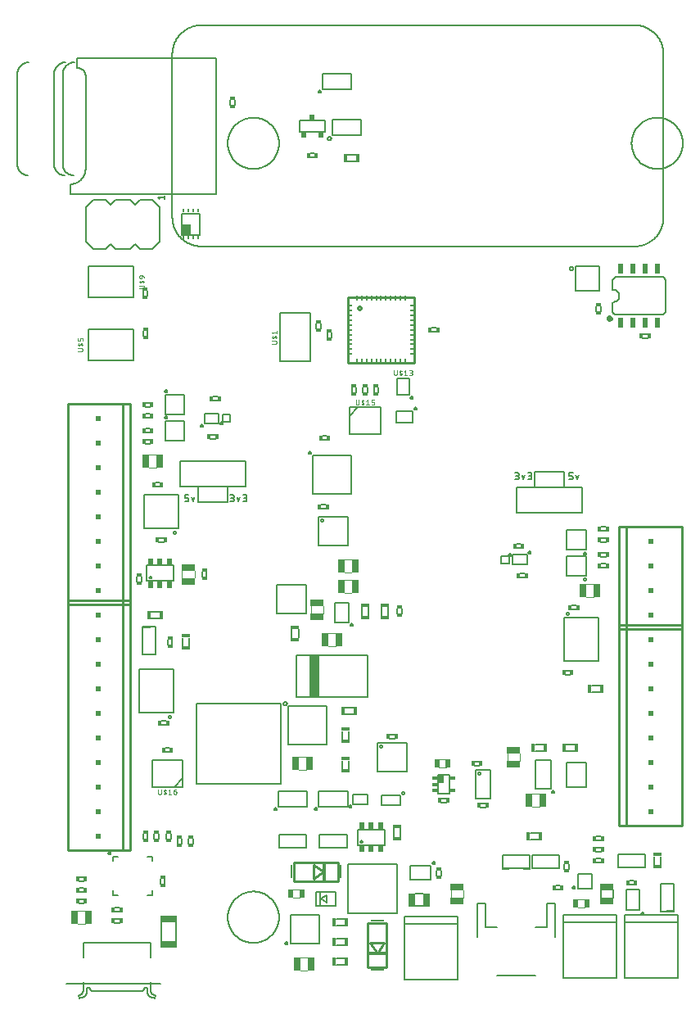
<source format=gbr>
G04 EAGLE Gerber X2 export*
%TF.Part,Single*%
%TF.FileFunction,Legend,Top,1*%
%TF.FilePolarity,Positive*%
%TF.GenerationSoftware,Autodesk,EAGLE,9.2.1*%
%TF.CreationDate,2018-11-01T02:04:35Z*%
G75*
%MOMM*%
%FSLAX34Y34*%
%LPD*%
%INSilkscreen Top*%
%IPPOS*%
%AMOC8*
5,1,8,0,0,1.08239X$1,22.5*%
G01*
%ADD10C,0.127000*%
%ADD11C,0.101600*%
%ADD12R,0.750100X1.450100*%
%ADD13R,1.016000X4.318000*%
%ADD14R,1.450100X0.750100*%
%ADD15C,0.152400*%
%ADD16R,0.599900X0.300000*%
%ADD17R,0.863600X0.406400*%
%ADD18R,0.406400X0.863600*%
%ADD19R,0.300000X0.599900*%
%ADD20C,0.203200*%
%ADD21R,1.400000X0.650000*%
%ADD22R,0.500100X0.950000*%
%ADD23R,0.200000X1.400000*%
%ADD24R,0.650000X1.400000*%
%ADD25R,0.508000X0.508000*%
%ADD26C,0.254000*%
%ADD27R,0.508000X1.028700*%
%ADD28R,0.508000X1.016000*%
%ADD29R,0.525000X0.300000*%
%ADD30R,0.508000X0.889000*%
%ADD31R,0.500000X0.650000*%
%ADD32C,0.200000*%
%ADD33R,1.050000X1.050000*%
%ADD34R,0.950000X1.000000*%
%ADD35R,0.250000X0.437500*%
%ADD36R,0.500000X0.250000*%
%ADD37R,0.250000X0.500000*%
%ADD38R,0.500000X0.596600*%
%ADD39R,0.475000X0.596600*%
%ADD40R,0.250000X1.350000*%
%ADD41R,0.300000X2.100000*%
%ADD42R,1.350000X0.250000*%
%ADD43R,2.100000X0.300000*%
%ADD44R,1.700000X0.750100*%

G36*
X567445Y684280D02*
X567445Y684280D01*
X567447Y684282D01*
X567448Y684281D01*
X568119Y684516D01*
X568120Y684517D01*
X568121Y684517D01*
X568723Y684895D01*
X568724Y684897D01*
X568726Y684897D01*
X569228Y685399D01*
X569228Y685401D01*
X569230Y685402D01*
X569608Y686004D01*
X569608Y686005D01*
X569609Y686006D01*
X569844Y686677D01*
X569844Y686679D01*
X569845Y686680D01*
X569924Y687386D01*
X569924Y687387D01*
X569923Y687388D01*
X569924Y687389D01*
X569845Y688095D01*
X569843Y688097D01*
X569844Y688098D01*
X569609Y688769D01*
X569608Y688770D01*
X569608Y688771D01*
X569230Y689373D01*
X569228Y689374D01*
X569228Y689376D01*
X568726Y689878D01*
X568724Y689878D01*
X568723Y689880D01*
X568121Y690258D01*
X568120Y690258D01*
X568119Y690259D01*
X567448Y690494D01*
X567446Y690494D01*
X567445Y690495D01*
X566739Y690574D01*
X566737Y690573D01*
X566736Y690574D01*
X566030Y690495D01*
X566028Y690493D01*
X566027Y690494D01*
X565356Y690259D01*
X565355Y690258D01*
X565354Y690258D01*
X564752Y689880D01*
X564751Y689878D01*
X564749Y689878D01*
X564247Y689376D01*
X564247Y689374D01*
X564245Y689373D01*
X563867Y688771D01*
X563867Y688770D01*
X563866Y688769D01*
X563631Y688098D01*
X563632Y688096D01*
X563630Y688095D01*
X563551Y687389D01*
X563552Y687387D01*
X563551Y687386D01*
X563630Y686680D01*
X563632Y686678D01*
X563631Y686677D01*
X563866Y686006D01*
X563867Y686005D01*
X563867Y686004D01*
X564245Y685402D01*
X564247Y685401D01*
X564247Y685399D01*
X564749Y684897D01*
X564751Y684897D01*
X564752Y684895D01*
X565354Y684517D01*
X565355Y684517D01*
X565356Y684516D01*
X566027Y684281D01*
X566029Y684282D01*
X566030Y684280D01*
X566736Y684201D01*
X566738Y684202D01*
X566739Y684201D01*
X567445Y684280D01*
G37*
D10*
X524584Y521081D02*
X526870Y521081D01*
X526947Y521083D01*
X527024Y521089D01*
X527101Y521099D01*
X527177Y521112D01*
X527252Y521130D01*
X527326Y521151D01*
X527399Y521176D01*
X527471Y521205D01*
X527541Y521237D01*
X527610Y521272D01*
X527676Y521312D01*
X527741Y521354D01*
X527803Y521400D01*
X527863Y521449D01*
X527920Y521500D01*
X527975Y521555D01*
X528026Y521612D01*
X528075Y521672D01*
X528121Y521734D01*
X528163Y521799D01*
X528203Y521865D01*
X528238Y521934D01*
X528270Y522004D01*
X528299Y522076D01*
X528324Y522149D01*
X528345Y522223D01*
X528363Y522298D01*
X528376Y522374D01*
X528386Y522451D01*
X528392Y522528D01*
X528394Y522605D01*
X528394Y523367D01*
X528392Y523444D01*
X528386Y523521D01*
X528376Y523598D01*
X528363Y523674D01*
X528345Y523749D01*
X528324Y523823D01*
X528299Y523896D01*
X528270Y523968D01*
X528238Y524038D01*
X528203Y524107D01*
X528163Y524173D01*
X528121Y524238D01*
X528075Y524300D01*
X528026Y524360D01*
X527975Y524417D01*
X527920Y524472D01*
X527863Y524523D01*
X527803Y524572D01*
X527741Y524618D01*
X527676Y524660D01*
X527610Y524700D01*
X527541Y524735D01*
X527471Y524767D01*
X527399Y524796D01*
X527326Y524821D01*
X527252Y524842D01*
X527177Y524860D01*
X527101Y524873D01*
X527024Y524883D01*
X526947Y524889D01*
X526870Y524891D01*
X524584Y524891D01*
X524584Y527939D01*
X528394Y527939D01*
X531548Y525653D02*
X533072Y521081D01*
X534596Y525653D01*
X470936Y521081D02*
X469031Y521081D01*
X470936Y521081D02*
X471021Y521083D01*
X471107Y521089D01*
X471192Y521098D01*
X471276Y521112D01*
X471360Y521129D01*
X471443Y521150D01*
X471525Y521174D01*
X471605Y521202D01*
X471685Y521234D01*
X471763Y521270D01*
X471839Y521308D01*
X471913Y521351D01*
X471985Y521396D01*
X472056Y521445D01*
X472124Y521497D01*
X472189Y521551D01*
X472252Y521609D01*
X472313Y521670D01*
X472371Y521733D01*
X472425Y521798D01*
X472477Y521866D01*
X472526Y521937D01*
X472571Y522009D01*
X472614Y522083D01*
X472652Y522159D01*
X472688Y522237D01*
X472720Y522317D01*
X472748Y522397D01*
X472772Y522479D01*
X472793Y522562D01*
X472810Y522646D01*
X472824Y522730D01*
X472833Y522815D01*
X472839Y522901D01*
X472841Y522986D01*
X472839Y523071D01*
X472833Y523157D01*
X472824Y523242D01*
X472810Y523326D01*
X472793Y523410D01*
X472772Y523493D01*
X472748Y523575D01*
X472720Y523655D01*
X472688Y523735D01*
X472652Y523813D01*
X472614Y523889D01*
X472571Y523963D01*
X472526Y524035D01*
X472477Y524106D01*
X472425Y524174D01*
X472371Y524239D01*
X472313Y524302D01*
X472252Y524363D01*
X472189Y524421D01*
X472124Y524475D01*
X472056Y524527D01*
X471985Y524576D01*
X471913Y524621D01*
X471839Y524664D01*
X471763Y524702D01*
X471685Y524738D01*
X471605Y524770D01*
X471525Y524798D01*
X471443Y524822D01*
X471360Y524843D01*
X471276Y524860D01*
X471192Y524874D01*
X471107Y524883D01*
X471021Y524889D01*
X470936Y524891D01*
X471317Y527939D02*
X469031Y527939D01*
X471317Y527939D02*
X471394Y527937D01*
X471471Y527931D01*
X471548Y527921D01*
X471624Y527908D01*
X471699Y527890D01*
X471773Y527869D01*
X471846Y527844D01*
X471918Y527815D01*
X471988Y527783D01*
X472057Y527748D01*
X472123Y527708D01*
X472188Y527666D01*
X472250Y527620D01*
X472310Y527571D01*
X472367Y527520D01*
X472422Y527465D01*
X472473Y527408D01*
X472522Y527348D01*
X472568Y527286D01*
X472610Y527221D01*
X472650Y527155D01*
X472685Y527086D01*
X472717Y527016D01*
X472746Y526944D01*
X472771Y526871D01*
X472792Y526797D01*
X472810Y526722D01*
X472823Y526646D01*
X472833Y526569D01*
X472839Y526492D01*
X472841Y526415D01*
X472839Y526338D01*
X472833Y526261D01*
X472823Y526184D01*
X472810Y526108D01*
X472792Y526033D01*
X472771Y525959D01*
X472746Y525886D01*
X472717Y525814D01*
X472685Y525744D01*
X472650Y525675D01*
X472610Y525609D01*
X472568Y525544D01*
X472522Y525482D01*
X472473Y525422D01*
X472422Y525365D01*
X472367Y525310D01*
X472310Y525259D01*
X472250Y525210D01*
X472188Y525164D01*
X472123Y525122D01*
X472057Y525082D01*
X471988Y525047D01*
X471918Y525015D01*
X471846Y524986D01*
X471773Y524961D01*
X471699Y524940D01*
X471624Y524922D01*
X471548Y524909D01*
X471471Y524899D01*
X471394Y524893D01*
X471317Y524891D01*
X469793Y524891D01*
X475996Y525653D02*
X477520Y521081D01*
X479044Y525653D01*
X482199Y521081D02*
X484104Y521081D01*
X484189Y521083D01*
X484275Y521089D01*
X484360Y521098D01*
X484444Y521112D01*
X484528Y521129D01*
X484611Y521150D01*
X484693Y521174D01*
X484773Y521202D01*
X484853Y521234D01*
X484931Y521270D01*
X485007Y521308D01*
X485081Y521351D01*
X485153Y521396D01*
X485224Y521445D01*
X485292Y521497D01*
X485357Y521551D01*
X485420Y521609D01*
X485481Y521670D01*
X485539Y521733D01*
X485593Y521798D01*
X485645Y521866D01*
X485694Y521937D01*
X485739Y522009D01*
X485782Y522083D01*
X485820Y522159D01*
X485856Y522237D01*
X485888Y522317D01*
X485916Y522397D01*
X485940Y522479D01*
X485961Y522562D01*
X485978Y522646D01*
X485992Y522730D01*
X486001Y522815D01*
X486007Y522901D01*
X486009Y522986D01*
X486007Y523071D01*
X486001Y523157D01*
X485992Y523242D01*
X485978Y523326D01*
X485961Y523410D01*
X485940Y523493D01*
X485916Y523575D01*
X485888Y523655D01*
X485856Y523735D01*
X485820Y523813D01*
X485782Y523889D01*
X485739Y523963D01*
X485694Y524035D01*
X485645Y524106D01*
X485593Y524174D01*
X485539Y524239D01*
X485481Y524302D01*
X485420Y524363D01*
X485357Y524421D01*
X485292Y524475D01*
X485224Y524527D01*
X485153Y524576D01*
X485081Y524621D01*
X485007Y524664D01*
X484931Y524702D01*
X484853Y524738D01*
X484773Y524770D01*
X484693Y524798D01*
X484611Y524822D01*
X484528Y524843D01*
X484444Y524860D01*
X484360Y524874D01*
X484275Y524883D01*
X484189Y524889D01*
X484104Y524891D01*
X484485Y527939D02*
X482199Y527939D01*
X484485Y527939D02*
X484562Y527937D01*
X484639Y527931D01*
X484716Y527921D01*
X484792Y527908D01*
X484867Y527890D01*
X484941Y527869D01*
X485014Y527844D01*
X485086Y527815D01*
X485156Y527783D01*
X485225Y527748D01*
X485291Y527708D01*
X485356Y527666D01*
X485418Y527620D01*
X485478Y527571D01*
X485535Y527520D01*
X485590Y527465D01*
X485641Y527408D01*
X485690Y527348D01*
X485736Y527286D01*
X485778Y527221D01*
X485818Y527155D01*
X485853Y527086D01*
X485885Y527016D01*
X485914Y526944D01*
X485939Y526871D01*
X485960Y526797D01*
X485978Y526722D01*
X485991Y526646D01*
X486001Y526569D01*
X486007Y526492D01*
X486009Y526415D01*
X486007Y526338D01*
X486001Y526261D01*
X485991Y526184D01*
X485978Y526108D01*
X485960Y526033D01*
X485939Y525959D01*
X485914Y525886D01*
X485885Y525814D01*
X485853Y525744D01*
X485818Y525675D01*
X485778Y525609D01*
X485736Y525544D01*
X485690Y525482D01*
X485641Y525422D01*
X485590Y525365D01*
X485535Y525310D01*
X485478Y525259D01*
X485418Y525210D01*
X485356Y525164D01*
X485291Y525122D01*
X485225Y525082D01*
X485156Y525047D01*
X485086Y525015D01*
X485014Y524986D01*
X484941Y524961D01*
X484867Y524940D01*
X484792Y524922D01*
X484716Y524909D01*
X484639Y524899D01*
X484562Y524893D01*
X484485Y524891D01*
X482961Y524891D01*
X176296Y498221D02*
X174391Y498221D01*
X176296Y498221D02*
X176381Y498223D01*
X176467Y498229D01*
X176552Y498238D01*
X176636Y498252D01*
X176720Y498269D01*
X176803Y498290D01*
X176885Y498314D01*
X176965Y498342D01*
X177045Y498374D01*
X177123Y498410D01*
X177199Y498448D01*
X177273Y498491D01*
X177345Y498536D01*
X177416Y498585D01*
X177484Y498637D01*
X177549Y498691D01*
X177612Y498749D01*
X177673Y498810D01*
X177731Y498873D01*
X177785Y498938D01*
X177837Y499006D01*
X177886Y499077D01*
X177931Y499149D01*
X177974Y499223D01*
X178012Y499299D01*
X178048Y499377D01*
X178080Y499457D01*
X178108Y499537D01*
X178132Y499619D01*
X178153Y499702D01*
X178170Y499786D01*
X178184Y499870D01*
X178193Y499955D01*
X178199Y500041D01*
X178201Y500126D01*
X178199Y500211D01*
X178193Y500297D01*
X178184Y500382D01*
X178170Y500466D01*
X178153Y500550D01*
X178132Y500633D01*
X178108Y500715D01*
X178080Y500795D01*
X178048Y500875D01*
X178012Y500953D01*
X177974Y501029D01*
X177931Y501103D01*
X177886Y501175D01*
X177837Y501246D01*
X177785Y501314D01*
X177731Y501379D01*
X177673Y501442D01*
X177612Y501503D01*
X177549Y501561D01*
X177484Y501615D01*
X177416Y501667D01*
X177345Y501716D01*
X177273Y501761D01*
X177199Y501804D01*
X177123Y501842D01*
X177045Y501878D01*
X176965Y501910D01*
X176885Y501938D01*
X176803Y501962D01*
X176720Y501983D01*
X176636Y502000D01*
X176552Y502014D01*
X176467Y502023D01*
X176381Y502029D01*
X176296Y502031D01*
X176677Y505079D02*
X174391Y505079D01*
X176677Y505079D02*
X176754Y505077D01*
X176831Y505071D01*
X176908Y505061D01*
X176984Y505048D01*
X177059Y505030D01*
X177133Y505009D01*
X177206Y504984D01*
X177278Y504955D01*
X177348Y504923D01*
X177417Y504888D01*
X177483Y504848D01*
X177548Y504806D01*
X177610Y504760D01*
X177670Y504711D01*
X177727Y504660D01*
X177782Y504605D01*
X177833Y504548D01*
X177882Y504488D01*
X177928Y504426D01*
X177970Y504361D01*
X178010Y504295D01*
X178045Y504226D01*
X178077Y504156D01*
X178106Y504084D01*
X178131Y504011D01*
X178152Y503937D01*
X178170Y503862D01*
X178183Y503786D01*
X178193Y503709D01*
X178199Y503632D01*
X178201Y503555D01*
X178199Y503478D01*
X178193Y503401D01*
X178183Y503324D01*
X178170Y503248D01*
X178152Y503173D01*
X178131Y503099D01*
X178106Y503026D01*
X178077Y502954D01*
X178045Y502884D01*
X178010Y502815D01*
X177970Y502749D01*
X177928Y502684D01*
X177882Y502622D01*
X177833Y502562D01*
X177782Y502505D01*
X177727Y502450D01*
X177670Y502399D01*
X177610Y502350D01*
X177548Y502304D01*
X177483Y502262D01*
X177417Y502222D01*
X177348Y502187D01*
X177278Y502155D01*
X177206Y502126D01*
X177133Y502101D01*
X177059Y502080D01*
X176984Y502062D01*
X176908Y502049D01*
X176831Y502039D01*
X176754Y502033D01*
X176677Y502031D01*
X175153Y502031D01*
X181356Y502793D02*
X182880Y498221D01*
X184404Y502793D01*
X187559Y498221D02*
X189464Y498221D01*
X189549Y498223D01*
X189635Y498229D01*
X189720Y498238D01*
X189804Y498252D01*
X189888Y498269D01*
X189971Y498290D01*
X190053Y498314D01*
X190133Y498342D01*
X190213Y498374D01*
X190291Y498410D01*
X190367Y498448D01*
X190441Y498491D01*
X190513Y498536D01*
X190584Y498585D01*
X190652Y498637D01*
X190717Y498691D01*
X190780Y498749D01*
X190841Y498810D01*
X190899Y498873D01*
X190953Y498938D01*
X191005Y499006D01*
X191054Y499077D01*
X191099Y499149D01*
X191142Y499223D01*
X191180Y499299D01*
X191216Y499377D01*
X191248Y499457D01*
X191276Y499537D01*
X191300Y499619D01*
X191321Y499702D01*
X191338Y499786D01*
X191352Y499870D01*
X191361Y499955D01*
X191367Y500041D01*
X191369Y500126D01*
X191367Y500211D01*
X191361Y500297D01*
X191352Y500382D01*
X191338Y500466D01*
X191321Y500550D01*
X191300Y500633D01*
X191276Y500715D01*
X191248Y500795D01*
X191216Y500875D01*
X191180Y500953D01*
X191142Y501029D01*
X191099Y501103D01*
X191054Y501175D01*
X191005Y501246D01*
X190953Y501314D01*
X190899Y501379D01*
X190841Y501442D01*
X190780Y501503D01*
X190717Y501561D01*
X190652Y501615D01*
X190584Y501667D01*
X190513Y501716D01*
X190441Y501761D01*
X190367Y501804D01*
X190291Y501842D01*
X190213Y501878D01*
X190133Y501910D01*
X190053Y501938D01*
X189971Y501962D01*
X189888Y501983D01*
X189804Y502000D01*
X189720Y502014D01*
X189635Y502023D01*
X189549Y502029D01*
X189464Y502031D01*
X189845Y505079D02*
X187559Y505079D01*
X189845Y505079D02*
X189922Y505077D01*
X189999Y505071D01*
X190076Y505061D01*
X190152Y505048D01*
X190227Y505030D01*
X190301Y505009D01*
X190374Y504984D01*
X190446Y504955D01*
X190516Y504923D01*
X190585Y504888D01*
X190651Y504848D01*
X190716Y504806D01*
X190778Y504760D01*
X190838Y504711D01*
X190895Y504660D01*
X190950Y504605D01*
X191001Y504548D01*
X191050Y504488D01*
X191096Y504426D01*
X191138Y504361D01*
X191178Y504295D01*
X191213Y504226D01*
X191245Y504156D01*
X191274Y504084D01*
X191299Y504011D01*
X191320Y503937D01*
X191338Y503862D01*
X191351Y503786D01*
X191361Y503709D01*
X191367Y503632D01*
X191369Y503555D01*
X191367Y503478D01*
X191361Y503401D01*
X191351Y503324D01*
X191338Y503248D01*
X191320Y503173D01*
X191299Y503099D01*
X191274Y503026D01*
X191245Y502954D01*
X191213Y502884D01*
X191178Y502815D01*
X191138Y502749D01*
X191096Y502684D01*
X191050Y502622D01*
X191001Y502562D01*
X190950Y502505D01*
X190895Y502450D01*
X190838Y502399D01*
X190778Y502350D01*
X190716Y502304D01*
X190651Y502262D01*
X190585Y502222D01*
X190516Y502187D01*
X190446Y502155D01*
X190374Y502126D01*
X190301Y502101D01*
X190227Y502080D01*
X190152Y502062D01*
X190076Y502049D01*
X189999Y502039D01*
X189922Y502033D01*
X189845Y502031D01*
X188321Y502031D01*
X129360Y498221D02*
X127074Y498221D01*
X129360Y498221D02*
X129437Y498223D01*
X129514Y498229D01*
X129591Y498239D01*
X129667Y498252D01*
X129742Y498270D01*
X129816Y498291D01*
X129889Y498316D01*
X129961Y498345D01*
X130031Y498377D01*
X130100Y498412D01*
X130166Y498452D01*
X130231Y498494D01*
X130293Y498540D01*
X130353Y498589D01*
X130410Y498640D01*
X130465Y498695D01*
X130516Y498752D01*
X130565Y498812D01*
X130611Y498874D01*
X130653Y498939D01*
X130693Y499005D01*
X130728Y499074D01*
X130760Y499144D01*
X130789Y499216D01*
X130814Y499289D01*
X130835Y499363D01*
X130853Y499438D01*
X130866Y499514D01*
X130876Y499591D01*
X130882Y499668D01*
X130884Y499745D01*
X130884Y500507D01*
X130882Y500584D01*
X130876Y500661D01*
X130866Y500738D01*
X130853Y500814D01*
X130835Y500889D01*
X130814Y500963D01*
X130789Y501036D01*
X130760Y501108D01*
X130728Y501178D01*
X130693Y501247D01*
X130653Y501313D01*
X130611Y501378D01*
X130565Y501440D01*
X130516Y501500D01*
X130465Y501557D01*
X130410Y501612D01*
X130353Y501663D01*
X130293Y501712D01*
X130231Y501758D01*
X130166Y501800D01*
X130100Y501840D01*
X130031Y501875D01*
X129961Y501907D01*
X129889Y501936D01*
X129816Y501961D01*
X129742Y501982D01*
X129667Y502000D01*
X129591Y502013D01*
X129514Y502023D01*
X129437Y502029D01*
X129360Y502031D01*
X127074Y502031D01*
X127074Y505079D01*
X130884Y505079D01*
X134038Y502793D02*
X135562Y498221D01*
X137086Y502793D01*
D11*
X245110Y220730D02*
X252730Y220730D01*
X252480Y233930D02*
X245110Y233930D01*
D12*
X256092Y227319D03*
X241614Y227319D03*
D10*
X242900Y296000D02*
X242900Y339000D01*
X242900Y296000D02*
X315900Y296000D01*
X315900Y339000D01*
X242900Y339000D01*
D13*
X261620Y317500D03*
D11*
X275590Y362200D02*
X283210Y362200D01*
X283210Y349000D02*
X275840Y349000D01*
D12*
X272229Y355612D03*
X286707Y355612D03*
D11*
X257560Y382270D02*
X257560Y389890D01*
X270760Y389890D02*
X270760Y382520D01*
D14*
X264149Y378909D03*
X264149Y393387D03*
D15*
X351490Y387260D02*
X351490Y382360D01*
X347010Y382360D02*
X347010Y387260D01*
D16*
X349202Y388850D03*
X349202Y380722D03*
D11*
X299720Y438400D02*
X292100Y438400D01*
X292350Y425200D02*
X299720Y425200D01*
D12*
X288739Y431812D03*
X303217Y431812D03*
D11*
X299720Y416810D02*
X292100Y416810D01*
X292350Y403610D02*
X299720Y403610D01*
D12*
X288739Y410222D03*
X303217Y410222D03*
D10*
X226880Y206150D02*
X138880Y206150D01*
X226880Y206150D02*
X226880Y289150D01*
X138880Y289150D01*
X138880Y206150D01*
X222490Y382510D02*
X252490Y382510D01*
X252490Y412510D01*
X222490Y412510D01*
X222490Y382510D01*
D15*
X289810Y230380D02*
X289810Y221740D01*
X296930Y221740D02*
X296930Y230380D01*
D17*
X293370Y219710D03*
X293370Y232410D03*
D15*
X289810Y252220D02*
X289810Y260860D01*
X296930Y260860D02*
X296930Y252220D01*
D17*
X293370Y250190D03*
X293370Y262890D03*
D15*
X292860Y278380D02*
X301500Y278380D01*
X301500Y285500D02*
X292860Y285500D01*
D18*
X303530Y281940D03*
X290830Y281940D03*
D15*
X237740Y357630D02*
X237740Y366270D01*
X244860Y366270D02*
X244860Y357630D01*
D17*
X241300Y355600D03*
X241300Y368300D03*
D15*
X337570Y380490D02*
X337570Y389130D01*
X330450Y389130D02*
X330450Y380490D01*
D17*
X334010Y391160D03*
X334010Y378460D03*
D15*
X310130Y380490D02*
X310130Y389130D01*
X317250Y389130D02*
X317250Y380490D01*
D17*
X313690Y378460D03*
X313690Y391160D03*
D10*
X274000Y286700D02*
X274000Y246700D01*
X234000Y246700D01*
X234000Y286700D01*
X274000Y286700D01*
X229344Y289560D02*
X229346Y289644D01*
X229352Y289728D01*
X229362Y289812D01*
X229375Y289895D01*
X229393Y289977D01*
X229415Y290059D01*
X229440Y290139D01*
X229469Y290218D01*
X229502Y290296D01*
X229538Y290372D01*
X229578Y290446D01*
X229621Y290518D01*
X229667Y290588D01*
X229717Y290656D01*
X229770Y290722D01*
X229826Y290785D01*
X229885Y290845D01*
X229947Y290902D01*
X230011Y290957D01*
X230078Y291008D01*
X230147Y291056D01*
X230218Y291101D01*
X230291Y291143D01*
X230366Y291181D01*
X230443Y291215D01*
X230521Y291246D01*
X230601Y291273D01*
X230682Y291297D01*
X230764Y291316D01*
X230847Y291332D01*
X230930Y291344D01*
X231014Y291352D01*
X231098Y291356D01*
X231182Y291356D01*
X231266Y291352D01*
X231350Y291344D01*
X231433Y291332D01*
X231516Y291316D01*
X231598Y291297D01*
X231679Y291273D01*
X231759Y291246D01*
X231837Y291215D01*
X231914Y291181D01*
X231989Y291143D01*
X232062Y291101D01*
X232133Y291056D01*
X232202Y291008D01*
X232269Y290957D01*
X232333Y290902D01*
X232395Y290845D01*
X232454Y290785D01*
X232510Y290722D01*
X232563Y290656D01*
X232613Y290588D01*
X232659Y290518D01*
X232702Y290446D01*
X232742Y290372D01*
X232778Y290296D01*
X232811Y290218D01*
X232840Y290139D01*
X232865Y290059D01*
X232887Y289977D01*
X232905Y289895D01*
X232918Y289812D01*
X232928Y289728D01*
X232934Y289644D01*
X232936Y289560D01*
X232934Y289476D01*
X232928Y289392D01*
X232918Y289308D01*
X232905Y289225D01*
X232887Y289143D01*
X232865Y289061D01*
X232840Y288981D01*
X232811Y288902D01*
X232778Y288824D01*
X232742Y288748D01*
X232702Y288674D01*
X232659Y288602D01*
X232613Y288532D01*
X232563Y288464D01*
X232510Y288398D01*
X232454Y288335D01*
X232395Y288275D01*
X232333Y288218D01*
X232269Y288163D01*
X232202Y288112D01*
X232133Y288064D01*
X232062Y288019D01*
X231989Y287977D01*
X231914Y287939D01*
X231837Y287905D01*
X231759Y287874D01*
X231679Y287847D01*
X231598Y287823D01*
X231516Y287804D01*
X231433Y287788D01*
X231350Y287776D01*
X231266Y287768D01*
X231182Y287764D01*
X231098Y287764D01*
X231014Y287768D01*
X230930Y287776D01*
X230847Y287788D01*
X230764Y287804D01*
X230682Y287823D01*
X230601Y287847D01*
X230521Y287874D01*
X230443Y287905D01*
X230366Y287939D01*
X230291Y287977D01*
X230218Y288019D01*
X230147Y288064D01*
X230078Y288112D01*
X230011Y288163D01*
X229947Y288218D01*
X229885Y288275D01*
X229826Y288335D01*
X229770Y288398D01*
X229717Y288464D01*
X229667Y288532D01*
X229621Y288602D01*
X229578Y288674D01*
X229538Y288748D01*
X229502Y288824D01*
X229469Y288902D01*
X229440Y288981D01*
X229415Y289061D01*
X229393Y289143D01*
X229375Y289225D01*
X229362Y289308D01*
X229352Y289392D01*
X229346Y289476D01*
X229344Y289560D01*
X282060Y373540D02*
X282060Y393540D01*
X297060Y393540D01*
X297060Y373540D01*
X282060Y373540D01*
X298450Y370840D02*
X298452Y370911D01*
X298458Y370982D01*
X298468Y371053D01*
X298482Y371123D01*
X298500Y371192D01*
X298521Y371259D01*
X298547Y371326D01*
X298576Y371391D01*
X298608Y371454D01*
X298645Y371516D01*
X298684Y371575D01*
X298727Y371632D01*
X298773Y371686D01*
X298822Y371738D01*
X298874Y371787D01*
X298928Y371833D01*
X298985Y371876D01*
X299044Y371915D01*
X299106Y371952D01*
X299169Y371984D01*
X299234Y372013D01*
X299301Y372039D01*
X299368Y372060D01*
X299437Y372078D01*
X299507Y372092D01*
X299578Y372102D01*
X299649Y372108D01*
X299720Y372110D01*
X299791Y372108D01*
X299862Y372102D01*
X299933Y372092D01*
X300003Y372078D01*
X300072Y372060D01*
X300139Y372039D01*
X300206Y372013D01*
X300271Y371984D01*
X300334Y371952D01*
X300396Y371915D01*
X300455Y371876D01*
X300512Y371833D01*
X300566Y371787D01*
X300618Y371738D01*
X300667Y371686D01*
X300713Y371632D01*
X300756Y371575D01*
X300795Y371516D01*
X300832Y371454D01*
X300864Y371391D01*
X300893Y371326D01*
X300919Y371259D01*
X300940Y371192D01*
X300958Y371123D01*
X300972Y371053D01*
X300982Y370982D01*
X300988Y370911D01*
X300990Y370840D01*
X300988Y370769D01*
X300982Y370698D01*
X300972Y370627D01*
X300958Y370557D01*
X300940Y370488D01*
X300919Y370421D01*
X300893Y370354D01*
X300864Y370289D01*
X300832Y370226D01*
X300795Y370164D01*
X300756Y370105D01*
X300713Y370048D01*
X300667Y369994D01*
X300618Y369942D01*
X300566Y369893D01*
X300512Y369847D01*
X300455Y369804D01*
X300396Y369765D01*
X300334Y369728D01*
X300271Y369696D01*
X300206Y369667D01*
X300139Y369641D01*
X300072Y369620D01*
X300003Y369602D01*
X299933Y369588D01*
X299862Y369578D01*
X299791Y369572D01*
X299720Y369570D01*
X299649Y369572D01*
X299578Y369578D01*
X299507Y369588D01*
X299437Y369602D01*
X299368Y369620D01*
X299301Y369641D01*
X299234Y369667D01*
X299169Y369696D01*
X299106Y369728D01*
X299044Y369765D01*
X298985Y369804D01*
X298928Y369847D01*
X298874Y369893D01*
X298822Y369942D01*
X298773Y369994D01*
X298727Y370048D01*
X298684Y370105D01*
X298645Y370164D01*
X298608Y370226D01*
X298576Y370289D01*
X298547Y370354D01*
X298521Y370421D01*
X298500Y370488D01*
X298482Y370557D01*
X298468Y370627D01*
X298458Y370698D01*
X298452Y370769D01*
X298450Y370840D01*
X489840Y230900D02*
X489840Y200900D01*
X489840Y230900D02*
X505840Y230900D01*
X505840Y200900D01*
X489840Y200900D01*
X506730Y198120D02*
X506732Y198191D01*
X506738Y198262D01*
X506748Y198333D01*
X506762Y198403D01*
X506780Y198472D01*
X506801Y198539D01*
X506827Y198606D01*
X506856Y198671D01*
X506888Y198734D01*
X506925Y198796D01*
X506964Y198855D01*
X507007Y198912D01*
X507053Y198966D01*
X507102Y199018D01*
X507154Y199067D01*
X507208Y199113D01*
X507265Y199156D01*
X507324Y199195D01*
X507386Y199232D01*
X507449Y199264D01*
X507514Y199293D01*
X507581Y199319D01*
X507648Y199340D01*
X507717Y199358D01*
X507787Y199372D01*
X507858Y199382D01*
X507929Y199388D01*
X508000Y199390D01*
X508071Y199388D01*
X508142Y199382D01*
X508213Y199372D01*
X508283Y199358D01*
X508352Y199340D01*
X508419Y199319D01*
X508486Y199293D01*
X508551Y199264D01*
X508614Y199232D01*
X508676Y199195D01*
X508735Y199156D01*
X508792Y199113D01*
X508846Y199067D01*
X508898Y199018D01*
X508947Y198966D01*
X508993Y198912D01*
X509036Y198855D01*
X509075Y198796D01*
X509112Y198734D01*
X509144Y198671D01*
X509173Y198606D01*
X509199Y198539D01*
X509220Y198472D01*
X509238Y198403D01*
X509252Y198333D01*
X509262Y198262D01*
X509268Y198191D01*
X509270Y198120D01*
X509268Y198049D01*
X509262Y197978D01*
X509252Y197907D01*
X509238Y197837D01*
X509220Y197768D01*
X509199Y197701D01*
X509173Y197634D01*
X509144Y197569D01*
X509112Y197506D01*
X509075Y197444D01*
X509036Y197385D01*
X508993Y197328D01*
X508947Y197274D01*
X508898Y197222D01*
X508846Y197173D01*
X508792Y197127D01*
X508735Y197084D01*
X508676Y197045D01*
X508614Y197008D01*
X508551Y196976D01*
X508486Y196947D01*
X508419Y196921D01*
X508352Y196900D01*
X508283Y196882D01*
X508213Y196868D01*
X508142Y196858D01*
X508071Y196852D01*
X508000Y196850D01*
X507929Y196852D01*
X507858Y196858D01*
X507787Y196868D01*
X507717Y196882D01*
X507648Y196900D01*
X507581Y196921D01*
X507514Y196947D01*
X507449Y196976D01*
X507386Y197008D01*
X507324Y197045D01*
X507265Y197084D01*
X507208Y197127D01*
X507154Y197173D01*
X507102Y197222D01*
X507053Y197274D01*
X507007Y197328D01*
X506964Y197385D01*
X506925Y197444D01*
X506888Y197506D01*
X506856Y197569D01*
X506827Y197634D01*
X506801Y197701D01*
X506780Y197768D01*
X506762Y197837D01*
X506748Y197907D01*
X506738Y197978D01*
X506732Y198049D01*
X506730Y198120D01*
X542130Y203400D02*
X542130Y228400D01*
X542130Y203400D02*
X522130Y203400D01*
X522130Y228400D01*
X542130Y228400D01*
D11*
X494030Y195830D02*
X486410Y195830D01*
X486660Y182630D02*
X494030Y182630D01*
D12*
X483049Y189242D03*
X497527Y189242D03*
D15*
X498350Y247400D02*
X489710Y247400D01*
X489710Y240280D02*
X498350Y240280D01*
D18*
X487680Y243840D03*
X500380Y243840D03*
D15*
X521460Y247400D02*
X530100Y247400D01*
X530100Y240280D02*
X521460Y240280D01*
D18*
X519430Y243840D03*
X532130Y243840D03*
D11*
X460760Y237490D02*
X460760Y229870D01*
X473960Y230120D02*
X473960Y237490D01*
D14*
X467349Y226509D03*
X467349Y240987D03*
D10*
X533520Y97910D02*
X548520Y97910D01*
X548520Y112910D01*
X533520Y112910D01*
X533520Y97910D01*
X528320Y99060D02*
X528322Y99131D01*
X528328Y99202D01*
X528338Y99273D01*
X528352Y99343D01*
X528370Y99412D01*
X528391Y99479D01*
X528417Y99546D01*
X528446Y99611D01*
X528478Y99674D01*
X528515Y99736D01*
X528554Y99795D01*
X528597Y99852D01*
X528643Y99906D01*
X528692Y99958D01*
X528744Y100007D01*
X528798Y100053D01*
X528855Y100096D01*
X528914Y100135D01*
X528976Y100172D01*
X529039Y100204D01*
X529104Y100233D01*
X529171Y100259D01*
X529238Y100280D01*
X529307Y100298D01*
X529377Y100312D01*
X529448Y100322D01*
X529519Y100328D01*
X529590Y100330D01*
X529661Y100328D01*
X529732Y100322D01*
X529803Y100312D01*
X529873Y100298D01*
X529942Y100280D01*
X530009Y100259D01*
X530076Y100233D01*
X530141Y100204D01*
X530204Y100172D01*
X530266Y100135D01*
X530325Y100096D01*
X530382Y100053D01*
X530436Y100007D01*
X530488Y99958D01*
X530537Y99906D01*
X530583Y99852D01*
X530626Y99795D01*
X530665Y99736D01*
X530702Y99674D01*
X530734Y99611D01*
X530763Y99546D01*
X530789Y99479D01*
X530810Y99412D01*
X530828Y99343D01*
X530842Y99273D01*
X530852Y99202D01*
X530858Y99131D01*
X530860Y99060D01*
X530858Y98989D01*
X530852Y98918D01*
X530842Y98847D01*
X530828Y98777D01*
X530810Y98708D01*
X530789Y98641D01*
X530763Y98574D01*
X530734Y98509D01*
X530702Y98446D01*
X530665Y98384D01*
X530626Y98325D01*
X530583Y98268D01*
X530537Y98214D01*
X530488Y98162D01*
X530436Y98113D01*
X530382Y98067D01*
X530325Y98024D01*
X530266Y97985D01*
X530204Y97948D01*
X530141Y97916D01*
X530076Y97887D01*
X530009Y97861D01*
X529942Y97840D01*
X529873Y97822D01*
X529803Y97808D01*
X529732Y97798D01*
X529661Y97792D01*
X529590Y97790D01*
X529519Y97792D01*
X529448Y97798D01*
X529377Y97808D01*
X529307Y97822D01*
X529238Y97840D01*
X529171Y97861D01*
X529104Y97887D01*
X529039Y97916D01*
X528976Y97948D01*
X528914Y97985D01*
X528855Y98024D01*
X528798Y98067D01*
X528744Y98113D01*
X528692Y98162D01*
X528643Y98214D01*
X528597Y98268D01*
X528554Y98325D01*
X528515Y98384D01*
X528478Y98446D01*
X528446Y98509D01*
X528417Y98574D01*
X528391Y98641D01*
X528370Y98708D01*
X528352Y98777D01*
X528338Y98847D01*
X528328Y98918D01*
X528322Y98989D01*
X528320Y99060D01*
D15*
X519730Y118200D02*
X519730Y123100D01*
X524210Y123100D02*
X524210Y118200D01*
D16*
X522019Y116610D03*
X522019Y124738D03*
D15*
X515530Y96820D02*
X510630Y96820D01*
X510630Y101300D02*
X515530Y101300D01*
D19*
X517120Y99109D03*
X508992Y99109D03*
D15*
X552540Y136190D02*
X557440Y136190D01*
X557440Y140670D02*
X552540Y140670D01*
D19*
X559030Y138479D03*
X550902Y138479D03*
D15*
X552540Y147620D02*
X557440Y147620D01*
X557440Y152100D02*
X552540Y152100D01*
D19*
X559030Y149909D03*
X550902Y149909D03*
D15*
X493270Y148840D02*
X484630Y148840D01*
X484630Y155960D02*
X493270Y155960D01*
D18*
X495300Y152400D03*
X482600Y152400D03*
D15*
X514604Y132334D02*
X514604Y119126D01*
X486156Y119126D01*
X486156Y132334D01*
X514604Y132334D01*
D20*
X492380Y132730D02*
X486380Y132730D01*
X486380Y124730D01*
X508380Y132730D02*
X514380Y132730D01*
X514380Y124730D01*
D15*
X455676Y119126D02*
X455676Y132334D01*
X484124Y132334D01*
X484124Y119126D01*
X455676Y119126D01*
D20*
X477900Y118730D02*
X483900Y118730D01*
X483900Y126730D01*
X461900Y118730D02*
X455900Y118730D01*
X455900Y126730D01*
D15*
X557530Y96810D02*
X557530Y88610D01*
X570230Y88610D02*
X570230Y96810D01*
D21*
X563865Y100024D03*
X563865Y85292D03*
D15*
X557440Y129240D02*
X552540Y129240D01*
X552540Y124760D02*
X557440Y124760D01*
D19*
X550950Y126952D03*
X559078Y126952D03*
D11*
X540770Y86870D02*
X533650Y86870D01*
X533650Y78360D02*
X540770Y78360D01*
D22*
X531329Y82601D03*
X543013Y82601D03*
D10*
X266460Y70880D02*
X236460Y70880D01*
X266460Y70880D02*
X266460Y40880D01*
X236460Y40880D01*
X236460Y70880D01*
X231140Y41910D02*
X231142Y41981D01*
X231148Y42052D01*
X231158Y42123D01*
X231172Y42193D01*
X231190Y42262D01*
X231211Y42329D01*
X231237Y42396D01*
X231266Y42461D01*
X231298Y42524D01*
X231335Y42586D01*
X231374Y42645D01*
X231417Y42702D01*
X231463Y42756D01*
X231512Y42808D01*
X231564Y42857D01*
X231618Y42903D01*
X231675Y42946D01*
X231734Y42985D01*
X231796Y43022D01*
X231859Y43054D01*
X231924Y43083D01*
X231991Y43109D01*
X232058Y43130D01*
X232127Y43148D01*
X232197Y43162D01*
X232268Y43172D01*
X232339Y43178D01*
X232410Y43180D01*
X232481Y43178D01*
X232552Y43172D01*
X232623Y43162D01*
X232693Y43148D01*
X232762Y43130D01*
X232829Y43109D01*
X232896Y43083D01*
X232961Y43054D01*
X233024Y43022D01*
X233086Y42985D01*
X233145Y42946D01*
X233202Y42903D01*
X233256Y42857D01*
X233308Y42808D01*
X233357Y42756D01*
X233403Y42702D01*
X233446Y42645D01*
X233485Y42586D01*
X233522Y42524D01*
X233554Y42461D01*
X233583Y42396D01*
X233609Y42329D01*
X233630Y42262D01*
X233648Y42193D01*
X233662Y42123D01*
X233672Y42052D01*
X233678Y41981D01*
X233680Y41910D01*
X233678Y41839D01*
X233672Y41768D01*
X233662Y41697D01*
X233648Y41627D01*
X233630Y41558D01*
X233609Y41491D01*
X233583Y41424D01*
X233554Y41359D01*
X233522Y41296D01*
X233485Y41234D01*
X233446Y41175D01*
X233403Y41118D01*
X233357Y41064D01*
X233308Y41012D01*
X233256Y40963D01*
X233202Y40917D01*
X233145Y40874D01*
X233086Y40835D01*
X233024Y40798D01*
X232961Y40766D01*
X232896Y40737D01*
X232829Y40711D01*
X232762Y40690D01*
X232693Y40672D01*
X232623Y40658D01*
X232552Y40648D01*
X232481Y40642D01*
X232410Y40640D01*
X232339Y40642D01*
X232268Y40648D01*
X232197Y40658D01*
X232127Y40672D01*
X232058Y40690D01*
X231991Y40711D01*
X231924Y40737D01*
X231859Y40766D01*
X231796Y40798D01*
X231734Y40835D01*
X231675Y40874D01*
X231618Y40917D01*
X231564Y40963D01*
X231512Y41012D01*
X231463Y41064D01*
X231417Y41118D01*
X231374Y41175D01*
X231335Y41234D01*
X231298Y41296D01*
X231266Y41359D01*
X231237Y41424D01*
X231211Y41491D01*
X231190Y41558D01*
X231172Y41627D01*
X231158Y41697D01*
X231148Y41768D01*
X231142Y41839D01*
X231140Y41910D01*
D11*
X246380Y26920D02*
X254000Y26920D01*
X254000Y13720D02*
X246630Y13720D01*
D12*
X243019Y20332D03*
X257497Y20332D03*
D15*
X283970Y67060D02*
X292610Y67060D01*
X292610Y59940D02*
X283970Y59940D01*
D18*
X281940Y63500D03*
X294640Y63500D03*
D15*
X292610Y46740D02*
X283970Y46740D01*
X283970Y39620D02*
X292610Y39620D01*
D18*
X281940Y43180D03*
X294640Y43180D03*
D15*
X292610Y19300D02*
X283970Y19300D01*
X283970Y26420D02*
X292610Y26420D01*
D18*
X294640Y22860D03*
X281940Y22860D03*
D15*
X283050Y94630D02*
X263050Y94630D01*
X283050Y94630D02*
X283050Y80630D01*
X263050Y80630D01*
X263050Y94630D01*
X268050Y87630D02*
X274050Y91630D01*
X274050Y83630D01*
X268050Y87630D01*
D23*
X267050Y87630D03*
D15*
X365470Y92710D02*
X373670Y92710D01*
X373670Y80010D02*
X365470Y80010D01*
D24*
X376884Y86375D03*
X362152Y86375D03*
D10*
X295910Y72390D02*
X295910Y123190D01*
X295910Y72390D02*
X346710Y72390D01*
X346710Y123190D01*
X295910Y123190D01*
D11*
X415540Y96520D02*
X415540Y88900D01*
X402340Y88900D02*
X402340Y96270D01*
D14*
X408952Y99882D03*
X408952Y85404D03*
D11*
X246130Y97030D02*
X239010Y97030D01*
X239010Y88520D02*
X246130Y88520D01*
D22*
X236689Y92761D03*
X248373Y92761D03*
D10*
X253760Y198500D02*
X223760Y198500D01*
X253760Y198500D02*
X253760Y182500D01*
X223760Y182500D01*
X223760Y198500D01*
X219710Y180340D02*
X219712Y180411D01*
X219718Y180482D01*
X219728Y180553D01*
X219742Y180623D01*
X219760Y180692D01*
X219781Y180759D01*
X219807Y180826D01*
X219836Y180891D01*
X219868Y180954D01*
X219905Y181016D01*
X219944Y181075D01*
X219987Y181132D01*
X220033Y181186D01*
X220082Y181238D01*
X220134Y181287D01*
X220188Y181333D01*
X220245Y181376D01*
X220304Y181415D01*
X220366Y181452D01*
X220429Y181484D01*
X220494Y181513D01*
X220561Y181539D01*
X220628Y181560D01*
X220697Y181578D01*
X220767Y181592D01*
X220838Y181602D01*
X220909Y181608D01*
X220980Y181610D01*
X221051Y181608D01*
X221122Y181602D01*
X221193Y181592D01*
X221263Y181578D01*
X221332Y181560D01*
X221399Y181539D01*
X221466Y181513D01*
X221531Y181484D01*
X221594Y181452D01*
X221656Y181415D01*
X221715Y181376D01*
X221772Y181333D01*
X221826Y181287D01*
X221878Y181238D01*
X221927Y181186D01*
X221973Y181132D01*
X222016Y181075D01*
X222055Y181016D01*
X222092Y180954D01*
X222124Y180891D01*
X222153Y180826D01*
X222179Y180759D01*
X222200Y180692D01*
X222218Y180623D01*
X222232Y180553D01*
X222242Y180482D01*
X222248Y180411D01*
X222250Y180340D01*
X222248Y180269D01*
X222242Y180198D01*
X222232Y180127D01*
X222218Y180057D01*
X222200Y179988D01*
X222179Y179921D01*
X222153Y179854D01*
X222124Y179789D01*
X222092Y179726D01*
X222055Y179664D01*
X222016Y179605D01*
X221973Y179548D01*
X221927Y179494D01*
X221878Y179442D01*
X221826Y179393D01*
X221772Y179347D01*
X221715Y179304D01*
X221656Y179265D01*
X221594Y179228D01*
X221531Y179196D01*
X221466Y179167D01*
X221399Y179141D01*
X221332Y179120D01*
X221263Y179102D01*
X221193Y179088D01*
X221122Y179078D01*
X221051Y179072D01*
X220980Y179070D01*
X220909Y179072D01*
X220838Y179078D01*
X220767Y179088D01*
X220697Y179102D01*
X220628Y179120D01*
X220561Y179141D01*
X220494Y179167D01*
X220429Y179196D01*
X220366Y179228D01*
X220304Y179265D01*
X220245Y179304D01*
X220188Y179347D01*
X220134Y179393D01*
X220082Y179442D01*
X220033Y179494D01*
X219987Y179548D01*
X219944Y179605D01*
X219905Y179664D01*
X219868Y179726D01*
X219836Y179789D01*
X219807Y179854D01*
X219781Y179921D01*
X219760Y179988D01*
X219742Y180057D01*
X219728Y180127D01*
X219718Y180198D01*
X219712Y180269D01*
X219710Y180340D01*
X265670Y198500D02*
X295670Y198500D01*
X295670Y182500D01*
X265670Y182500D01*
X265670Y198500D01*
X261620Y180340D02*
X261622Y180411D01*
X261628Y180482D01*
X261638Y180553D01*
X261652Y180623D01*
X261670Y180692D01*
X261691Y180759D01*
X261717Y180826D01*
X261746Y180891D01*
X261778Y180954D01*
X261815Y181016D01*
X261854Y181075D01*
X261897Y181132D01*
X261943Y181186D01*
X261992Y181238D01*
X262044Y181287D01*
X262098Y181333D01*
X262155Y181376D01*
X262214Y181415D01*
X262276Y181452D01*
X262339Y181484D01*
X262404Y181513D01*
X262471Y181539D01*
X262538Y181560D01*
X262607Y181578D01*
X262677Y181592D01*
X262748Y181602D01*
X262819Y181608D01*
X262890Y181610D01*
X262961Y181608D01*
X263032Y181602D01*
X263103Y181592D01*
X263173Y181578D01*
X263242Y181560D01*
X263309Y181539D01*
X263376Y181513D01*
X263441Y181484D01*
X263504Y181452D01*
X263566Y181415D01*
X263625Y181376D01*
X263682Y181333D01*
X263736Y181287D01*
X263788Y181238D01*
X263837Y181186D01*
X263883Y181132D01*
X263926Y181075D01*
X263965Y181016D01*
X264002Y180954D01*
X264034Y180891D01*
X264063Y180826D01*
X264089Y180759D01*
X264110Y180692D01*
X264128Y180623D01*
X264142Y180553D01*
X264152Y180482D01*
X264158Y180411D01*
X264160Y180340D01*
X264158Y180269D01*
X264152Y180198D01*
X264142Y180127D01*
X264128Y180057D01*
X264110Y179988D01*
X264089Y179921D01*
X264063Y179854D01*
X264034Y179789D01*
X264002Y179726D01*
X263965Y179664D01*
X263926Y179605D01*
X263883Y179548D01*
X263837Y179494D01*
X263788Y179442D01*
X263736Y179393D01*
X263682Y179347D01*
X263625Y179304D01*
X263566Y179265D01*
X263504Y179228D01*
X263441Y179196D01*
X263376Y179167D01*
X263309Y179141D01*
X263242Y179120D01*
X263173Y179102D01*
X263103Y179088D01*
X263032Y179078D01*
X262961Y179072D01*
X262890Y179070D01*
X262819Y179072D01*
X262748Y179078D01*
X262677Y179088D01*
X262607Y179102D01*
X262538Y179120D01*
X262471Y179141D01*
X262404Y179167D01*
X262339Y179196D01*
X262276Y179228D01*
X262214Y179265D01*
X262155Y179304D01*
X262098Y179347D01*
X262044Y179393D01*
X261992Y179442D01*
X261943Y179494D01*
X261897Y179548D01*
X261854Y179605D01*
X261815Y179664D01*
X261778Y179726D01*
X261746Y179789D01*
X261717Y179854D01*
X261691Y179921D01*
X261670Y179988D01*
X261652Y180057D01*
X261638Y180127D01*
X261628Y180198D01*
X261622Y180269D01*
X261620Y180340D01*
X301360Y185250D02*
X301360Y195750D01*
X301360Y185250D02*
X315860Y185250D01*
X315860Y195750D01*
X301360Y195750D01*
X297180Y182880D02*
X297182Y182951D01*
X297188Y183022D01*
X297198Y183093D01*
X297212Y183163D01*
X297230Y183232D01*
X297251Y183299D01*
X297277Y183366D01*
X297306Y183431D01*
X297338Y183494D01*
X297375Y183556D01*
X297414Y183615D01*
X297457Y183672D01*
X297503Y183726D01*
X297552Y183778D01*
X297604Y183827D01*
X297658Y183873D01*
X297715Y183916D01*
X297774Y183955D01*
X297836Y183992D01*
X297899Y184024D01*
X297964Y184053D01*
X298031Y184079D01*
X298098Y184100D01*
X298167Y184118D01*
X298237Y184132D01*
X298308Y184142D01*
X298379Y184148D01*
X298450Y184150D01*
X298521Y184148D01*
X298592Y184142D01*
X298663Y184132D01*
X298733Y184118D01*
X298802Y184100D01*
X298869Y184079D01*
X298936Y184053D01*
X299001Y184024D01*
X299064Y183992D01*
X299126Y183955D01*
X299185Y183916D01*
X299242Y183873D01*
X299296Y183827D01*
X299348Y183778D01*
X299397Y183726D01*
X299443Y183672D01*
X299486Y183615D01*
X299525Y183556D01*
X299562Y183494D01*
X299594Y183431D01*
X299623Y183366D01*
X299649Y183299D01*
X299670Y183232D01*
X299688Y183163D01*
X299702Y183093D01*
X299712Y183022D01*
X299718Y182951D01*
X299720Y182880D01*
X299718Y182809D01*
X299712Y182738D01*
X299702Y182667D01*
X299688Y182597D01*
X299670Y182528D01*
X299649Y182461D01*
X299623Y182394D01*
X299594Y182329D01*
X299562Y182266D01*
X299525Y182204D01*
X299486Y182145D01*
X299443Y182088D01*
X299397Y182034D01*
X299348Y181982D01*
X299296Y181933D01*
X299242Y181887D01*
X299185Y181844D01*
X299126Y181805D01*
X299064Y181768D01*
X299001Y181736D01*
X298936Y181707D01*
X298869Y181681D01*
X298802Y181660D01*
X298733Y181642D01*
X298663Y181628D01*
X298592Y181618D01*
X298521Y181612D01*
X298450Y181610D01*
X298379Y181612D01*
X298308Y181618D01*
X298237Y181628D01*
X298167Y181642D01*
X298098Y181660D01*
X298031Y181681D01*
X297964Y181707D01*
X297899Y181736D01*
X297836Y181768D01*
X297774Y181805D01*
X297715Y181844D01*
X297658Y181887D01*
X297604Y181933D01*
X297552Y181982D01*
X297503Y182034D01*
X297457Y182088D01*
X297414Y182145D01*
X297375Y182204D01*
X297338Y182266D01*
X297306Y182329D01*
X297277Y182394D01*
X297251Y182461D01*
X297230Y182528D01*
X297212Y182597D01*
X297198Y182667D01*
X297188Y182738D01*
X297182Y182809D01*
X297180Y182880D01*
X330360Y184230D02*
X350360Y184230D01*
X330360Y184230D02*
X330360Y194230D01*
X350360Y194230D01*
X350360Y184230D01*
X351790Y196850D02*
X351792Y196921D01*
X351798Y196992D01*
X351808Y197063D01*
X351822Y197133D01*
X351840Y197202D01*
X351861Y197269D01*
X351887Y197336D01*
X351916Y197401D01*
X351948Y197464D01*
X351985Y197526D01*
X352024Y197585D01*
X352067Y197642D01*
X352113Y197696D01*
X352162Y197748D01*
X352214Y197797D01*
X352268Y197843D01*
X352325Y197886D01*
X352384Y197925D01*
X352446Y197962D01*
X352509Y197994D01*
X352574Y198023D01*
X352641Y198049D01*
X352708Y198070D01*
X352777Y198088D01*
X352847Y198102D01*
X352918Y198112D01*
X352989Y198118D01*
X353060Y198120D01*
X353131Y198118D01*
X353202Y198112D01*
X353273Y198102D01*
X353343Y198088D01*
X353412Y198070D01*
X353479Y198049D01*
X353546Y198023D01*
X353611Y197994D01*
X353674Y197962D01*
X353736Y197925D01*
X353795Y197886D01*
X353852Y197843D01*
X353906Y197797D01*
X353958Y197748D01*
X354007Y197696D01*
X354053Y197642D01*
X354096Y197585D01*
X354135Y197526D01*
X354172Y197464D01*
X354204Y197401D01*
X354233Y197336D01*
X354259Y197269D01*
X354280Y197202D01*
X354298Y197133D01*
X354312Y197063D01*
X354322Y196992D01*
X354328Y196921D01*
X354330Y196850D01*
X354328Y196779D01*
X354322Y196708D01*
X354312Y196637D01*
X354298Y196567D01*
X354280Y196498D01*
X354259Y196431D01*
X354233Y196364D01*
X354204Y196299D01*
X354172Y196236D01*
X354135Y196174D01*
X354096Y196115D01*
X354053Y196058D01*
X354007Y196004D01*
X353958Y195952D01*
X353906Y195903D01*
X353852Y195857D01*
X353795Y195814D01*
X353736Y195775D01*
X353674Y195738D01*
X353611Y195706D01*
X353546Y195677D01*
X353479Y195651D01*
X353412Y195630D01*
X353343Y195612D01*
X353273Y195598D01*
X353202Y195588D01*
X353131Y195582D01*
X353060Y195580D01*
X352989Y195582D01*
X352918Y195588D01*
X352847Y195598D01*
X352777Y195612D01*
X352708Y195630D01*
X352641Y195651D01*
X352574Y195677D01*
X352509Y195706D01*
X352446Y195738D01*
X352384Y195775D01*
X352325Y195814D01*
X352268Y195857D01*
X352214Y195903D01*
X352162Y195952D01*
X352113Y196004D01*
X352067Y196058D01*
X352024Y196115D01*
X351985Y196174D01*
X351948Y196236D01*
X351916Y196299D01*
X351887Y196364D01*
X351861Y196431D01*
X351840Y196498D01*
X351822Y196567D01*
X351808Y196637D01*
X351798Y196708D01*
X351792Y196779D01*
X351790Y196850D01*
X126840Y581500D02*
X106840Y581500D01*
X106840Y561500D01*
X126840Y561500D01*
X126840Y581500D01*
X106680Y585470D02*
X106682Y585541D01*
X106688Y585612D01*
X106698Y585683D01*
X106712Y585753D01*
X106730Y585822D01*
X106751Y585889D01*
X106777Y585956D01*
X106806Y586021D01*
X106838Y586084D01*
X106875Y586146D01*
X106914Y586205D01*
X106957Y586262D01*
X107003Y586316D01*
X107052Y586368D01*
X107104Y586417D01*
X107158Y586463D01*
X107215Y586506D01*
X107274Y586545D01*
X107336Y586582D01*
X107399Y586614D01*
X107464Y586643D01*
X107531Y586669D01*
X107598Y586690D01*
X107667Y586708D01*
X107737Y586722D01*
X107808Y586732D01*
X107879Y586738D01*
X107950Y586740D01*
X108021Y586738D01*
X108092Y586732D01*
X108163Y586722D01*
X108233Y586708D01*
X108302Y586690D01*
X108369Y586669D01*
X108436Y586643D01*
X108501Y586614D01*
X108564Y586582D01*
X108626Y586545D01*
X108685Y586506D01*
X108742Y586463D01*
X108796Y586417D01*
X108848Y586368D01*
X108897Y586316D01*
X108943Y586262D01*
X108986Y586205D01*
X109025Y586146D01*
X109062Y586084D01*
X109094Y586021D01*
X109123Y585956D01*
X109149Y585889D01*
X109170Y585822D01*
X109188Y585753D01*
X109202Y585683D01*
X109212Y585612D01*
X109218Y585541D01*
X109220Y585470D01*
X109218Y585399D01*
X109212Y585328D01*
X109202Y585257D01*
X109188Y585187D01*
X109170Y585118D01*
X109149Y585051D01*
X109123Y584984D01*
X109094Y584919D01*
X109062Y584856D01*
X109025Y584794D01*
X108986Y584735D01*
X108943Y584678D01*
X108897Y584624D01*
X108848Y584572D01*
X108796Y584523D01*
X108742Y584477D01*
X108685Y584434D01*
X108626Y584395D01*
X108564Y584358D01*
X108501Y584326D01*
X108436Y584297D01*
X108369Y584271D01*
X108302Y584250D01*
X108233Y584232D01*
X108163Y584218D01*
X108092Y584208D01*
X108021Y584202D01*
X107950Y584200D01*
X107879Y584202D01*
X107808Y584208D01*
X107737Y584218D01*
X107667Y584232D01*
X107598Y584250D01*
X107531Y584271D01*
X107464Y584297D01*
X107399Y584326D01*
X107336Y584358D01*
X107274Y584395D01*
X107215Y584434D01*
X107158Y584477D01*
X107104Y584523D01*
X107052Y584572D01*
X107003Y584624D01*
X106957Y584678D01*
X106914Y584735D01*
X106875Y584794D01*
X106838Y584856D01*
X106806Y584919D01*
X106777Y584984D01*
X106751Y585051D01*
X106730Y585118D01*
X106712Y585187D01*
X106698Y585257D01*
X106688Y585328D01*
X106682Y585399D01*
X106680Y585470D01*
X106840Y608170D02*
X126840Y608170D01*
X106840Y608170D02*
X106840Y588170D01*
X126840Y588170D01*
X126840Y608170D01*
X106680Y612140D02*
X106682Y612211D01*
X106688Y612282D01*
X106698Y612353D01*
X106712Y612423D01*
X106730Y612492D01*
X106751Y612559D01*
X106777Y612626D01*
X106806Y612691D01*
X106838Y612754D01*
X106875Y612816D01*
X106914Y612875D01*
X106957Y612932D01*
X107003Y612986D01*
X107052Y613038D01*
X107104Y613087D01*
X107158Y613133D01*
X107215Y613176D01*
X107274Y613215D01*
X107336Y613252D01*
X107399Y613284D01*
X107464Y613313D01*
X107531Y613339D01*
X107598Y613360D01*
X107667Y613378D01*
X107737Y613392D01*
X107808Y613402D01*
X107879Y613408D01*
X107950Y613410D01*
X108021Y613408D01*
X108092Y613402D01*
X108163Y613392D01*
X108233Y613378D01*
X108302Y613360D01*
X108369Y613339D01*
X108436Y613313D01*
X108501Y613284D01*
X108564Y613252D01*
X108626Y613215D01*
X108685Y613176D01*
X108742Y613133D01*
X108796Y613087D01*
X108848Y613038D01*
X108897Y612986D01*
X108943Y612932D01*
X108986Y612875D01*
X109025Y612816D01*
X109062Y612754D01*
X109094Y612691D01*
X109123Y612626D01*
X109149Y612559D01*
X109170Y612492D01*
X109188Y612423D01*
X109202Y612353D01*
X109212Y612282D01*
X109218Y612211D01*
X109220Y612140D01*
X109218Y612069D01*
X109212Y611998D01*
X109202Y611927D01*
X109188Y611857D01*
X109170Y611788D01*
X109149Y611721D01*
X109123Y611654D01*
X109094Y611589D01*
X109062Y611526D01*
X109025Y611464D01*
X108986Y611405D01*
X108943Y611348D01*
X108897Y611294D01*
X108848Y611242D01*
X108796Y611193D01*
X108742Y611147D01*
X108685Y611104D01*
X108626Y611065D01*
X108564Y611028D01*
X108501Y610996D01*
X108436Y610967D01*
X108369Y610941D01*
X108302Y610920D01*
X108233Y610902D01*
X108163Y610888D01*
X108092Y610878D01*
X108021Y610872D01*
X107950Y610870D01*
X107879Y610872D01*
X107808Y610878D01*
X107737Y610888D01*
X107667Y610902D01*
X107598Y610920D01*
X107531Y610941D01*
X107464Y610967D01*
X107399Y610996D01*
X107336Y611028D01*
X107274Y611065D01*
X107215Y611104D01*
X107158Y611147D01*
X107104Y611193D01*
X107052Y611242D01*
X107003Y611294D01*
X106957Y611348D01*
X106914Y611405D01*
X106875Y611464D01*
X106838Y611526D01*
X106806Y611589D01*
X106777Y611654D01*
X106751Y611721D01*
X106730Y611788D01*
X106712Y611857D01*
X106698Y611927D01*
X106688Y611998D01*
X106682Y612069D01*
X106680Y612140D01*
X147690Y589450D02*
X147690Y578950D01*
X162190Y578950D01*
X162190Y589450D01*
X147690Y589450D01*
X143510Y576580D02*
X143512Y576651D01*
X143518Y576722D01*
X143528Y576793D01*
X143542Y576863D01*
X143560Y576932D01*
X143581Y576999D01*
X143607Y577066D01*
X143636Y577131D01*
X143668Y577194D01*
X143705Y577256D01*
X143744Y577315D01*
X143787Y577372D01*
X143833Y577426D01*
X143882Y577478D01*
X143934Y577527D01*
X143988Y577573D01*
X144045Y577616D01*
X144104Y577655D01*
X144166Y577692D01*
X144229Y577724D01*
X144294Y577753D01*
X144361Y577779D01*
X144428Y577800D01*
X144497Y577818D01*
X144567Y577832D01*
X144638Y577842D01*
X144709Y577848D01*
X144780Y577850D01*
X144851Y577848D01*
X144922Y577842D01*
X144993Y577832D01*
X145063Y577818D01*
X145132Y577800D01*
X145199Y577779D01*
X145266Y577753D01*
X145331Y577724D01*
X145394Y577692D01*
X145456Y577655D01*
X145515Y577616D01*
X145572Y577573D01*
X145626Y577527D01*
X145678Y577478D01*
X145727Y577426D01*
X145773Y577372D01*
X145816Y577315D01*
X145855Y577256D01*
X145892Y577194D01*
X145924Y577131D01*
X145953Y577066D01*
X145979Y576999D01*
X146000Y576932D01*
X146018Y576863D01*
X146032Y576793D01*
X146042Y576722D01*
X146048Y576651D01*
X146050Y576580D01*
X146048Y576509D01*
X146042Y576438D01*
X146032Y576367D01*
X146018Y576297D01*
X146000Y576228D01*
X145979Y576161D01*
X145953Y576094D01*
X145924Y576029D01*
X145892Y575966D01*
X145855Y575904D01*
X145816Y575845D01*
X145773Y575788D01*
X145727Y575734D01*
X145678Y575682D01*
X145626Y575633D01*
X145572Y575587D01*
X145515Y575544D01*
X145456Y575505D01*
X145394Y575468D01*
X145331Y575436D01*
X145266Y575407D01*
X145199Y575381D01*
X145132Y575360D01*
X145063Y575342D01*
X144993Y575328D01*
X144922Y575318D01*
X144851Y575312D01*
X144780Y575310D01*
X144709Y575312D01*
X144638Y575318D01*
X144567Y575328D01*
X144497Y575342D01*
X144428Y575360D01*
X144361Y575381D01*
X144294Y575407D01*
X144229Y575436D01*
X144166Y575468D01*
X144104Y575505D01*
X144045Y575544D01*
X143988Y575587D01*
X143934Y575633D01*
X143882Y575682D01*
X143833Y575734D01*
X143787Y575788D01*
X143744Y575845D01*
X143705Y575904D01*
X143668Y575966D01*
X143636Y576029D01*
X143607Y576094D01*
X143581Y576161D01*
X143560Y576228D01*
X143542Y576297D01*
X143528Y576367D01*
X143518Y576438D01*
X143512Y576509D01*
X143510Y576580D01*
X166180Y580200D02*
X174180Y580200D01*
X174180Y588200D01*
X166180Y588200D01*
X166180Y580200D01*
X163830Y579120D02*
X163832Y579191D01*
X163838Y579262D01*
X163848Y579333D01*
X163862Y579403D01*
X163880Y579472D01*
X163901Y579539D01*
X163927Y579606D01*
X163956Y579671D01*
X163988Y579734D01*
X164025Y579796D01*
X164064Y579855D01*
X164107Y579912D01*
X164153Y579966D01*
X164202Y580018D01*
X164254Y580067D01*
X164308Y580113D01*
X164365Y580156D01*
X164424Y580195D01*
X164486Y580232D01*
X164549Y580264D01*
X164614Y580293D01*
X164681Y580319D01*
X164748Y580340D01*
X164817Y580358D01*
X164887Y580372D01*
X164958Y580382D01*
X165029Y580388D01*
X165100Y580390D01*
X165171Y580388D01*
X165242Y580382D01*
X165313Y580372D01*
X165383Y580358D01*
X165452Y580340D01*
X165519Y580319D01*
X165586Y580293D01*
X165651Y580264D01*
X165714Y580232D01*
X165776Y580195D01*
X165835Y580156D01*
X165892Y580113D01*
X165946Y580067D01*
X165998Y580018D01*
X166047Y579966D01*
X166093Y579912D01*
X166136Y579855D01*
X166175Y579796D01*
X166212Y579734D01*
X166244Y579671D01*
X166273Y579606D01*
X166299Y579539D01*
X166320Y579472D01*
X166338Y579403D01*
X166352Y579333D01*
X166362Y579262D01*
X166368Y579191D01*
X166370Y579120D01*
X166368Y579049D01*
X166362Y578978D01*
X166352Y578907D01*
X166338Y578837D01*
X166320Y578768D01*
X166299Y578701D01*
X166273Y578634D01*
X166244Y578569D01*
X166212Y578506D01*
X166175Y578444D01*
X166136Y578385D01*
X166093Y578328D01*
X166047Y578274D01*
X165998Y578222D01*
X165946Y578173D01*
X165892Y578127D01*
X165835Y578084D01*
X165776Y578045D01*
X165714Y578008D01*
X165651Y577976D01*
X165586Y577947D01*
X165519Y577921D01*
X165452Y577900D01*
X165383Y577882D01*
X165313Y577868D01*
X165242Y577858D01*
X165171Y577852D01*
X165100Y577850D01*
X165029Y577852D01*
X164958Y577858D01*
X164887Y577868D01*
X164817Y577882D01*
X164748Y577900D01*
X164681Y577921D01*
X164614Y577947D01*
X164549Y577976D01*
X164486Y578008D01*
X164424Y578045D01*
X164365Y578084D01*
X164308Y578127D01*
X164254Y578173D01*
X164202Y578222D01*
X164153Y578274D01*
X164107Y578328D01*
X164064Y578385D01*
X164025Y578444D01*
X163988Y578506D01*
X163956Y578569D01*
X163927Y578634D01*
X163901Y578701D01*
X163880Y578768D01*
X163862Y578837D01*
X163848Y578907D01*
X163838Y578978D01*
X163832Y579049D01*
X163830Y579120D01*
D15*
X161200Y606760D02*
X156300Y606760D01*
X156300Y602280D02*
X161200Y602280D01*
D19*
X154710Y604472D03*
X162838Y604472D03*
D15*
X91350Y588980D02*
X86450Y588980D01*
X86450Y584500D02*
X91350Y584500D01*
D19*
X84860Y586692D03*
X92988Y586692D03*
D15*
X91350Y600410D02*
X86450Y600410D01*
X86450Y595930D02*
X91350Y595930D01*
D19*
X84860Y598122D03*
X92988Y598122D03*
D15*
X91350Y569260D02*
X86450Y569260D01*
X86450Y573740D02*
X91350Y573740D01*
D19*
X92940Y571549D03*
X84812Y571549D03*
D15*
X86450Y557830D02*
X91350Y557830D01*
X91350Y562310D02*
X86450Y562310D01*
D19*
X92940Y560119D03*
X84812Y560119D03*
D10*
X522130Y448470D02*
X542130Y448470D01*
X542130Y468470D01*
X522130Y468470D01*
X522130Y448470D01*
X539750Y444500D02*
X539752Y444571D01*
X539758Y444642D01*
X539768Y444713D01*
X539782Y444783D01*
X539800Y444852D01*
X539821Y444919D01*
X539847Y444986D01*
X539876Y445051D01*
X539908Y445114D01*
X539945Y445176D01*
X539984Y445235D01*
X540027Y445292D01*
X540073Y445346D01*
X540122Y445398D01*
X540174Y445447D01*
X540228Y445493D01*
X540285Y445536D01*
X540344Y445575D01*
X540406Y445612D01*
X540469Y445644D01*
X540534Y445673D01*
X540601Y445699D01*
X540668Y445720D01*
X540737Y445738D01*
X540807Y445752D01*
X540878Y445762D01*
X540949Y445768D01*
X541020Y445770D01*
X541091Y445768D01*
X541162Y445762D01*
X541233Y445752D01*
X541303Y445738D01*
X541372Y445720D01*
X541439Y445699D01*
X541506Y445673D01*
X541571Y445644D01*
X541634Y445612D01*
X541696Y445575D01*
X541755Y445536D01*
X541812Y445493D01*
X541866Y445447D01*
X541918Y445398D01*
X541967Y445346D01*
X542013Y445292D01*
X542056Y445235D01*
X542095Y445176D01*
X542132Y445114D01*
X542164Y445051D01*
X542193Y444986D01*
X542219Y444919D01*
X542240Y444852D01*
X542258Y444783D01*
X542272Y444713D01*
X542282Y444642D01*
X542288Y444571D01*
X542290Y444500D01*
X542288Y444429D01*
X542282Y444358D01*
X542272Y444287D01*
X542258Y444217D01*
X542240Y444148D01*
X542219Y444081D01*
X542193Y444014D01*
X542164Y443949D01*
X542132Y443886D01*
X542095Y443824D01*
X542056Y443765D01*
X542013Y443708D01*
X541967Y443654D01*
X541918Y443602D01*
X541866Y443553D01*
X541812Y443507D01*
X541755Y443464D01*
X541696Y443425D01*
X541634Y443388D01*
X541571Y443356D01*
X541506Y443327D01*
X541439Y443301D01*
X541372Y443280D01*
X541303Y443262D01*
X541233Y443248D01*
X541162Y443238D01*
X541091Y443232D01*
X541020Y443230D01*
X540949Y443232D01*
X540878Y443238D01*
X540807Y443248D01*
X540737Y443262D01*
X540668Y443280D01*
X540601Y443301D01*
X540534Y443327D01*
X540469Y443356D01*
X540406Y443388D01*
X540344Y443425D01*
X540285Y443464D01*
X540228Y443507D01*
X540174Y443553D01*
X540122Y443602D01*
X540073Y443654D01*
X540027Y443708D01*
X539984Y443765D01*
X539945Y443824D01*
X539908Y443886D01*
X539876Y443949D01*
X539847Y444014D01*
X539821Y444081D01*
X539800Y444148D01*
X539782Y444217D01*
X539768Y444287D01*
X539758Y444358D01*
X539752Y444429D01*
X539750Y444500D01*
X542130Y421800D02*
X522130Y421800D01*
X542130Y421800D02*
X542130Y441800D01*
X522130Y441800D01*
X522130Y421800D01*
X539750Y417830D02*
X539752Y417901D01*
X539758Y417972D01*
X539768Y418043D01*
X539782Y418113D01*
X539800Y418182D01*
X539821Y418249D01*
X539847Y418316D01*
X539876Y418381D01*
X539908Y418444D01*
X539945Y418506D01*
X539984Y418565D01*
X540027Y418622D01*
X540073Y418676D01*
X540122Y418728D01*
X540174Y418777D01*
X540228Y418823D01*
X540285Y418866D01*
X540344Y418905D01*
X540406Y418942D01*
X540469Y418974D01*
X540534Y419003D01*
X540601Y419029D01*
X540668Y419050D01*
X540737Y419068D01*
X540807Y419082D01*
X540878Y419092D01*
X540949Y419098D01*
X541020Y419100D01*
X541091Y419098D01*
X541162Y419092D01*
X541233Y419082D01*
X541303Y419068D01*
X541372Y419050D01*
X541439Y419029D01*
X541506Y419003D01*
X541571Y418974D01*
X541634Y418942D01*
X541696Y418905D01*
X541755Y418866D01*
X541812Y418823D01*
X541866Y418777D01*
X541918Y418728D01*
X541967Y418676D01*
X542013Y418622D01*
X542056Y418565D01*
X542095Y418506D01*
X542132Y418444D01*
X542164Y418381D01*
X542193Y418316D01*
X542219Y418249D01*
X542240Y418182D01*
X542258Y418113D01*
X542272Y418043D01*
X542282Y417972D01*
X542288Y417901D01*
X542290Y417830D01*
X542288Y417759D01*
X542282Y417688D01*
X542272Y417617D01*
X542258Y417547D01*
X542240Y417478D01*
X542219Y417411D01*
X542193Y417344D01*
X542164Y417279D01*
X542132Y417216D01*
X542095Y417154D01*
X542056Y417095D01*
X542013Y417038D01*
X541967Y416984D01*
X541918Y416932D01*
X541866Y416883D01*
X541812Y416837D01*
X541755Y416794D01*
X541696Y416755D01*
X541634Y416718D01*
X541571Y416686D01*
X541506Y416657D01*
X541439Y416631D01*
X541372Y416610D01*
X541303Y416592D01*
X541233Y416578D01*
X541162Y416568D01*
X541091Y416562D01*
X541020Y416560D01*
X540949Y416562D01*
X540878Y416568D01*
X540807Y416578D01*
X540737Y416592D01*
X540668Y416610D01*
X540601Y416631D01*
X540534Y416657D01*
X540469Y416686D01*
X540406Y416718D01*
X540344Y416755D01*
X540285Y416794D01*
X540228Y416837D01*
X540174Y416883D01*
X540122Y416932D01*
X540073Y416984D01*
X540027Y417038D01*
X539984Y417095D01*
X539945Y417154D01*
X539908Y417216D01*
X539876Y417279D01*
X539847Y417344D01*
X539821Y417411D01*
X539800Y417478D01*
X539782Y417547D01*
X539768Y417617D01*
X539758Y417688D01*
X539752Y417759D01*
X539750Y417830D01*
X480960Y432900D02*
X480960Y443400D01*
X466460Y443400D01*
X466460Y432900D01*
X480960Y432900D01*
X482600Y445770D02*
X482602Y445841D01*
X482608Y445912D01*
X482618Y445983D01*
X482632Y446053D01*
X482650Y446122D01*
X482671Y446189D01*
X482697Y446256D01*
X482726Y446321D01*
X482758Y446384D01*
X482795Y446446D01*
X482834Y446505D01*
X482877Y446562D01*
X482923Y446616D01*
X482972Y446668D01*
X483024Y446717D01*
X483078Y446763D01*
X483135Y446806D01*
X483194Y446845D01*
X483256Y446882D01*
X483319Y446914D01*
X483384Y446943D01*
X483451Y446969D01*
X483518Y446990D01*
X483587Y447008D01*
X483657Y447022D01*
X483728Y447032D01*
X483799Y447038D01*
X483870Y447040D01*
X483941Y447038D01*
X484012Y447032D01*
X484083Y447022D01*
X484153Y447008D01*
X484222Y446990D01*
X484289Y446969D01*
X484356Y446943D01*
X484421Y446914D01*
X484484Y446882D01*
X484546Y446845D01*
X484605Y446806D01*
X484662Y446763D01*
X484716Y446717D01*
X484768Y446668D01*
X484817Y446616D01*
X484863Y446562D01*
X484906Y446505D01*
X484945Y446446D01*
X484982Y446384D01*
X485014Y446321D01*
X485043Y446256D01*
X485069Y446189D01*
X485090Y446122D01*
X485108Y446053D01*
X485122Y445983D01*
X485132Y445912D01*
X485138Y445841D01*
X485140Y445770D01*
X485138Y445699D01*
X485132Y445628D01*
X485122Y445557D01*
X485108Y445487D01*
X485090Y445418D01*
X485069Y445351D01*
X485043Y445284D01*
X485014Y445219D01*
X484982Y445156D01*
X484945Y445094D01*
X484906Y445035D01*
X484863Y444978D01*
X484817Y444924D01*
X484768Y444872D01*
X484716Y444823D01*
X484662Y444777D01*
X484605Y444734D01*
X484546Y444695D01*
X484484Y444658D01*
X484421Y444626D01*
X484356Y444597D01*
X484289Y444571D01*
X484222Y444550D01*
X484153Y444532D01*
X484083Y444518D01*
X484012Y444508D01*
X483941Y444502D01*
X483870Y444500D01*
X483799Y444502D01*
X483728Y444508D01*
X483657Y444518D01*
X483587Y444532D01*
X483518Y444550D01*
X483451Y444571D01*
X483384Y444597D01*
X483319Y444626D01*
X483256Y444658D01*
X483194Y444695D01*
X483135Y444734D01*
X483078Y444777D01*
X483024Y444823D01*
X482972Y444872D01*
X482923Y444924D01*
X482877Y444978D01*
X482834Y445035D01*
X482795Y445094D01*
X482758Y445156D01*
X482726Y445219D01*
X482697Y445284D01*
X482671Y445351D01*
X482650Y445418D01*
X482632Y445487D01*
X482618Y445557D01*
X482608Y445628D01*
X482602Y445699D01*
X482600Y445770D01*
X462470Y442150D02*
X454470Y442150D01*
X454470Y434150D01*
X462470Y434150D01*
X462470Y442150D01*
X462280Y443230D02*
X462282Y443301D01*
X462288Y443372D01*
X462298Y443443D01*
X462312Y443513D01*
X462330Y443582D01*
X462351Y443649D01*
X462377Y443716D01*
X462406Y443781D01*
X462438Y443844D01*
X462475Y443906D01*
X462514Y443965D01*
X462557Y444022D01*
X462603Y444076D01*
X462652Y444128D01*
X462704Y444177D01*
X462758Y444223D01*
X462815Y444266D01*
X462874Y444305D01*
X462936Y444342D01*
X462999Y444374D01*
X463064Y444403D01*
X463131Y444429D01*
X463198Y444450D01*
X463267Y444468D01*
X463337Y444482D01*
X463408Y444492D01*
X463479Y444498D01*
X463550Y444500D01*
X463621Y444498D01*
X463692Y444492D01*
X463763Y444482D01*
X463833Y444468D01*
X463902Y444450D01*
X463969Y444429D01*
X464036Y444403D01*
X464101Y444374D01*
X464164Y444342D01*
X464226Y444305D01*
X464285Y444266D01*
X464342Y444223D01*
X464396Y444177D01*
X464448Y444128D01*
X464497Y444076D01*
X464543Y444022D01*
X464586Y443965D01*
X464625Y443906D01*
X464662Y443844D01*
X464694Y443781D01*
X464723Y443716D01*
X464749Y443649D01*
X464770Y443582D01*
X464788Y443513D01*
X464802Y443443D01*
X464812Y443372D01*
X464818Y443301D01*
X464820Y443230D01*
X464818Y443159D01*
X464812Y443088D01*
X464802Y443017D01*
X464788Y442947D01*
X464770Y442878D01*
X464749Y442811D01*
X464723Y442744D01*
X464694Y442679D01*
X464662Y442616D01*
X464625Y442554D01*
X464586Y442495D01*
X464543Y442438D01*
X464497Y442384D01*
X464448Y442332D01*
X464396Y442283D01*
X464342Y442237D01*
X464285Y442194D01*
X464226Y442155D01*
X464164Y442118D01*
X464101Y442086D01*
X464036Y442057D01*
X463969Y442031D01*
X463902Y442010D01*
X463833Y441992D01*
X463763Y441978D01*
X463692Y441968D01*
X463621Y441962D01*
X463550Y441960D01*
X463479Y441962D01*
X463408Y441968D01*
X463337Y441978D01*
X463267Y441992D01*
X463198Y442010D01*
X463131Y442031D01*
X463064Y442057D01*
X462999Y442086D01*
X462936Y442118D01*
X462874Y442155D01*
X462815Y442194D01*
X462758Y442237D01*
X462704Y442283D01*
X462652Y442332D01*
X462603Y442384D01*
X462557Y442438D01*
X462514Y442495D01*
X462475Y442554D01*
X462438Y442616D01*
X462406Y442679D01*
X462377Y442744D01*
X462351Y442811D01*
X462330Y442878D01*
X462312Y442947D01*
X462298Y443017D01*
X462288Y443088D01*
X462282Y443159D01*
X462280Y443230D01*
D15*
X473800Y423880D02*
X478700Y423880D01*
X478700Y419400D02*
X473800Y419400D01*
D19*
X472210Y421592D03*
X480338Y421592D03*
D15*
X557620Y440990D02*
X562520Y440990D01*
X562520Y445470D02*
X557620Y445470D01*
D19*
X564110Y443279D03*
X555982Y443279D03*
D15*
X557620Y429560D02*
X562520Y429560D01*
X562520Y434040D02*
X557620Y434040D01*
D19*
X564110Y431849D03*
X555982Y431849D03*
D15*
X557620Y460710D02*
X562520Y460710D01*
X562520Y456230D02*
X557620Y456230D01*
D19*
X556030Y458422D03*
X564158Y458422D03*
D15*
X562520Y472140D02*
X557620Y472140D01*
X557620Y467660D02*
X562520Y467660D01*
D19*
X556030Y469852D03*
X564158Y469852D03*
D11*
X549910Y399800D02*
X542290Y399800D01*
X542290Y413000D02*
X549660Y413000D01*
D12*
X553272Y406389D03*
X538794Y406389D03*
D11*
X97790Y546350D02*
X90170Y546350D01*
X90420Y533150D02*
X97790Y533150D01*
D12*
X86809Y539762D03*
X101287Y539762D03*
D10*
X122710Y539670D02*
X122710Y513670D01*
X189710Y513670D01*
X189710Y539670D01*
X122710Y539670D01*
X140970Y512700D02*
X140970Y497460D01*
X171450Y497460D01*
X171450Y512700D01*
D15*
X158660Y562910D02*
X153760Y562910D01*
X153760Y567390D02*
X158660Y567390D01*
D19*
X160250Y565199D03*
X152122Y565199D03*
D10*
X537690Y513000D02*
X537690Y487000D01*
X537690Y513000D02*
X470690Y513000D01*
X470690Y487000D01*
X537690Y487000D01*
X519430Y513970D02*
X519430Y529210D01*
X488950Y529210D01*
X488950Y513970D01*
D15*
X474890Y454360D02*
X469990Y454360D01*
X469990Y449880D02*
X474890Y449880D01*
D19*
X468400Y452072D03*
X476528Y452072D03*
D25*
X38100Y431800D03*
X38100Y457200D03*
X38100Y482600D03*
X38100Y508000D03*
X38100Y533400D03*
X38100Y558800D03*
D26*
X71100Y599200D02*
X71100Y391400D01*
X63500Y391400D01*
X6100Y391400D01*
X6100Y599200D01*
X63500Y599200D01*
X71100Y599200D01*
X63500Y599200D02*
X63500Y391400D01*
D25*
X38100Y584200D03*
X38100Y406400D03*
X38100Y203200D03*
X38100Y228600D03*
X38100Y254000D03*
X38100Y279400D03*
X38100Y304800D03*
X38100Y330200D03*
D26*
X71100Y396000D02*
X71100Y137400D01*
X63500Y137400D01*
X6100Y137400D01*
X6100Y396000D01*
X63500Y396000D01*
X71100Y396000D01*
X63500Y396000D02*
X63500Y137400D01*
D25*
X38100Y355600D03*
X38100Y381000D03*
X38100Y177800D03*
X38100Y152400D03*
X609600Y381000D03*
X609600Y406400D03*
X609600Y431800D03*
X609600Y457200D03*
D26*
X641600Y472200D02*
X641600Y366000D01*
X584200Y366000D01*
X576600Y366000D01*
X576600Y472200D01*
X584200Y472200D01*
X641600Y472200D01*
X584200Y472200D02*
X584200Y366000D01*
D25*
X609600Y330200D03*
X609600Y304800D03*
X609600Y279400D03*
X609600Y254000D03*
X609600Y228600D03*
X609600Y203200D03*
D26*
X576600Y162800D02*
X576600Y370600D01*
X584200Y370600D01*
X641600Y370600D01*
X641600Y162800D01*
X584200Y162800D01*
X576600Y162800D01*
X584200Y162800D02*
X584200Y370600D01*
D25*
X609600Y177800D03*
X609600Y355600D03*
D10*
X622280Y792000D02*
X622280Y960600D01*
X622271Y961325D01*
X622245Y962049D01*
X622201Y962773D01*
X622140Y963495D01*
X622061Y964216D01*
X621965Y964935D01*
X621852Y965651D01*
X621721Y966364D01*
X621573Y967074D01*
X621408Y967779D01*
X621226Y968481D01*
X621027Y969178D01*
X620812Y969871D01*
X620579Y970557D01*
X620330Y971238D01*
X620065Y971913D01*
X619784Y972581D01*
X619486Y973242D01*
X619173Y973896D01*
X618844Y974542D01*
X618499Y975180D01*
X618139Y975809D01*
X617764Y976429D01*
X617374Y977040D01*
X616970Y977642D01*
X616551Y978234D01*
X616117Y978815D01*
X615670Y979386D01*
X615209Y979945D01*
X614735Y980494D01*
X614248Y981030D01*
X613748Y981555D01*
X613235Y982068D01*
X612710Y982568D01*
X612174Y983055D01*
X611625Y983529D01*
X611066Y983990D01*
X610495Y984437D01*
X609914Y984871D01*
X609322Y985290D01*
X608720Y985694D01*
X608109Y986084D01*
X607489Y986459D01*
X606860Y986819D01*
X606222Y987164D01*
X605576Y987493D01*
X604922Y987806D01*
X604261Y988104D01*
X603593Y988385D01*
X602918Y988650D01*
X602237Y988899D01*
X601551Y989132D01*
X600858Y989347D01*
X600161Y989546D01*
X599459Y989728D01*
X598754Y989893D01*
X598044Y990041D01*
X597331Y990172D01*
X596615Y990285D01*
X595896Y990381D01*
X595175Y990460D01*
X594453Y990521D01*
X593729Y990565D01*
X593005Y990591D01*
X592280Y990600D01*
X144300Y990600D01*
X143575Y990591D01*
X142851Y990565D01*
X142127Y990521D01*
X141405Y990460D01*
X140684Y990381D01*
X139965Y990285D01*
X139249Y990172D01*
X138536Y990041D01*
X137826Y989893D01*
X137121Y989728D01*
X136419Y989546D01*
X135722Y989347D01*
X135029Y989132D01*
X134343Y988899D01*
X133662Y988650D01*
X132987Y988385D01*
X132319Y988104D01*
X131658Y987806D01*
X131004Y987493D01*
X130358Y987164D01*
X129720Y986819D01*
X129091Y986459D01*
X128471Y986084D01*
X127860Y985694D01*
X127258Y985290D01*
X126666Y984871D01*
X126085Y984437D01*
X125514Y983990D01*
X124955Y983529D01*
X124406Y983055D01*
X123870Y982568D01*
X123345Y982068D01*
X122832Y981555D01*
X122332Y981030D01*
X121845Y980494D01*
X121371Y979945D01*
X120910Y979386D01*
X120463Y978815D01*
X120029Y978234D01*
X119610Y977642D01*
X119206Y977040D01*
X118816Y976429D01*
X118441Y975809D01*
X118081Y975180D01*
X117736Y974542D01*
X117407Y973896D01*
X117094Y973242D01*
X116796Y972581D01*
X116515Y971913D01*
X116250Y971238D01*
X116001Y970557D01*
X115768Y969871D01*
X115553Y969178D01*
X115354Y968481D01*
X115172Y967779D01*
X115007Y967074D01*
X114859Y966364D01*
X114728Y965651D01*
X114615Y964935D01*
X114519Y964216D01*
X114440Y963495D01*
X114379Y962773D01*
X114335Y962049D01*
X114309Y961325D01*
X114300Y960600D01*
X114300Y792000D01*
X114309Y791275D01*
X114335Y790551D01*
X114379Y789827D01*
X114440Y789105D01*
X114519Y788384D01*
X114615Y787665D01*
X114728Y786949D01*
X114859Y786236D01*
X115007Y785526D01*
X115172Y784821D01*
X115354Y784119D01*
X115553Y783422D01*
X115768Y782729D01*
X116001Y782043D01*
X116250Y781362D01*
X116515Y780687D01*
X116796Y780019D01*
X117094Y779358D01*
X117407Y778704D01*
X117736Y778058D01*
X118081Y777420D01*
X118441Y776791D01*
X118816Y776171D01*
X119206Y775560D01*
X119610Y774958D01*
X120029Y774366D01*
X120463Y773785D01*
X120910Y773214D01*
X121371Y772655D01*
X121845Y772106D01*
X122332Y771570D01*
X122832Y771045D01*
X123345Y770532D01*
X123870Y770032D01*
X124406Y769545D01*
X124955Y769071D01*
X125514Y768610D01*
X126085Y768163D01*
X126666Y767729D01*
X127258Y767310D01*
X127860Y766906D01*
X128471Y766516D01*
X129091Y766141D01*
X129720Y765781D01*
X130358Y765436D01*
X131004Y765107D01*
X131658Y764794D01*
X132319Y764496D01*
X132987Y764215D01*
X133662Y763950D01*
X134343Y763701D01*
X135029Y763468D01*
X135722Y763253D01*
X136419Y763054D01*
X137121Y762872D01*
X137826Y762707D01*
X138536Y762559D01*
X139249Y762428D01*
X139965Y762315D01*
X140684Y762219D01*
X141405Y762140D01*
X142127Y762079D01*
X142851Y762035D01*
X143575Y762009D01*
X144300Y762000D01*
X592280Y762000D01*
X593005Y762009D01*
X593729Y762035D01*
X594453Y762079D01*
X595175Y762140D01*
X595896Y762219D01*
X596615Y762315D01*
X597331Y762428D01*
X598044Y762559D01*
X598754Y762707D01*
X599459Y762872D01*
X600161Y763054D01*
X600858Y763253D01*
X601551Y763468D01*
X602237Y763701D01*
X602918Y763950D01*
X603593Y764215D01*
X604261Y764496D01*
X604922Y764794D01*
X605576Y765107D01*
X606222Y765436D01*
X606860Y765781D01*
X607489Y766141D01*
X608109Y766516D01*
X608720Y766906D01*
X609322Y767310D01*
X609914Y767729D01*
X610495Y768163D01*
X611066Y768610D01*
X611625Y769071D01*
X612174Y769545D01*
X612710Y770032D01*
X613235Y770532D01*
X613748Y771045D01*
X614248Y771570D01*
X614735Y772106D01*
X615209Y772655D01*
X615670Y773214D01*
X616117Y773785D01*
X616551Y774366D01*
X616970Y774958D01*
X617374Y775560D01*
X617764Y776171D01*
X618139Y776791D01*
X618499Y777420D01*
X618844Y778058D01*
X619173Y778704D01*
X619486Y779358D01*
X619784Y780019D01*
X620065Y780687D01*
X620330Y781362D01*
X620579Y782043D01*
X620812Y782729D01*
X621027Y783422D01*
X621226Y784119D01*
X621408Y784821D01*
X621573Y785526D01*
X621721Y786236D01*
X621852Y786949D01*
X621965Y787665D01*
X622061Y788384D01*
X622140Y789105D01*
X622201Y789827D01*
X622245Y790551D01*
X622271Y791275D01*
X622280Y792000D01*
X362830Y579470D02*
X345830Y579470D01*
X345830Y591470D01*
X362830Y591470D01*
X362830Y579470D01*
X364490Y594360D02*
X364492Y594431D01*
X364498Y594502D01*
X364508Y594573D01*
X364522Y594643D01*
X364540Y594712D01*
X364561Y594779D01*
X364587Y594846D01*
X364616Y594911D01*
X364648Y594974D01*
X364685Y595036D01*
X364724Y595095D01*
X364767Y595152D01*
X364813Y595206D01*
X364862Y595258D01*
X364914Y595307D01*
X364968Y595353D01*
X365025Y595396D01*
X365084Y595435D01*
X365146Y595472D01*
X365209Y595504D01*
X365274Y595533D01*
X365341Y595559D01*
X365408Y595580D01*
X365477Y595598D01*
X365547Y595612D01*
X365618Y595622D01*
X365689Y595628D01*
X365760Y595630D01*
X365831Y595628D01*
X365902Y595622D01*
X365973Y595612D01*
X366043Y595598D01*
X366112Y595580D01*
X366179Y595559D01*
X366246Y595533D01*
X366311Y595504D01*
X366374Y595472D01*
X366436Y595435D01*
X366495Y595396D01*
X366552Y595353D01*
X366606Y595307D01*
X366658Y595258D01*
X366707Y595206D01*
X366753Y595152D01*
X366796Y595095D01*
X366835Y595036D01*
X366872Y594974D01*
X366904Y594911D01*
X366933Y594846D01*
X366959Y594779D01*
X366980Y594712D01*
X366998Y594643D01*
X367012Y594573D01*
X367022Y594502D01*
X367028Y594431D01*
X367030Y594360D01*
X367028Y594289D01*
X367022Y594218D01*
X367012Y594147D01*
X366998Y594077D01*
X366980Y594008D01*
X366959Y593941D01*
X366933Y593874D01*
X366904Y593809D01*
X366872Y593746D01*
X366835Y593684D01*
X366796Y593625D01*
X366753Y593568D01*
X366707Y593514D01*
X366658Y593462D01*
X366606Y593413D01*
X366552Y593367D01*
X366495Y593324D01*
X366436Y593285D01*
X366374Y593248D01*
X366311Y593216D01*
X366246Y593187D01*
X366179Y593161D01*
X366112Y593140D01*
X366043Y593122D01*
X365973Y593108D01*
X365902Y593098D01*
X365831Y593092D01*
X365760Y593090D01*
X365689Y593092D01*
X365618Y593098D01*
X365547Y593108D01*
X365477Y593122D01*
X365408Y593140D01*
X365341Y593161D01*
X365274Y593187D01*
X365209Y593216D01*
X365146Y593248D01*
X365084Y593285D01*
X365025Y593324D01*
X364968Y593367D01*
X364914Y593413D01*
X364862Y593462D01*
X364813Y593514D01*
X364767Y593568D01*
X364724Y593625D01*
X364685Y593684D01*
X364648Y593746D01*
X364616Y593809D01*
X364587Y593874D01*
X364561Y593941D01*
X364540Y594008D01*
X364522Y594077D01*
X364508Y594147D01*
X364498Y594218D01*
X364492Y594289D01*
X364490Y594360D01*
D20*
X573532Y730663D02*
X620268Y730663D01*
X624078Y695547D02*
X624094Y695434D01*
X624105Y695320D01*
X624112Y695206D01*
X624116Y695092D01*
X624115Y694977D01*
X624111Y694863D01*
X624103Y694749D01*
X624091Y694635D01*
X624075Y694522D01*
X624055Y694410D01*
X624031Y694298D01*
X624004Y694187D01*
X623972Y694077D01*
X623937Y693968D01*
X623899Y693860D01*
X623856Y693754D01*
X623810Y693650D01*
X623761Y693546D01*
X623708Y693445D01*
X623652Y693346D01*
X623592Y693248D01*
X623529Y693153D01*
X623462Y693060D01*
X623393Y692969D01*
X623321Y692881D01*
X623245Y692795D01*
X623167Y692711D01*
X623086Y692631D01*
X623002Y692553D01*
X622915Y692478D01*
X622826Y692407D01*
X622735Y692338D01*
X622641Y692272D01*
X622546Y692210D01*
X622448Y692151D01*
X622348Y692095D01*
X622246Y692043D01*
X622143Y691994D01*
X622038Y691949D01*
X621931Y691908D01*
X621823Y691870D01*
X621714Y691835D01*
X621604Y691805D01*
X621493Y691778D01*
X621381Y691756D01*
X621268Y691737D01*
X573532Y730663D02*
X573402Y730646D01*
X573273Y730625D01*
X573144Y730600D01*
X573016Y730572D01*
X572889Y730539D01*
X572763Y730503D01*
X572638Y730462D01*
X572515Y730418D01*
X572393Y730371D01*
X572272Y730319D01*
X572153Y730265D01*
X572036Y730206D01*
X571921Y730144D01*
X571807Y730079D01*
X571695Y730010D01*
X571586Y729937D01*
X571479Y729862D01*
X571374Y729783D01*
X571272Y729701D01*
X571172Y729616D01*
X571075Y729529D01*
X570980Y729438D01*
X570888Y729344D01*
X570799Y729248D01*
X570713Y729149D01*
X570631Y729048D01*
X570551Y728944D01*
X570474Y728837D01*
X570401Y728729D01*
X570331Y728618D01*
X570264Y728505D01*
X570201Y728390D01*
X570141Y728274D01*
X570085Y728155D01*
X570032Y728035D01*
X569983Y727914D01*
X569938Y727791D01*
X569896Y727666D01*
X569858Y727541D01*
X569825Y727414D01*
X569794Y727287D01*
X569768Y727158D01*
X569746Y727029D01*
X569727Y726899D01*
X569713Y726769D01*
X569702Y726638D01*
X569696Y726507D01*
X569693Y726376D01*
X569694Y726245D01*
X569700Y726114D01*
X569709Y725984D01*
X569722Y725853D01*
X620268Y730663D02*
X620390Y730661D01*
X620512Y730655D01*
X620634Y730645D01*
X620755Y730632D01*
X620876Y730614D01*
X620996Y730593D01*
X621116Y730568D01*
X621235Y730539D01*
X621352Y730506D01*
X621469Y730469D01*
X621584Y730429D01*
X621698Y730385D01*
X621810Y730337D01*
X621921Y730286D01*
X622030Y730231D01*
X622138Y730173D01*
X622243Y730111D01*
X622347Y730046D01*
X622448Y729978D01*
X622547Y729907D01*
X622644Y729832D01*
X622738Y729754D01*
X622830Y729674D01*
X622919Y729590D01*
X623005Y729504D01*
X623089Y729415D01*
X623169Y729323D01*
X623247Y729229D01*
X623322Y729132D01*
X623393Y729033D01*
X623461Y728932D01*
X623526Y728828D01*
X623588Y728723D01*
X623646Y728615D01*
X623701Y728506D01*
X623752Y728395D01*
X623800Y728283D01*
X623844Y728169D01*
X623884Y728054D01*
X623921Y727937D01*
X623954Y727820D01*
X623983Y727701D01*
X624008Y727581D01*
X624029Y727461D01*
X624047Y727340D01*
X624060Y727219D01*
X624070Y727097D01*
X624076Y726975D01*
X624078Y726853D01*
X573533Y691737D02*
X573419Y691722D01*
X573305Y691710D01*
X573191Y691703D01*
X573077Y691699D01*
X572963Y691700D01*
X572848Y691704D01*
X572734Y691712D01*
X572621Y691724D01*
X572508Y691740D01*
X572395Y691760D01*
X572283Y691784D01*
X572172Y691811D01*
X572062Y691842D01*
X571953Y691877D01*
X571846Y691916D01*
X571739Y691958D01*
X571635Y692004D01*
X571532Y692054D01*
X571430Y692107D01*
X571331Y692163D01*
X571233Y692223D01*
X571138Y692286D01*
X571045Y692352D01*
X570954Y692422D01*
X570866Y692494D01*
X570780Y692570D01*
X570697Y692648D01*
X570616Y692729D01*
X570538Y692813D01*
X570464Y692899D01*
X570392Y692988D01*
X570323Y693080D01*
X570257Y693173D01*
X570195Y693269D01*
X570136Y693367D01*
X570080Y693467D01*
X570028Y693569D01*
X569980Y693672D01*
X569934Y693777D01*
X569893Y693884D01*
X569855Y693992D01*
X569821Y694101D01*
X569791Y694211D01*
X569764Y694322D01*
X569741Y694434D01*
X569722Y694547D01*
X573532Y691737D02*
X621268Y691737D01*
X624078Y695547D02*
X624078Y726853D01*
X570230Y717296D02*
X570388Y717294D01*
X570547Y717288D01*
X570705Y717278D01*
X570862Y717264D01*
X571020Y717247D01*
X571176Y717225D01*
X571333Y717200D01*
X571488Y717170D01*
X571643Y717137D01*
X571797Y717100D01*
X571950Y717059D01*
X572102Y717014D01*
X572252Y716965D01*
X572402Y716913D01*
X572550Y716857D01*
X572697Y716797D01*
X572842Y716734D01*
X572985Y716667D01*
X573127Y716597D01*
X573267Y716523D01*
X573405Y716445D01*
X573541Y716364D01*
X573675Y716280D01*
X573807Y716193D01*
X573937Y716102D01*
X574064Y716008D01*
X574189Y715911D01*
X574312Y715810D01*
X574432Y715707D01*
X574549Y715601D01*
X574664Y715492D01*
X574776Y715380D01*
X574885Y715265D01*
X574991Y715148D01*
X575094Y715028D01*
X575195Y714905D01*
X575292Y714780D01*
X575386Y714653D01*
X575477Y714523D01*
X575564Y714391D01*
X575648Y714257D01*
X575729Y714121D01*
X575807Y713983D01*
X575881Y713843D01*
X575951Y713701D01*
X576018Y713558D01*
X576081Y713413D01*
X576141Y713266D01*
X576197Y713118D01*
X576249Y712968D01*
X576298Y712818D01*
X576343Y712666D01*
X576384Y712513D01*
X576421Y712359D01*
X576454Y712204D01*
X576484Y712049D01*
X576509Y711892D01*
X576531Y711736D01*
X576548Y711578D01*
X576562Y711421D01*
X576572Y711263D01*
X576578Y711104D01*
X576580Y710946D01*
X576578Y710788D01*
X576572Y710629D01*
X576562Y710471D01*
X576548Y710314D01*
X576531Y710156D01*
X576509Y710000D01*
X576484Y709843D01*
X576454Y709688D01*
X576421Y709533D01*
X576384Y709379D01*
X576343Y709226D01*
X576298Y709074D01*
X576249Y708924D01*
X576197Y708774D01*
X576141Y708626D01*
X576081Y708479D01*
X576018Y708334D01*
X575951Y708191D01*
X575881Y708049D01*
X575807Y707909D01*
X575729Y707771D01*
X575648Y707635D01*
X575564Y707501D01*
X575477Y707369D01*
X575386Y707239D01*
X575292Y707112D01*
X575195Y706987D01*
X575094Y706864D01*
X574991Y706744D01*
X574885Y706627D01*
X574776Y706512D01*
X574664Y706400D01*
X574549Y706291D01*
X574432Y706185D01*
X574312Y706082D01*
X574189Y705981D01*
X574064Y705884D01*
X573937Y705790D01*
X573807Y705699D01*
X573675Y705612D01*
X573541Y705528D01*
X573405Y705447D01*
X573267Y705369D01*
X573127Y705295D01*
X572985Y705225D01*
X572842Y705158D01*
X572697Y705095D01*
X572550Y705035D01*
X572402Y704979D01*
X572252Y704927D01*
X572102Y704878D01*
X571950Y704833D01*
X571797Y704792D01*
X571643Y704755D01*
X571488Y704722D01*
X571333Y704692D01*
X571176Y704667D01*
X571020Y704645D01*
X570862Y704628D01*
X570705Y704614D01*
X570547Y704604D01*
X570388Y704598D01*
X570230Y704596D01*
X569722Y717296D02*
X569722Y725726D01*
X569722Y704596D02*
X569722Y694547D01*
D27*
X577850Y683324D03*
X590550Y683324D03*
X603250Y683324D03*
X615950Y683324D03*
D28*
X590550Y739140D03*
X603250Y739140D03*
X615950Y739140D03*
X577850Y739140D03*
D15*
X552750Y699680D02*
X552750Y694780D01*
X557230Y694780D02*
X557230Y699680D01*
D16*
X555039Y693190D03*
X555039Y701318D03*
D10*
X556060Y716480D02*
X531060Y716480D01*
X556060Y716480D02*
X556060Y741480D01*
X531060Y741480D01*
X531060Y716480D01*
X525254Y739140D02*
X525256Y739224D01*
X525262Y739308D01*
X525272Y739392D01*
X525285Y739475D01*
X525303Y739557D01*
X525325Y739639D01*
X525350Y739719D01*
X525379Y739798D01*
X525412Y739876D01*
X525448Y739952D01*
X525488Y740026D01*
X525531Y740098D01*
X525577Y740168D01*
X525627Y740236D01*
X525680Y740302D01*
X525736Y740365D01*
X525795Y740425D01*
X525857Y740482D01*
X525921Y740537D01*
X525988Y740588D01*
X526057Y740636D01*
X526128Y740681D01*
X526201Y740723D01*
X526276Y740761D01*
X526353Y740795D01*
X526431Y740826D01*
X526511Y740853D01*
X526592Y740877D01*
X526674Y740896D01*
X526757Y740912D01*
X526840Y740924D01*
X526924Y740932D01*
X527008Y740936D01*
X527092Y740936D01*
X527176Y740932D01*
X527260Y740924D01*
X527343Y740912D01*
X527426Y740896D01*
X527508Y740877D01*
X527589Y740853D01*
X527669Y740826D01*
X527747Y740795D01*
X527824Y740761D01*
X527899Y740723D01*
X527972Y740681D01*
X528043Y740636D01*
X528112Y740588D01*
X528179Y740537D01*
X528243Y740482D01*
X528305Y740425D01*
X528364Y740365D01*
X528420Y740302D01*
X528473Y740236D01*
X528523Y740168D01*
X528569Y740098D01*
X528612Y740026D01*
X528652Y739952D01*
X528688Y739876D01*
X528721Y739798D01*
X528750Y739719D01*
X528775Y739639D01*
X528797Y739557D01*
X528815Y739475D01*
X528828Y739392D01*
X528838Y739308D01*
X528844Y739224D01*
X528846Y739140D01*
X528844Y739056D01*
X528838Y738972D01*
X528828Y738888D01*
X528815Y738805D01*
X528797Y738723D01*
X528775Y738641D01*
X528750Y738561D01*
X528721Y738482D01*
X528688Y738404D01*
X528652Y738328D01*
X528612Y738254D01*
X528569Y738182D01*
X528523Y738112D01*
X528473Y738044D01*
X528420Y737978D01*
X528364Y737915D01*
X528305Y737855D01*
X528243Y737798D01*
X528179Y737743D01*
X528112Y737692D01*
X528043Y737644D01*
X527972Y737599D01*
X527899Y737557D01*
X527824Y737519D01*
X527747Y737485D01*
X527669Y737454D01*
X527589Y737427D01*
X527508Y737403D01*
X527426Y737384D01*
X527343Y737368D01*
X527260Y737356D01*
X527176Y737348D01*
X527092Y737344D01*
X527008Y737344D01*
X526924Y737348D01*
X526840Y737356D01*
X526757Y737368D01*
X526674Y737384D01*
X526592Y737403D01*
X526511Y737427D01*
X526431Y737454D01*
X526353Y737485D01*
X526276Y737519D01*
X526201Y737557D01*
X526128Y737599D01*
X526057Y737644D01*
X525988Y737692D01*
X525921Y737743D01*
X525857Y737798D01*
X525795Y737855D01*
X525736Y737915D01*
X525680Y737978D01*
X525627Y738044D01*
X525577Y738112D01*
X525531Y738182D01*
X525488Y738254D01*
X525448Y738328D01*
X525412Y738404D01*
X525379Y738482D01*
X525350Y738561D01*
X525325Y738641D01*
X525303Y738723D01*
X525285Y738805D01*
X525272Y738888D01*
X525262Y738972D01*
X525256Y739056D01*
X525254Y739140D01*
X443110Y220740D02*
X443110Y190740D01*
X428110Y190740D01*
X428110Y220740D01*
X443110Y220740D01*
X430530Y217170D02*
X430532Y217241D01*
X430538Y217312D01*
X430548Y217383D01*
X430562Y217453D01*
X430580Y217522D01*
X430601Y217589D01*
X430627Y217656D01*
X430656Y217721D01*
X430688Y217784D01*
X430725Y217846D01*
X430764Y217905D01*
X430807Y217962D01*
X430853Y218016D01*
X430902Y218068D01*
X430954Y218117D01*
X431008Y218163D01*
X431065Y218206D01*
X431124Y218245D01*
X431186Y218282D01*
X431249Y218314D01*
X431314Y218343D01*
X431381Y218369D01*
X431448Y218390D01*
X431517Y218408D01*
X431587Y218422D01*
X431658Y218432D01*
X431729Y218438D01*
X431800Y218440D01*
X431871Y218438D01*
X431942Y218432D01*
X432013Y218422D01*
X432083Y218408D01*
X432152Y218390D01*
X432219Y218369D01*
X432286Y218343D01*
X432351Y218314D01*
X432414Y218282D01*
X432476Y218245D01*
X432535Y218206D01*
X432592Y218163D01*
X432646Y218117D01*
X432698Y218068D01*
X432747Y218016D01*
X432793Y217962D01*
X432836Y217905D01*
X432875Y217846D01*
X432912Y217784D01*
X432944Y217721D01*
X432973Y217656D01*
X432999Y217589D01*
X433020Y217522D01*
X433038Y217453D01*
X433052Y217383D01*
X433062Y217312D01*
X433068Y217241D01*
X433070Y217170D01*
X433068Y217099D01*
X433062Y217028D01*
X433052Y216957D01*
X433038Y216887D01*
X433020Y216818D01*
X432999Y216751D01*
X432973Y216684D01*
X432944Y216619D01*
X432912Y216556D01*
X432875Y216494D01*
X432836Y216435D01*
X432793Y216378D01*
X432747Y216324D01*
X432698Y216272D01*
X432646Y216223D01*
X432592Y216177D01*
X432535Y216134D01*
X432476Y216095D01*
X432414Y216058D01*
X432351Y216026D01*
X432286Y215997D01*
X432219Y215971D01*
X432152Y215950D01*
X432083Y215932D01*
X432013Y215918D01*
X431942Y215908D01*
X431871Y215902D01*
X431800Y215900D01*
X431729Y215902D01*
X431658Y215908D01*
X431587Y215918D01*
X431517Y215932D01*
X431448Y215950D01*
X431381Y215971D01*
X431314Y215997D01*
X431249Y216026D01*
X431186Y216058D01*
X431124Y216095D01*
X431065Y216134D01*
X431008Y216177D01*
X430954Y216223D01*
X430902Y216272D01*
X430853Y216324D01*
X430807Y216378D01*
X430764Y216435D01*
X430725Y216494D01*
X430688Y216556D01*
X430656Y216619D01*
X430627Y216684D01*
X430601Y216751D01*
X430580Y216818D01*
X430562Y216887D01*
X430548Y216957D01*
X430538Y217028D01*
X430532Y217099D01*
X430530Y217170D01*
D15*
X431710Y225090D02*
X426810Y225090D01*
X426810Y229570D02*
X431710Y229570D01*
D19*
X433300Y227379D03*
X425172Y227379D03*
D15*
X433160Y186390D02*
X438060Y186390D01*
X438060Y181910D02*
X433160Y181910D01*
D19*
X431570Y184102D03*
X439698Y184102D03*
D20*
X388970Y195990D02*
X388970Y215490D01*
X400970Y215490D01*
X400970Y195990D01*
X388970Y195990D01*
D29*
X404345Y199240D03*
X404345Y212240D03*
X385595Y212240D03*
X385595Y205740D03*
X385595Y199240D03*
D30*
X392430Y211455D03*
D15*
X392520Y186990D02*
X397420Y186990D01*
X397420Y191470D02*
X392520Y191470D01*
D19*
X399010Y189279D03*
X390882Y189279D03*
D11*
X390140Y223010D02*
X397260Y223010D01*
X397260Y231520D02*
X390140Y231520D01*
D22*
X399582Y227279D03*
X387898Y227279D03*
D15*
X334260Y159230D02*
X334260Y143030D01*
X305820Y143030D01*
X305820Y159230D01*
X334260Y159230D01*
X315760Y143030D02*
X314820Y143030D01*
X324320Y143030D02*
X325260Y143030D01*
X306760Y143030D02*
X305820Y143030D01*
X333320Y143030D02*
X334260Y143030D01*
X334260Y159230D02*
X333320Y159230D01*
X306760Y159230D02*
X305820Y159230D01*
X324320Y159230D02*
X325260Y159230D01*
X315760Y159230D02*
X314820Y159230D01*
X309040Y146630D02*
X309042Y146693D01*
X309048Y146755D01*
X309058Y146817D01*
X309071Y146879D01*
X309089Y146939D01*
X309110Y146998D01*
X309135Y147056D01*
X309164Y147112D01*
X309196Y147166D01*
X309231Y147218D01*
X309269Y147267D01*
X309311Y147315D01*
X309355Y147359D01*
X309403Y147401D01*
X309452Y147439D01*
X309504Y147474D01*
X309558Y147506D01*
X309614Y147535D01*
X309672Y147560D01*
X309731Y147581D01*
X309791Y147599D01*
X309853Y147612D01*
X309915Y147622D01*
X309977Y147628D01*
X310040Y147630D01*
X310103Y147628D01*
X310165Y147622D01*
X310227Y147612D01*
X310289Y147599D01*
X310349Y147581D01*
X310408Y147560D01*
X310466Y147535D01*
X310522Y147506D01*
X310576Y147474D01*
X310628Y147439D01*
X310677Y147401D01*
X310725Y147359D01*
X310769Y147315D01*
X310811Y147267D01*
X310849Y147218D01*
X310884Y147166D01*
X310916Y147112D01*
X310945Y147056D01*
X310970Y146998D01*
X310991Y146939D01*
X311009Y146879D01*
X311022Y146817D01*
X311032Y146755D01*
X311038Y146693D01*
X311040Y146630D01*
X311038Y146567D01*
X311032Y146505D01*
X311022Y146443D01*
X311009Y146381D01*
X310991Y146321D01*
X310970Y146262D01*
X310945Y146204D01*
X310916Y146148D01*
X310884Y146094D01*
X310849Y146042D01*
X310811Y145993D01*
X310769Y145945D01*
X310725Y145901D01*
X310677Y145859D01*
X310628Y145821D01*
X310576Y145786D01*
X310522Y145754D01*
X310466Y145725D01*
X310408Y145700D01*
X310349Y145679D01*
X310289Y145661D01*
X310227Y145648D01*
X310165Y145638D01*
X310103Y145632D01*
X310040Y145630D01*
X309977Y145632D01*
X309915Y145638D01*
X309853Y145648D01*
X309791Y145661D01*
X309731Y145679D01*
X309672Y145700D01*
X309614Y145725D01*
X309558Y145754D01*
X309504Y145786D01*
X309452Y145821D01*
X309403Y145859D01*
X309355Y145901D01*
X309311Y145945D01*
X309269Y145993D01*
X309231Y146042D01*
X309196Y146094D01*
X309164Y146148D01*
X309135Y146204D01*
X309110Y146262D01*
X309089Y146321D01*
X309071Y146381D01*
X309058Y146443D01*
X309048Y146505D01*
X309042Y146567D01*
X309040Y146630D01*
D31*
X310540Y139380D03*
X320040Y139380D03*
X329540Y139380D03*
X329540Y162880D03*
X320040Y162880D03*
X310540Y162880D03*
D15*
X266446Y153924D02*
X266446Y140716D01*
X266446Y153924D02*
X294894Y153924D01*
X294894Y140716D01*
X266446Y140716D01*
D20*
X288670Y140320D02*
X294670Y140320D01*
X294670Y148320D01*
X272670Y140320D02*
X266670Y140320D01*
X266670Y148320D01*
D15*
X224536Y153924D02*
X224536Y140716D01*
X224536Y153924D02*
X252984Y153924D01*
X252984Y140716D01*
X224536Y140716D01*
D20*
X246760Y140320D02*
X252760Y140320D01*
X252760Y148320D01*
X230760Y140320D02*
X224760Y140320D01*
X224760Y148320D01*
D15*
X343150Y151890D02*
X343150Y160530D01*
X350270Y160530D02*
X350270Y151890D01*
D17*
X346710Y149860D03*
X346710Y162560D03*
D32*
X142850Y795735D02*
X123850Y795735D01*
X142850Y795735D02*
X142850Y773860D01*
X123850Y773860D01*
X123850Y795735D01*
D33*
X128100Y779610D03*
D34*
X128600Y779860D03*
D35*
X125850Y798673D03*
X130850Y798673D03*
X135850Y798673D03*
X140850Y798673D03*
X140850Y771048D03*
X135850Y771048D03*
X130850Y771048D03*
X125850Y771048D03*
D32*
X123850Y775860D02*
X123850Y793735D01*
X142850Y793735D02*
X142850Y775860D01*
D15*
X22770Y82850D02*
X17870Y82850D01*
X17870Y87330D02*
X22770Y87330D01*
D19*
X24360Y85139D03*
X16232Y85139D03*
D11*
X16510Y61980D02*
X24130Y61980D01*
X23880Y75180D02*
X16510Y75180D01*
D12*
X27492Y68569D03*
X13014Y68569D03*
D10*
X53340Y91440D02*
X53340Y96440D01*
X53340Y91440D02*
X58340Y91440D01*
X53340Y126440D02*
X53340Y131440D01*
X58340Y131440D01*
X88340Y131440D02*
X93340Y131440D01*
X93340Y126440D01*
X93340Y96440D02*
X93340Y91440D01*
X88340Y91440D01*
X48260Y134620D02*
X48262Y134691D01*
X48268Y134762D01*
X48278Y134833D01*
X48292Y134903D01*
X48310Y134972D01*
X48331Y135039D01*
X48357Y135106D01*
X48386Y135171D01*
X48418Y135234D01*
X48455Y135296D01*
X48494Y135355D01*
X48537Y135412D01*
X48583Y135466D01*
X48632Y135518D01*
X48684Y135567D01*
X48738Y135613D01*
X48795Y135656D01*
X48854Y135695D01*
X48916Y135732D01*
X48979Y135764D01*
X49044Y135793D01*
X49111Y135819D01*
X49178Y135840D01*
X49247Y135858D01*
X49317Y135872D01*
X49388Y135882D01*
X49459Y135888D01*
X49530Y135890D01*
X49601Y135888D01*
X49672Y135882D01*
X49743Y135872D01*
X49813Y135858D01*
X49882Y135840D01*
X49949Y135819D01*
X50016Y135793D01*
X50081Y135764D01*
X50144Y135732D01*
X50206Y135695D01*
X50265Y135656D01*
X50322Y135613D01*
X50376Y135567D01*
X50428Y135518D01*
X50477Y135466D01*
X50523Y135412D01*
X50566Y135355D01*
X50605Y135296D01*
X50642Y135234D01*
X50674Y135171D01*
X50703Y135106D01*
X50729Y135039D01*
X50750Y134972D01*
X50768Y134903D01*
X50782Y134833D01*
X50792Y134762D01*
X50798Y134691D01*
X50800Y134620D01*
X50798Y134549D01*
X50792Y134478D01*
X50782Y134407D01*
X50768Y134337D01*
X50750Y134268D01*
X50729Y134201D01*
X50703Y134134D01*
X50674Y134069D01*
X50642Y134006D01*
X50605Y133944D01*
X50566Y133885D01*
X50523Y133828D01*
X50477Y133774D01*
X50428Y133722D01*
X50376Y133673D01*
X50322Y133627D01*
X50265Y133584D01*
X50206Y133545D01*
X50144Y133508D01*
X50081Y133476D01*
X50016Y133447D01*
X49949Y133421D01*
X49882Y133400D01*
X49813Y133382D01*
X49743Y133368D01*
X49672Y133358D01*
X49601Y133352D01*
X49530Y133350D01*
X49459Y133352D01*
X49388Y133358D01*
X49317Y133368D01*
X49247Y133382D01*
X49178Y133400D01*
X49111Y133421D01*
X49044Y133447D01*
X48979Y133476D01*
X48916Y133508D01*
X48854Y133545D01*
X48795Y133584D01*
X48738Y133627D01*
X48684Y133673D01*
X48632Y133722D01*
X48583Y133774D01*
X48537Y133828D01*
X48494Y133885D01*
X48455Y133944D01*
X48418Y134006D01*
X48386Y134069D01*
X48357Y134134D01*
X48331Y134201D01*
X48310Y134268D01*
X48292Y134337D01*
X48278Y134407D01*
X48268Y134478D01*
X48262Y134549D01*
X48260Y134620D01*
D15*
X54700Y62530D02*
X59600Y62530D01*
X59600Y67010D02*
X54700Y67010D01*
D19*
X61190Y64819D03*
X53062Y64819D03*
D15*
X54700Y73960D02*
X59600Y73960D01*
X59600Y78440D02*
X54700Y78440D01*
D19*
X61190Y76249D03*
X53062Y76249D03*
D15*
X101900Y102960D02*
X101900Y107860D01*
X106380Y107860D02*
X106380Y102960D01*
D16*
X104189Y101370D03*
X104189Y109498D03*
D15*
X22770Y98760D02*
X17870Y98760D01*
X17870Y94280D02*
X22770Y94280D01*
D19*
X16280Y96472D03*
X24408Y96472D03*
D15*
X22770Y110190D02*
X17870Y110190D01*
X17870Y105710D02*
X22770Y105710D01*
D19*
X16280Y107902D03*
X24408Y107902D03*
D10*
X22150Y42470D02*
X92150Y42470D01*
X22150Y41470D02*
X22150Y26470D01*
X22150Y1470D02*
X22150Y-7030D01*
X22150Y-7530D01*
X92150Y26470D02*
X92150Y41470D01*
X102150Y-530D02*
X4650Y-530D01*
X17150Y-12030D02*
X17290Y-12028D01*
X17430Y-12022D01*
X17570Y-12012D01*
X17710Y-11999D01*
X17849Y-11981D01*
X17988Y-11959D01*
X18125Y-11934D01*
X18263Y-11905D01*
X18399Y-11872D01*
X18534Y-11835D01*
X18668Y-11794D01*
X18801Y-11749D01*
X18933Y-11701D01*
X19063Y-11649D01*
X19192Y-11594D01*
X19319Y-11535D01*
X19445Y-11472D01*
X19569Y-11406D01*
X19690Y-11337D01*
X19810Y-11264D01*
X19928Y-11187D01*
X20043Y-11108D01*
X20157Y-11025D01*
X20267Y-10939D01*
X20376Y-10850D01*
X20482Y-10758D01*
X20585Y-10663D01*
X20686Y-10566D01*
X20783Y-10465D01*
X20878Y-10362D01*
X20970Y-10256D01*
X21059Y-10147D01*
X21145Y-10037D01*
X21228Y-9923D01*
X21307Y-9808D01*
X21384Y-9690D01*
X21457Y-9570D01*
X21526Y-9449D01*
X21592Y-9325D01*
X21655Y-9199D01*
X21714Y-9072D01*
X21769Y-8943D01*
X21821Y-8813D01*
X21869Y-8681D01*
X21914Y-8548D01*
X21955Y-8414D01*
X21992Y-8279D01*
X22025Y-8143D01*
X22054Y-8005D01*
X22079Y-7868D01*
X22101Y-7729D01*
X22119Y-7590D01*
X22132Y-7450D01*
X22142Y-7310D01*
X22148Y-7170D01*
X22150Y-7030D01*
X17150Y-12030D02*
X18150Y-15030D01*
X18343Y-15028D01*
X18537Y-15021D01*
X18729Y-15009D01*
X18922Y-14993D01*
X19114Y-14972D01*
X19306Y-14946D01*
X19497Y-14916D01*
X19687Y-14881D01*
X19876Y-14842D01*
X20065Y-14798D01*
X20252Y-14749D01*
X20438Y-14696D01*
X20622Y-14638D01*
X20805Y-14576D01*
X20987Y-14510D01*
X21167Y-14439D01*
X21345Y-14364D01*
X21521Y-14285D01*
X21696Y-14201D01*
X21868Y-14114D01*
X22038Y-14022D01*
X22206Y-13926D01*
X22371Y-13826D01*
X22534Y-13722D01*
X22695Y-13614D01*
X22852Y-13502D01*
X23007Y-13387D01*
X23159Y-13267D01*
X23309Y-13145D01*
X23455Y-13018D01*
X23598Y-12888D01*
X23738Y-12755D01*
X23875Y-12618D01*
X24008Y-12478D01*
X24138Y-12335D01*
X24265Y-12189D01*
X24387Y-12039D01*
X24507Y-11887D01*
X24622Y-11732D01*
X24734Y-11575D01*
X24842Y-11414D01*
X24946Y-11251D01*
X25046Y-11086D01*
X25142Y-10918D01*
X25234Y-10748D01*
X25321Y-10576D01*
X25405Y-10401D01*
X25484Y-10225D01*
X25559Y-10047D01*
X25630Y-9867D01*
X25696Y-9685D01*
X25758Y-9502D01*
X25816Y-9318D01*
X25869Y-9132D01*
X25918Y-8945D01*
X25962Y-8756D01*
X26001Y-8567D01*
X26036Y-8377D01*
X26066Y-8186D01*
X26092Y-7994D01*
X26113Y-7802D01*
X26129Y-7609D01*
X26141Y-7417D01*
X26148Y-7223D01*
X26150Y-7030D01*
X26150Y-4030D01*
X29150Y-4030D01*
X29152Y-4156D01*
X29158Y-4281D01*
X29168Y-4406D01*
X29182Y-4531D01*
X29199Y-4656D01*
X29221Y-4780D01*
X29246Y-4903D01*
X29276Y-5025D01*
X29309Y-5146D01*
X29346Y-5266D01*
X29386Y-5385D01*
X29431Y-5502D01*
X29479Y-5619D01*
X29531Y-5733D01*
X29586Y-5846D01*
X29645Y-5957D01*
X29707Y-6066D01*
X29773Y-6173D01*
X29842Y-6278D01*
X29914Y-6381D01*
X29989Y-6482D01*
X30068Y-6580D01*
X30150Y-6675D01*
X30234Y-6768D01*
X30322Y-6858D01*
X30412Y-6946D01*
X30505Y-7030D01*
X30600Y-7112D01*
X30698Y-7191D01*
X30799Y-7266D01*
X30902Y-7338D01*
X31007Y-7407D01*
X31114Y-7473D01*
X31223Y-7535D01*
X31334Y-7594D01*
X31447Y-7649D01*
X31561Y-7701D01*
X31678Y-7749D01*
X31795Y-7794D01*
X31914Y-7834D01*
X32034Y-7871D01*
X32155Y-7904D01*
X32277Y-7934D01*
X32400Y-7959D01*
X32524Y-7981D01*
X32649Y-7998D01*
X32774Y-8012D01*
X32899Y-8022D01*
X33024Y-8028D01*
X33150Y-8030D01*
X92150Y-7030D02*
X92150Y1470D01*
X92150Y-7030D02*
X92150Y-7530D01*
X92150Y-7030D02*
X92152Y-7170D01*
X92158Y-7310D01*
X92168Y-7450D01*
X92181Y-7590D01*
X92199Y-7729D01*
X92221Y-7868D01*
X92246Y-8005D01*
X92275Y-8143D01*
X92308Y-8279D01*
X92345Y-8414D01*
X92386Y-8548D01*
X92431Y-8681D01*
X92479Y-8813D01*
X92531Y-8943D01*
X92586Y-9072D01*
X92645Y-9199D01*
X92708Y-9325D01*
X92774Y-9449D01*
X92843Y-9570D01*
X92916Y-9690D01*
X92993Y-9808D01*
X93072Y-9923D01*
X93155Y-10037D01*
X93241Y-10147D01*
X93330Y-10256D01*
X93422Y-10362D01*
X93517Y-10465D01*
X93614Y-10566D01*
X93715Y-10663D01*
X93818Y-10758D01*
X93924Y-10850D01*
X94033Y-10939D01*
X94143Y-11025D01*
X94257Y-11108D01*
X94372Y-11187D01*
X94490Y-11264D01*
X94610Y-11337D01*
X94731Y-11406D01*
X94855Y-11472D01*
X94981Y-11535D01*
X95108Y-11594D01*
X95237Y-11649D01*
X95367Y-11701D01*
X95499Y-11749D01*
X95632Y-11794D01*
X95766Y-11835D01*
X95901Y-11872D01*
X96037Y-11905D01*
X96175Y-11934D01*
X96312Y-11959D01*
X96451Y-11981D01*
X96590Y-11999D01*
X96730Y-12012D01*
X96870Y-12022D01*
X97010Y-12028D01*
X97150Y-12030D01*
X96150Y-15030D01*
X95957Y-15028D01*
X95763Y-15021D01*
X95571Y-15009D01*
X95378Y-14993D01*
X95186Y-14972D01*
X94994Y-14946D01*
X94803Y-14916D01*
X94613Y-14881D01*
X94424Y-14842D01*
X94235Y-14798D01*
X94048Y-14749D01*
X93862Y-14696D01*
X93678Y-14638D01*
X93495Y-14576D01*
X93313Y-14510D01*
X93133Y-14439D01*
X92955Y-14364D01*
X92779Y-14285D01*
X92604Y-14201D01*
X92432Y-14114D01*
X92262Y-14022D01*
X92094Y-13926D01*
X91929Y-13826D01*
X91766Y-13722D01*
X91605Y-13614D01*
X91448Y-13502D01*
X91293Y-13387D01*
X91141Y-13267D01*
X90991Y-13145D01*
X90845Y-13018D01*
X90702Y-12888D01*
X90562Y-12755D01*
X90425Y-12618D01*
X90292Y-12478D01*
X90162Y-12335D01*
X90035Y-12189D01*
X89913Y-12039D01*
X89793Y-11887D01*
X89678Y-11732D01*
X89566Y-11575D01*
X89458Y-11414D01*
X89354Y-11251D01*
X89254Y-11086D01*
X89158Y-10918D01*
X89066Y-10748D01*
X88979Y-10576D01*
X88895Y-10401D01*
X88816Y-10225D01*
X88741Y-10047D01*
X88670Y-9867D01*
X88604Y-9685D01*
X88542Y-9502D01*
X88484Y-9318D01*
X88431Y-9132D01*
X88382Y-8945D01*
X88338Y-8756D01*
X88299Y-8567D01*
X88264Y-8377D01*
X88234Y-8186D01*
X88208Y-7994D01*
X88187Y-7802D01*
X88171Y-7609D01*
X88159Y-7417D01*
X88152Y-7223D01*
X88150Y-7030D01*
X88150Y-4030D01*
X85150Y-4030D01*
X85148Y-4156D01*
X85142Y-4281D01*
X85132Y-4406D01*
X85118Y-4531D01*
X85101Y-4656D01*
X85079Y-4780D01*
X85054Y-4903D01*
X85024Y-5025D01*
X84991Y-5146D01*
X84954Y-5266D01*
X84914Y-5385D01*
X84869Y-5502D01*
X84821Y-5619D01*
X84769Y-5733D01*
X84714Y-5846D01*
X84655Y-5957D01*
X84593Y-6066D01*
X84527Y-6173D01*
X84458Y-6278D01*
X84386Y-6381D01*
X84311Y-6482D01*
X84232Y-6580D01*
X84150Y-6675D01*
X84066Y-6768D01*
X83978Y-6858D01*
X83888Y-6946D01*
X83795Y-7030D01*
X83700Y-7112D01*
X83602Y-7191D01*
X83501Y-7266D01*
X83398Y-7338D01*
X83293Y-7407D01*
X83186Y-7473D01*
X83077Y-7535D01*
X82966Y-7594D01*
X82853Y-7649D01*
X82739Y-7701D01*
X82622Y-7749D01*
X82505Y-7794D01*
X82386Y-7834D01*
X82266Y-7871D01*
X82145Y-7904D01*
X82023Y-7934D01*
X81900Y-7959D01*
X81776Y-7981D01*
X81651Y-7998D01*
X81526Y-8012D01*
X81401Y-8022D01*
X81276Y-8028D01*
X81150Y-8030D01*
X33150Y-8030D01*
D15*
X124160Y144870D02*
X124160Y149770D01*
X119680Y149770D02*
X119680Y144870D01*
D16*
X121872Y151360D03*
X121872Y143232D03*
D15*
X135590Y144870D02*
X135590Y149770D01*
X131110Y149770D02*
X131110Y144870D01*
D16*
X133302Y151360D03*
X133302Y143232D03*
D15*
X100030Y149950D02*
X100030Y154850D01*
X95550Y154850D02*
X95550Y149950D01*
D16*
X97742Y156440D03*
X97742Y148312D03*
D15*
X112730Y149950D02*
X112730Y154850D01*
X108250Y154850D02*
X108250Y149950D01*
D16*
X110442Y156440D03*
X110442Y148312D03*
D10*
X125220Y203170D02*
X125220Y212090D01*
X125220Y231170D01*
X93220Y231170D01*
X93220Y203170D01*
X125220Y203170D01*
X116840Y203200D02*
X125220Y212090D01*
D11*
X99854Y200660D02*
X99854Y196991D01*
X99856Y196917D01*
X99862Y196844D01*
X99871Y196770D01*
X99885Y196698D01*
X99902Y196626D01*
X99923Y196555D01*
X99948Y196485D01*
X99976Y196417D01*
X100008Y196350D01*
X100043Y196286D01*
X100082Y196223D01*
X100123Y196162D01*
X100168Y196103D01*
X100216Y196047D01*
X100267Y195993D01*
X100321Y195942D01*
X100377Y195894D01*
X100436Y195849D01*
X100497Y195808D01*
X100560Y195769D01*
X100624Y195734D01*
X100691Y195702D01*
X100759Y195674D01*
X100829Y195649D01*
X100900Y195628D01*
X100972Y195611D01*
X101044Y195597D01*
X101118Y195588D01*
X101191Y195582D01*
X101265Y195580D01*
X101339Y195582D01*
X101412Y195588D01*
X101486Y195597D01*
X101558Y195611D01*
X101630Y195628D01*
X101701Y195649D01*
X101771Y195674D01*
X101839Y195702D01*
X101906Y195734D01*
X101971Y195769D01*
X102033Y195808D01*
X102094Y195849D01*
X102153Y195894D01*
X102209Y195942D01*
X102263Y195993D01*
X102314Y196047D01*
X102362Y196103D01*
X102407Y196162D01*
X102448Y196223D01*
X102487Y196286D01*
X102522Y196350D01*
X102554Y196417D01*
X102582Y196485D01*
X102607Y196555D01*
X102628Y196626D01*
X102645Y196698D01*
X102659Y196770D01*
X102668Y196844D01*
X102674Y196917D01*
X102676Y196991D01*
X102676Y200660D01*
X106568Y200660D02*
X106568Y195580D01*
X106568Y198120D02*
X105863Y198543D01*
X105862Y198543D02*
X105815Y198574D01*
X105769Y198608D01*
X105726Y198645D01*
X105686Y198684D01*
X105648Y198727D01*
X105613Y198771D01*
X105582Y198818D01*
X105553Y198867D01*
X105528Y198918D01*
X105506Y198971D01*
X105488Y199024D01*
X105474Y199079D01*
X105463Y199135D01*
X105456Y199191D01*
X105453Y199248D01*
X105454Y199304D01*
X105458Y199361D01*
X105467Y199417D01*
X105479Y199472D01*
X105494Y199527D01*
X105514Y199580D01*
X105536Y199632D01*
X105563Y199682D01*
X105592Y199730D01*
X105625Y199777D01*
X105661Y199820D01*
X105700Y199862D01*
X105741Y199901D01*
X105785Y199936D01*
X105831Y199969D01*
X105879Y199999D01*
X105930Y200025D01*
X105981Y200048D01*
X106035Y200067D01*
X106089Y200083D01*
X106145Y200095D01*
X106145Y200096D02*
X106234Y200110D01*
X106323Y200121D01*
X106412Y200128D01*
X106501Y200132D01*
X106591Y200132D01*
X106680Y200128D01*
X106770Y200121D01*
X106859Y200110D01*
X106947Y200096D01*
X107035Y200078D01*
X107122Y200057D01*
X107208Y200032D01*
X107293Y200004D01*
X107377Y199972D01*
X107459Y199937D01*
X107540Y199899D01*
X107620Y199858D01*
X107697Y199813D01*
X106568Y198120D02*
X107274Y197697D01*
X107321Y197666D01*
X107367Y197632D01*
X107410Y197595D01*
X107450Y197556D01*
X107488Y197513D01*
X107523Y197469D01*
X107554Y197422D01*
X107583Y197373D01*
X107608Y197322D01*
X107630Y197269D01*
X107648Y197216D01*
X107662Y197161D01*
X107673Y197105D01*
X107680Y197049D01*
X107683Y196992D01*
X107682Y196936D01*
X107678Y196879D01*
X107669Y196823D01*
X107657Y196768D01*
X107642Y196713D01*
X107622Y196660D01*
X107600Y196608D01*
X107573Y196558D01*
X107544Y196510D01*
X107511Y196463D01*
X107475Y196420D01*
X107436Y196378D01*
X107395Y196339D01*
X107351Y196304D01*
X107305Y196271D01*
X107257Y196241D01*
X107206Y196215D01*
X107155Y196192D01*
X107101Y196173D01*
X107047Y196157D01*
X106992Y196145D01*
X106992Y196144D02*
X106903Y196130D01*
X106815Y196119D01*
X106725Y196112D01*
X106636Y196108D01*
X106546Y196108D01*
X106457Y196112D01*
X106367Y196119D01*
X106278Y196130D01*
X106190Y196144D01*
X106102Y196162D01*
X106015Y196183D01*
X105929Y196208D01*
X105844Y196236D01*
X105760Y196268D01*
X105678Y196303D01*
X105597Y196341D01*
X105517Y196382D01*
X105440Y196427D01*
X110278Y199531D02*
X111689Y200660D01*
X111689Y195580D01*
X110278Y195580D02*
X113100Y195580D01*
X115764Y198402D02*
X117457Y198402D01*
X117523Y198400D01*
X117588Y198394D01*
X117653Y198385D01*
X117717Y198372D01*
X117781Y198355D01*
X117843Y198334D01*
X117904Y198310D01*
X117964Y198282D01*
X118022Y198251D01*
X118077Y198216D01*
X118131Y198179D01*
X118183Y198138D01*
X118232Y198094D01*
X118278Y198048D01*
X118322Y197999D01*
X118363Y197947D01*
X118400Y197893D01*
X118435Y197838D01*
X118466Y197780D01*
X118494Y197720D01*
X118518Y197659D01*
X118539Y197597D01*
X118556Y197533D01*
X118569Y197469D01*
X118578Y197404D01*
X118584Y197339D01*
X118586Y197273D01*
X118586Y196991D01*
X118584Y196917D01*
X118578Y196844D01*
X118569Y196770D01*
X118555Y196698D01*
X118538Y196626D01*
X118517Y196555D01*
X118492Y196485D01*
X118464Y196417D01*
X118432Y196350D01*
X118397Y196286D01*
X118358Y196223D01*
X118317Y196162D01*
X118272Y196103D01*
X118224Y196047D01*
X118173Y195993D01*
X118119Y195942D01*
X118063Y195894D01*
X118004Y195849D01*
X117943Y195808D01*
X117881Y195769D01*
X117816Y195734D01*
X117749Y195702D01*
X117681Y195674D01*
X117611Y195649D01*
X117540Y195628D01*
X117468Y195611D01*
X117396Y195597D01*
X117322Y195588D01*
X117249Y195582D01*
X117175Y195580D01*
X117101Y195582D01*
X117028Y195588D01*
X116954Y195597D01*
X116882Y195611D01*
X116810Y195628D01*
X116739Y195649D01*
X116669Y195674D01*
X116601Y195702D01*
X116534Y195734D01*
X116470Y195769D01*
X116407Y195808D01*
X116346Y195849D01*
X116287Y195894D01*
X116231Y195942D01*
X116177Y195993D01*
X116126Y196047D01*
X116078Y196103D01*
X116033Y196162D01*
X115992Y196223D01*
X115953Y196286D01*
X115918Y196350D01*
X115886Y196417D01*
X115858Y196485D01*
X115833Y196555D01*
X115812Y196626D01*
X115795Y196698D01*
X115781Y196770D01*
X115772Y196844D01*
X115766Y196917D01*
X115764Y196991D01*
X115764Y198402D01*
X115766Y198495D01*
X115772Y198588D01*
X115781Y198681D01*
X115795Y198774D01*
X115812Y198865D01*
X115833Y198956D01*
X115858Y199046D01*
X115886Y199135D01*
X115918Y199223D01*
X115954Y199309D01*
X115993Y199394D01*
X116036Y199477D01*
X116082Y199558D01*
X116132Y199637D01*
X116184Y199714D01*
X116240Y199789D01*
X116299Y199861D01*
X116361Y199931D01*
X116425Y199999D01*
X116493Y200063D01*
X116563Y200125D01*
X116635Y200184D01*
X116710Y200240D01*
X116787Y200292D01*
X116866Y200342D01*
X116947Y200388D01*
X117030Y200431D01*
X117115Y200470D01*
X117201Y200506D01*
X117289Y200538D01*
X117378Y200566D01*
X117468Y200591D01*
X117559Y200612D01*
X117650Y200629D01*
X117743Y200643D01*
X117836Y200652D01*
X117929Y200658D01*
X118022Y200660D01*
D15*
X111670Y243540D02*
X106770Y243540D01*
X106770Y239060D02*
X111670Y239060D01*
D19*
X105180Y241252D03*
X113308Y241252D03*
D10*
X346560Y608720D02*
X346560Y625720D01*
X359560Y625720D01*
X359560Y608720D01*
X346560Y608720D01*
X360680Y605790D02*
X360682Y605861D01*
X360688Y605932D01*
X360698Y606003D01*
X360712Y606073D01*
X360730Y606142D01*
X360751Y606209D01*
X360777Y606276D01*
X360806Y606341D01*
X360838Y606404D01*
X360875Y606466D01*
X360914Y606525D01*
X360957Y606582D01*
X361003Y606636D01*
X361052Y606688D01*
X361104Y606737D01*
X361158Y606783D01*
X361215Y606826D01*
X361274Y606865D01*
X361336Y606902D01*
X361399Y606934D01*
X361464Y606963D01*
X361531Y606989D01*
X361598Y607010D01*
X361667Y607028D01*
X361737Y607042D01*
X361808Y607052D01*
X361879Y607058D01*
X361950Y607060D01*
X362021Y607058D01*
X362092Y607052D01*
X362163Y607042D01*
X362233Y607028D01*
X362302Y607010D01*
X362369Y606989D01*
X362436Y606963D01*
X362501Y606934D01*
X362564Y606902D01*
X362626Y606865D01*
X362685Y606826D01*
X362742Y606783D01*
X362796Y606737D01*
X362848Y606688D01*
X362897Y606636D01*
X362943Y606582D01*
X362986Y606525D01*
X363025Y606466D01*
X363062Y606404D01*
X363094Y606341D01*
X363123Y606276D01*
X363149Y606209D01*
X363170Y606142D01*
X363188Y606073D01*
X363202Y606003D01*
X363212Y605932D01*
X363218Y605861D01*
X363220Y605790D01*
X363218Y605719D01*
X363212Y605648D01*
X363202Y605577D01*
X363188Y605507D01*
X363170Y605438D01*
X363149Y605371D01*
X363123Y605304D01*
X363094Y605239D01*
X363062Y605176D01*
X363025Y605114D01*
X362986Y605055D01*
X362943Y604998D01*
X362897Y604944D01*
X362848Y604892D01*
X362796Y604843D01*
X362742Y604797D01*
X362685Y604754D01*
X362626Y604715D01*
X362564Y604678D01*
X362501Y604646D01*
X362436Y604617D01*
X362369Y604591D01*
X362302Y604570D01*
X362233Y604552D01*
X362163Y604538D01*
X362092Y604528D01*
X362021Y604522D01*
X361950Y604520D01*
X361879Y604522D01*
X361808Y604528D01*
X361737Y604538D01*
X361667Y604552D01*
X361598Y604570D01*
X361531Y604591D01*
X361464Y604617D01*
X361399Y604646D01*
X361336Y604678D01*
X361274Y604715D01*
X361215Y604754D01*
X361158Y604797D01*
X361104Y604843D01*
X361052Y604892D01*
X361003Y604944D01*
X360957Y604998D01*
X360914Y605055D01*
X360875Y605114D01*
X360838Y605176D01*
X360806Y605239D01*
X360777Y605304D01*
X360751Y605371D01*
X360730Y605438D01*
X360712Y605507D01*
X360698Y605577D01*
X360688Y605648D01*
X360682Y605719D01*
X360680Y605790D01*
D11*
X343694Y630061D02*
X343694Y633730D01*
X343694Y630061D02*
X343696Y629987D01*
X343702Y629914D01*
X343711Y629840D01*
X343725Y629768D01*
X343742Y629696D01*
X343763Y629625D01*
X343788Y629555D01*
X343816Y629487D01*
X343848Y629420D01*
X343883Y629356D01*
X343922Y629293D01*
X343963Y629232D01*
X344008Y629173D01*
X344056Y629117D01*
X344107Y629063D01*
X344161Y629012D01*
X344217Y628964D01*
X344276Y628919D01*
X344337Y628878D01*
X344400Y628839D01*
X344464Y628804D01*
X344531Y628772D01*
X344599Y628744D01*
X344669Y628719D01*
X344740Y628698D01*
X344812Y628681D01*
X344884Y628667D01*
X344958Y628658D01*
X345031Y628652D01*
X345105Y628650D01*
X345179Y628652D01*
X345252Y628658D01*
X345326Y628667D01*
X345398Y628681D01*
X345470Y628698D01*
X345541Y628719D01*
X345611Y628744D01*
X345679Y628772D01*
X345746Y628804D01*
X345811Y628839D01*
X345873Y628878D01*
X345934Y628919D01*
X345993Y628964D01*
X346049Y629012D01*
X346103Y629063D01*
X346154Y629117D01*
X346202Y629173D01*
X346247Y629232D01*
X346288Y629293D01*
X346327Y629356D01*
X346362Y629420D01*
X346394Y629487D01*
X346422Y629555D01*
X346447Y629625D01*
X346468Y629696D01*
X346485Y629768D01*
X346499Y629840D01*
X346508Y629914D01*
X346514Y629987D01*
X346516Y630061D01*
X346516Y633730D01*
X350408Y633730D02*
X350408Y628650D01*
X350408Y631190D02*
X349703Y631613D01*
X349702Y631613D02*
X349655Y631644D01*
X349609Y631678D01*
X349566Y631715D01*
X349526Y631754D01*
X349488Y631797D01*
X349453Y631841D01*
X349422Y631888D01*
X349393Y631937D01*
X349368Y631988D01*
X349346Y632041D01*
X349328Y632094D01*
X349314Y632149D01*
X349303Y632205D01*
X349296Y632261D01*
X349293Y632318D01*
X349294Y632374D01*
X349298Y632431D01*
X349307Y632487D01*
X349319Y632542D01*
X349334Y632597D01*
X349354Y632650D01*
X349376Y632702D01*
X349403Y632752D01*
X349432Y632800D01*
X349465Y632847D01*
X349501Y632890D01*
X349540Y632932D01*
X349581Y632971D01*
X349625Y633006D01*
X349671Y633039D01*
X349719Y633069D01*
X349770Y633095D01*
X349821Y633118D01*
X349875Y633137D01*
X349929Y633153D01*
X349985Y633165D01*
X349985Y633166D02*
X350074Y633180D01*
X350163Y633191D01*
X350252Y633198D01*
X350341Y633202D01*
X350431Y633202D01*
X350520Y633198D01*
X350610Y633191D01*
X350699Y633180D01*
X350787Y633166D01*
X350875Y633148D01*
X350962Y633127D01*
X351048Y633102D01*
X351133Y633074D01*
X351217Y633042D01*
X351299Y633007D01*
X351380Y632969D01*
X351460Y632928D01*
X351537Y632883D01*
X350408Y631190D02*
X351114Y630767D01*
X351161Y630736D01*
X351207Y630702D01*
X351250Y630665D01*
X351290Y630626D01*
X351328Y630583D01*
X351363Y630539D01*
X351394Y630492D01*
X351423Y630443D01*
X351448Y630392D01*
X351470Y630339D01*
X351488Y630286D01*
X351502Y630231D01*
X351513Y630175D01*
X351520Y630119D01*
X351523Y630062D01*
X351522Y630006D01*
X351518Y629949D01*
X351509Y629893D01*
X351497Y629838D01*
X351482Y629783D01*
X351462Y629730D01*
X351440Y629678D01*
X351413Y629628D01*
X351384Y629580D01*
X351351Y629533D01*
X351315Y629490D01*
X351276Y629448D01*
X351235Y629409D01*
X351191Y629374D01*
X351145Y629341D01*
X351097Y629311D01*
X351046Y629285D01*
X350995Y629262D01*
X350941Y629243D01*
X350887Y629227D01*
X350832Y629215D01*
X350832Y629214D02*
X350743Y629200D01*
X350655Y629189D01*
X350565Y629182D01*
X350476Y629178D01*
X350386Y629178D01*
X350297Y629182D01*
X350207Y629189D01*
X350118Y629200D01*
X350030Y629214D01*
X349942Y629232D01*
X349855Y629253D01*
X349769Y629278D01*
X349684Y629306D01*
X349600Y629338D01*
X349518Y629373D01*
X349437Y629411D01*
X349357Y629452D01*
X349280Y629497D01*
X354118Y632601D02*
X355529Y633730D01*
X355529Y628650D01*
X354118Y628650D02*
X356940Y628650D01*
X359604Y628650D02*
X361015Y628650D01*
X361089Y628652D01*
X361162Y628658D01*
X361236Y628667D01*
X361308Y628681D01*
X361380Y628698D01*
X361451Y628719D01*
X361521Y628744D01*
X361589Y628772D01*
X361656Y628804D01*
X361721Y628839D01*
X361783Y628878D01*
X361844Y628919D01*
X361903Y628964D01*
X361959Y629012D01*
X362013Y629063D01*
X362064Y629117D01*
X362112Y629173D01*
X362157Y629232D01*
X362198Y629293D01*
X362237Y629356D01*
X362272Y629420D01*
X362304Y629487D01*
X362332Y629555D01*
X362357Y629625D01*
X362378Y629696D01*
X362395Y629768D01*
X362409Y629840D01*
X362418Y629914D01*
X362424Y629987D01*
X362426Y630061D01*
X362424Y630135D01*
X362418Y630208D01*
X362409Y630282D01*
X362395Y630354D01*
X362378Y630426D01*
X362357Y630497D01*
X362332Y630567D01*
X362304Y630635D01*
X362272Y630702D01*
X362237Y630767D01*
X362198Y630829D01*
X362157Y630890D01*
X362112Y630949D01*
X362064Y631005D01*
X362013Y631059D01*
X361959Y631110D01*
X361903Y631158D01*
X361844Y631203D01*
X361783Y631244D01*
X361721Y631283D01*
X361656Y631318D01*
X361589Y631350D01*
X361521Y631378D01*
X361451Y631403D01*
X361380Y631424D01*
X361308Y631441D01*
X361236Y631455D01*
X361162Y631464D01*
X361089Y631470D01*
X361015Y631472D01*
X361297Y633730D02*
X359604Y633730D01*
X361297Y633730D02*
X361363Y633728D01*
X361428Y633722D01*
X361493Y633713D01*
X361557Y633700D01*
X361621Y633683D01*
X361683Y633662D01*
X361744Y633638D01*
X361804Y633610D01*
X361862Y633579D01*
X361917Y633544D01*
X361971Y633507D01*
X362023Y633466D01*
X362072Y633422D01*
X362118Y633376D01*
X362162Y633327D01*
X362203Y633275D01*
X362240Y633221D01*
X362275Y633166D01*
X362306Y633108D01*
X362334Y633048D01*
X362358Y632987D01*
X362379Y632925D01*
X362396Y632861D01*
X362409Y632797D01*
X362418Y632732D01*
X362424Y632667D01*
X362426Y632601D01*
X362424Y632535D01*
X362418Y632470D01*
X362409Y632405D01*
X362396Y632341D01*
X362379Y632277D01*
X362358Y632215D01*
X362334Y632154D01*
X362306Y632094D01*
X362275Y632037D01*
X362240Y631981D01*
X362203Y631927D01*
X362162Y631875D01*
X362118Y631826D01*
X362072Y631780D01*
X362023Y631736D01*
X361971Y631695D01*
X361917Y631658D01*
X361862Y631623D01*
X361804Y631592D01*
X361744Y631564D01*
X361683Y631540D01*
X361621Y631519D01*
X361557Y631502D01*
X361493Y631489D01*
X361428Y631480D01*
X361363Y631474D01*
X361297Y631472D01*
X360169Y631472D01*
D10*
X297690Y595660D02*
X297690Y586740D01*
X297690Y567660D01*
X329690Y567660D01*
X329690Y595660D01*
X297690Y595660D01*
X306070Y595630D02*
X297690Y586740D01*
D11*
X304324Y599581D02*
X304324Y603250D01*
X304324Y599581D02*
X304326Y599507D01*
X304332Y599434D01*
X304341Y599360D01*
X304355Y599288D01*
X304372Y599216D01*
X304393Y599145D01*
X304418Y599075D01*
X304446Y599007D01*
X304478Y598940D01*
X304513Y598876D01*
X304552Y598813D01*
X304593Y598752D01*
X304638Y598693D01*
X304686Y598637D01*
X304737Y598583D01*
X304791Y598532D01*
X304847Y598484D01*
X304906Y598439D01*
X304967Y598398D01*
X305030Y598359D01*
X305094Y598324D01*
X305161Y598292D01*
X305229Y598264D01*
X305299Y598239D01*
X305370Y598218D01*
X305442Y598201D01*
X305514Y598187D01*
X305588Y598178D01*
X305661Y598172D01*
X305735Y598170D01*
X305809Y598172D01*
X305882Y598178D01*
X305956Y598187D01*
X306028Y598201D01*
X306100Y598218D01*
X306171Y598239D01*
X306241Y598264D01*
X306309Y598292D01*
X306376Y598324D01*
X306441Y598359D01*
X306503Y598398D01*
X306564Y598439D01*
X306623Y598484D01*
X306679Y598532D01*
X306733Y598583D01*
X306784Y598637D01*
X306832Y598693D01*
X306877Y598752D01*
X306918Y598813D01*
X306957Y598876D01*
X306992Y598940D01*
X307024Y599007D01*
X307052Y599075D01*
X307077Y599145D01*
X307098Y599216D01*
X307115Y599288D01*
X307129Y599360D01*
X307138Y599434D01*
X307144Y599507D01*
X307146Y599581D01*
X307146Y603250D01*
X311038Y603250D02*
X311038Y598170D01*
X311038Y600710D02*
X310333Y601133D01*
X310332Y601133D02*
X310285Y601164D01*
X310239Y601198D01*
X310196Y601235D01*
X310156Y601274D01*
X310118Y601317D01*
X310083Y601361D01*
X310052Y601408D01*
X310023Y601457D01*
X309998Y601508D01*
X309976Y601561D01*
X309958Y601614D01*
X309944Y601669D01*
X309933Y601725D01*
X309926Y601781D01*
X309923Y601838D01*
X309924Y601894D01*
X309928Y601951D01*
X309937Y602007D01*
X309949Y602062D01*
X309964Y602117D01*
X309984Y602170D01*
X310006Y602222D01*
X310033Y602272D01*
X310062Y602320D01*
X310095Y602367D01*
X310131Y602410D01*
X310170Y602452D01*
X310211Y602491D01*
X310255Y602526D01*
X310301Y602559D01*
X310349Y602589D01*
X310400Y602615D01*
X310451Y602638D01*
X310505Y602657D01*
X310559Y602673D01*
X310615Y602685D01*
X310615Y602686D02*
X310704Y602700D01*
X310793Y602711D01*
X310882Y602718D01*
X310971Y602722D01*
X311061Y602722D01*
X311150Y602718D01*
X311240Y602711D01*
X311329Y602700D01*
X311417Y602686D01*
X311505Y602668D01*
X311592Y602647D01*
X311678Y602622D01*
X311763Y602594D01*
X311847Y602562D01*
X311929Y602527D01*
X312010Y602489D01*
X312090Y602448D01*
X312167Y602403D01*
X311038Y600710D02*
X311744Y600287D01*
X311791Y600256D01*
X311837Y600222D01*
X311880Y600185D01*
X311920Y600146D01*
X311958Y600103D01*
X311993Y600059D01*
X312024Y600012D01*
X312053Y599963D01*
X312078Y599912D01*
X312100Y599859D01*
X312118Y599806D01*
X312132Y599751D01*
X312143Y599695D01*
X312150Y599639D01*
X312153Y599582D01*
X312152Y599526D01*
X312148Y599469D01*
X312139Y599413D01*
X312127Y599358D01*
X312112Y599303D01*
X312092Y599250D01*
X312070Y599198D01*
X312043Y599148D01*
X312014Y599100D01*
X311981Y599053D01*
X311945Y599010D01*
X311906Y598968D01*
X311865Y598929D01*
X311821Y598894D01*
X311775Y598861D01*
X311727Y598831D01*
X311676Y598805D01*
X311625Y598782D01*
X311571Y598763D01*
X311517Y598747D01*
X311462Y598735D01*
X311462Y598734D02*
X311373Y598720D01*
X311285Y598709D01*
X311195Y598702D01*
X311106Y598698D01*
X311016Y598698D01*
X310927Y598702D01*
X310837Y598709D01*
X310748Y598720D01*
X310660Y598734D01*
X310572Y598752D01*
X310485Y598773D01*
X310399Y598798D01*
X310314Y598826D01*
X310230Y598858D01*
X310148Y598893D01*
X310067Y598931D01*
X309987Y598972D01*
X309910Y599017D01*
X314748Y602121D02*
X316159Y603250D01*
X316159Y598170D01*
X314748Y598170D02*
X317570Y598170D01*
X320234Y598170D02*
X321927Y598170D01*
X321993Y598172D01*
X322058Y598178D01*
X322123Y598187D01*
X322187Y598200D01*
X322251Y598217D01*
X322313Y598238D01*
X322374Y598262D01*
X322434Y598290D01*
X322491Y598321D01*
X322547Y598356D01*
X322601Y598393D01*
X322653Y598434D01*
X322702Y598478D01*
X322748Y598524D01*
X322792Y598573D01*
X322833Y598625D01*
X322870Y598679D01*
X322905Y598734D01*
X322936Y598792D01*
X322964Y598852D01*
X322988Y598913D01*
X323009Y598975D01*
X323026Y599039D01*
X323039Y599103D01*
X323048Y599168D01*
X323054Y599233D01*
X323056Y599299D01*
X323056Y599863D01*
X323054Y599929D01*
X323048Y599994D01*
X323039Y600059D01*
X323026Y600123D01*
X323009Y600187D01*
X322988Y600249D01*
X322964Y600310D01*
X322936Y600370D01*
X322905Y600428D01*
X322870Y600483D01*
X322833Y600537D01*
X322792Y600589D01*
X322748Y600638D01*
X322702Y600684D01*
X322653Y600728D01*
X322601Y600769D01*
X322547Y600806D01*
X322492Y600841D01*
X322434Y600872D01*
X322374Y600900D01*
X322313Y600924D01*
X322251Y600945D01*
X322187Y600962D01*
X322123Y600975D01*
X322058Y600984D01*
X321993Y600990D01*
X321927Y600992D01*
X320234Y600992D01*
X320234Y603250D01*
X323056Y603250D01*
D15*
X315930Y610960D02*
X315930Y615860D01*
X311450Y615860D02*
X311450Y610960D01*
D16*
X313642Y617450D03*
X313642Y609322D03*
D15*
X327360Y610960D02*
X327360Y615860D01*
X322880Y615860D02*
X322880Y610960D01*
D16*
X325072Y617450D03*
X325072Y609322D03*
D15*
X304500Y610960D02*
X304500Y615860D01*
X300020Y615860D02*
X300020Y610960D01*
D16*
X302212Y617450D03*
X302212Y609322D03*
D10*
X101600Y802640D02*
X93980Y810260D01*
X101600Y802640D02*
X101600Y767080D01*
X93980Y759460D01*
X81280Y759460D01*
X76200Y764540D01*
X71120Y759460D01*
X55880Y759460D01*
X50800Y764540D01*
X45720Y759460D01*
X33020Y759460D01*
X25400Y767080D01*
X25400Y802640D01*
X33020Y810260D01*
X45720Y810260D01*
X50800Y805180D01*
X55880Y810260D01*
X71120Y810260D01*
X76200Y805180D01*
X81280Y810260D01*
X93980Y810260D01*
D15*
X99822Y812744D02*
X101290Y810909D01*
X99822Y812744D02*
X106426Y812744D01*
X106426Y814578D02*
X106426Y810909D01*
D10*
X27800Y676400D02*
X27800Y644400D01*
X73800Y644400D01*
X73800Y676400D01*
X27800Y676400D01*
D11*
X20179Y653777D02*
X16510Y653777D01*
X20179Y653777D02*
X20253Y653779D01*
X20326Y653785D01*
X20400Y653794D01*
X20472Y653808D01*
X20544Y653825D01*
X20615Y653846D01*
X20685Y653871D01*
X20753Y653899D01*
X20820Y653931D01*
X20885Y653966D01*
X20947Y654005D01*
X21008Y654046D01*
X21067Y654091D01*
X21123Y654139D01*
X21177Y654190D01*
X21228Y654244D01*
X21276Y654300D01*
X21321Y654359D01*
X21362Y654420D01*
X21401Y654483D01*
X21436Y654547D01*
X21468Y654614D01*
X21496Y654682D01*
X21521Y654752D01*
X21542Y654823D01*
X21559Y654895D01*
X21573Y654967D01*
X21582Y655041D01*
X21588Y655114D01*
X21590Y655188D01*
X21588Y655262D01*
X21582Y655335D01*
X21573Y655409D01*
X21559Y655481D01*
X21542Y655553D01*
X21521Y655624D01*
X21496Y655694D01*
X21468Y655762D01*
X21436Y655829D01*
X21401Y655894D01*
X21362Y655956D01*
X21321Y656017D01*
X21276Y656076D01*
X21228Y656132D01*
X21177Y656186D01*
X21123Y656237D01*
X21067Y656285D01*
X21008Y656330D01*
X20947Y656371D01*
X20884Y656410D01*
X20820Y656445D01*
X20753Y656477D01*
X20685Y656505D01*
X20615Y656530D01*
X20544Y656551D01*
X20472Y656568D01*
X20400Y656582D01*
X20326Y656591D01*
X20253Y656597D01*
X20179Y656599D01*
X16510Y656599D01*
X16510Y660491D02*
X21590Y660491D01*
X19050Y660491D02*
X18627Y659786D01*
X18596Y659739D01*
X18562Y659693D01*
X18525Y659650D01*
X18486Y659610D01*
X18443Y659572D01*
X18399Y659537D01*
X18352Y659506D01*
X18303Y659477D01*
X18252Y659452D01*
X18199Y659430D01*
X18146Y659412D01*
X18091Y659398D01*
X18035Y659387D01*
X17979Y659380D01*
X17922Y659377D01*
X17866Y659378D01*
X17809Y659382D01*
X17753Y659391D01*
X17698Y659403D01*
X17643Y659418D01*
X17590Y659438D01*
X17538Y659460D01*
X17488Y659487D01*
X17440Y659516D01*
X17393Y659549D01*
X17350Y659585D01*
X17308Y659624D01*
X17269Y659665D01*
X17234Y659709D01*
X17201Y659755D01*
X17171Y659803D01*
X17145Y659854D01*
X17122Y659905D01*
X17103Y659959D01*
X17087Y660013D01*
X17075Y660069D01*
X17074Y660068D02*
X17060Y660157D01*
X17049Y660246D01*
X17042Y660335D01*
X17038Y660424D01*
X17038Y660514D01*
X17042Y660603D01*
X17049Y660693D01*
X17060Y660782D01*
X17074Y660870D01*
X17092Y660958D01*
X17113Y661045D01*
X17138Y661131D01*
X17166Y661216D01*
X17198Y661300D01*
X17233Y661382D01*
X17271Y661463D01*
X17312Y661543D01*
X17357Y661620D01*
X19050Y660491D02*
X19473Y661197D01*
X19504Y661244D01*
X19538Y661290D01*
X19575Y661333D01*
X19614Y661373D01*
X19657Y661411D01*
X19701Y661446D01*
X19748Y661477D01*
X19797Y661506D01*
X19848Y661531D01*
X19901Y661553D01*
X19954Y661571D01*
X20009Y661585D01*
X20065Y661596D01*
X20121Y661603D01*
X20178Y661606D01*
X20234Y661605D01*
X20291Y661601D01*
X20347Y661592D01*
X20402Y661580D01*
X20457Y661565D01*
X20510Y661545D01*
X20562Y661523D01*
X20612Y661496D01*
X20660Y661467D01*
X20707Y661434D01*
X20750Y661398D01*
X20792Y661359D01*
X20831Y661318D01*
X20866Y661274D01*
X20899Y661228D01*
X20929Y661180D01*
X20955Y661129D01*
X20978Y661078D01*
X20997Y661024D01*
X21013Y660970D01*
X21025Y660915D01*
X21026Y660915D02*
X21040Y660826D01*
X21051Y660738D01*
X21058Y660648D01*
X21062Y660559D01*
X21062Y660469D01*
X21058Y660380D01*
X21051Y660290D01*
X21040Y660201D01*
X21026Y660113D01*
X21008Y660025D01*
X20987Y659938D01*
X20962Y659852D01*
X20934Y659767D01*
X20902Y659683D01*
X20867Y659601D01*
X20829Y659520D01*
X20788Y659440D01*
X20743Y659363D01*
X21590Y664201D02*
X21590Y665894D01*
X21588Y665960D01*
X21582Y666025D01*
X21573Y666090D01*
X21560Y666154D01*
X21543Y666218D01*
X21522Y666280D01*
X21498Y666341D01*
X21470Y666401D01*
X21439Y666459D01*
X21404Y666514D01*
X21367Y666568D01*
X21326Y666620D01*
X21282Y666669D01*
X21236Y666715D01*
X21187Y666759D01*
X21135Y666800D01*
X21081Y666837D01*
X21026Y666872D01*
X20968Y666903D01*
X20908Y666931D01*
X20847Y666955D01*
X20785Y666976D01*
X20721Y666993D01*
X20657Y667006D01*
X20592Y667015D01*
X20527Y667021D01*
X20461Y667023D01*
X19897Y667023D01*
X19831Y667021D01*
X19766Y667015D01*
X19701Y667006D01*
X19637Y666993D01*
X19573Y666976D01*
X19511Y666955D01*
X19450Y666931D01*
X19390Y666903D01*
X19333Y666872D01*
X19277Y666837D01*
X19223Y666800D01*
X19171Y666759D01*
X19122Y666715D01*
X19076Y666669D01*
X19032Y666620D01*
X18991Y666568D01*
X18954Y666514D01*
X18919Y666459D01*
X18888Y666401D01*
X18860Y666341D01*
X18836Y666280D01*
X18815Y666218D01*
X18798Y666154D01*
X18785Y666090D01*
X18776Y666025D01*
X18770Y665960D01*
X18768Y665894D01*
X18768Y664201D01*
X16510Y664201D01*
X16510Y667023D01*
D15*
X84120Y669380D02*
X84120Y674280D01*
X88600Y674280D02*
X88600Y669380D01*
D16*
X86409Y667790D03*
X86409Y675918D03*
D26*
X296200Y703640D02*
X296200Y709640D01*
X302200Y709640D01*
X358200Y709640D01*
X364200Y709640D01*
X364200Y703640D01*
X364200Y647640D01*
X364200Y641640D01*
X358200Y641640D01*
X302200Y641640D01*
X296200Y641640D01*
X296200Y647640D01*
X296200Y703640D01*
X306119Y698140D02*
X306121Y698219D01*
X306127Y698299D01*
X306137Y698378D01*
X306151Y698456D01*
X306169Y698533D01*
X306190Y698610D01*
X306216Y698685D01*
X306245Y698759D01*
X306278Y698831D01*
X306315Y698902D01*
X306355Y698970D01*
X306398Y699037D01*
X306445Y699101D01*
X306495Y699163D01*
X306548Y699222D01*
X306603Y699279D01*
X306662Y699332D01*
X306723Y699383D01*
X306787Y699431D01*
X306853Y699475D01*
X306921Y699516D01*
X306991Y699553D01*
X307063Y699587D01*
X307137Y699617D01*
X307211Y699644D01*
X307288Y699666D01*
X307365Y699685D01*
X307443Y699700D01*
X307522Y699711D01*
X307601Y699718D01*
X307680Y699721D01*
X307760Y699720D01*
X307839Y699715D01*
X307918Y699706D01*
X307996Y699693D01*
X308074Y699676D01*
X308151Y699655D01*
X308226Y699631D01*
X308300Y699603D01*
X308373Y699571D01*
X308444Y699535D01*
X308513Y699496D01*
X308580Y699453D01*
X308645Y699407D01*
X308708Y699358D01*
X308768Y699306D01*
X308825Y699251D01*
X308879Y699193D01*
X308931Y699132D01*
X308979Y699069D01*
X309024Y699004D01*
X309066Y698936D01*
X309104Y698867D01*
X309139Y698795D01*
X309170Y698722D01*
X309197Y698647D01*
X309221Y698572D01*
X309241Y698495D01*
X309257Y698417D01*
X309269Y698338D01*
X309277Y698259D01*
X309281Y698180D01*
X309281Y698100D01*
X309277Y698021D01*
X309269Y697942D01*
X309257Y697863D01*
X309241Y697785D01*
X309221Y697708D01*
X309197Y697633D01*
X309170Y697558D01*
X309139Y697485D01*
X309104Y697413D01*
X309066Y697344D01*
X309024Y697276D01*
X308979Y697211D01*
X308931Y697148D01*
X308879Y697087D01*
X308825Y697029D01*
X308768Y696974D01*
X308708Y696922D01*
X308645Y696873D01*
X308580Y696827D01*
X308513Y696784D01*
X308444Y696745D01*
X308373Y696709D01*
X308300Y696677D01*
X308226Y696649D01*
X308151Y696625D01*
X308074Y696604D01*
X307996Y696587D01*
X307918Y696574D01*
X307839Y696565D01*
X307760Y696560D01*
X307680Y696559D01*
X307601Y696562D01*
X307522Y696569D01*
X307443Y696580D01*
X307365Y696595D01*
X307288Y696614D01*
X307211Y696636D01*
X307137Y696663D01*
X307063Y696693D01*
X306991Y696727D01*
X306921Y696764D01*
X306853Y696805D01*
X306787Y696849D01*
X306723Y696897D01*
X306662Y696948D01*
X306603Y697001D01*
X306548Y697058D01*
X306495Y697117D01*
X306445Y697179D01*
X306398Y697243D01*
X306355Y697310D01*
X306315Y697378D01*
X306278Y697449D01*
X306245Y697521D01*
X306216Y697595D01*
X306190Y697670D01*
X306169Y697747D01*
X306151Y697824D01*
X306137Y697902D01*
X306127Y697981D01*
X306121Y698061D01*
X306119Y698140D01*
D36*
X297700Y700640D03*
X297700Y695640D03*
X297700Y690640D03*
X297700Y685640D03*
X297700Y680640D03*
X297700Y675640D03*
X297700Y670640D03*
X297700Y665640D03*
X297700Y660640D03*
X297700Y655640D03*
X297700Y650640D03*
D37*
X305200Y643140D03*
X310200Y643140D03*
X315200Y643140D03*
X320200Y643140D03*
X325200Y643140D03*
X330200Y643140D03*
X335200Y643140D03*
X340200Y643140D03*
X345200Y643140D03*
X350200Y643140D03*
X355200Y643140D03*
D36*
X362700Y650640D03*
X362700Y655640D03*
X362700Y660640D03*
X362700Y665640D03*
X362700Y670640D03*
X362700Y675640D03*
X362700Y680640D03*
X362700Y685640D03*
X362700Y690640D03*
X362700Y695640D03*
X362700Y700640D03*
D37*
X355200Y708140D03*
X350200Y708140D03*
X345200Y708140D03*
X340200Y708140D03*
X335200Y708140D03*
X330200Y708140D03*
X325200Y708140D03*
X320200Y708140D03*
X315200Y708140D03*
X310200Y708140D03*
X305200Y708140D03*
D15*
X382360Y673400D02*
X387260Y673400D01*
X387260Y677880D02*
X382360Y677880D01*
D19*
X388850Y675689D03*
X380722Y675689D03*
D15*
X88600Y711290D02*
X88600Y716190D01*
X84120Y716190D02*
X84120Y711290D01*
D16*
X86312Y717780D03*
X86312Y709652D03*
D10*
X73800Y709170D02*
X73800Y741170D01*
X27800Y741170D01*
X27800Y709170D01*
X73800Y709170D01*
D11*
X80010Y718547D02*
X83679Y718547D01*
X83753Y718549D01*
X83826Y718555D01*
X83900Y718564D01*
X83972Y718578D01*
X84044Y718595D01*
X84115Y718616D01*
X84185Y718641D01*
X84253Y718669D01*
X84320Y718701D01*
X84385Y718736D01*
X84447Y718775D01*
X84508Y718816D01*
X84567Y718861D01*
X84623Y718909D01*
X84677Y718960D01*
X84728Y719014D01*
X84776Y719070D01*
X84821Y719129D01*
X84862Y719190D01*
X84901Y719253D01*
X84936Y719317D01*
X84968Y719384D01*
X84996Y719452D01*
X85021Y719522D01*
X85042Y719593D01*
X85059Y719665D01*
X85073Y719737D01*
X85082Y719811D01*
X85088Y719884D01*
X85090Y719958D01*
X85088Y720032D01*
X85082Y720105D01*
X85073Y720179D01*
X85059Y720251D01*
X85042Y720323D01*
X85021Y720394D01*
X84996Y720464D01*
X84968Y720532D01*
X84936Y720599D01*
X84901Y720664D01*
X84862Y720726D01*
X84821Y720787D01*
X84776Y720846D01*
X84728Y720902D01*
X84677Y720956D01*
X84623Y721007D01*
X84567Y721055D01*
X84508Y721100D01*
X84447Y721141D01*
X84384Y721180D01*
X84320Y721215D01*
X84253Y721247D01*
X84185Y721275D01*
X84115Y721300D01*
X84044Y721321D01*
X83972Y721338D01*
X83900Y721352D01*
X83826Y721361D01*
X83753Y721367D01*
X83679Y721369D01*
X80010Y721369D01*
X80010Y725261D02*
X85090Y725261D01*
X82550Y725261D02*
X82127Y724556D01*
X82096Y724509D01*
X82062Y724463D01*
X82025Y724420D01*
X81986Y724380D01*
X81943Y724342D01*
X81899Y724307D01*
X81852Y724276D01*
X81803Y724247D01*
X81752Y724222D01*
X81699Y724200D01*
X81646Y724182D01*
X81591Y724168D01*
X81535Y724157D01*
X81479Y724150D01*
X81422Y724147D01*
X81366Y724148D01*
X81309Y724152D01*
X81253Y724161D01*
X81198Y724173D01*
X81143Y724188D01*
X81090Y724208D01*
X81038Y724230D01*
X80988Y724257D01*
X80940Y724286D01*
X80893Y724319D01*
X80850Y724355D01*
X80808Y724394D01*
X80769Y724435D01*
X80734Y724479D01*
X80701Y724525D01*
X80671Y724573D01*
X80645Y724624D01*
X80622Y724675D01*
X80603Y724729D01*
X80587Y724783D01*
X80575Y724839D01*
X80574Y724838D02*
X80560Y724927D01*
X80549Y725016D01*
X80542Y725105D01*
X80538Y725194D01*
X80538Y725284D01*
X80542Y725373D01*
X80549Y725463D01*
X80560Y725552D01*
X80574Y725640D01*
X80592Y725728D01*
X80613Y725815D01*
X80638Y725901D01*
X80666Y725986D01*
X80698Y726070D01*
X80733Y726152D01*
X80771Y726233D01*
X80812Y726313D01*
X80857Y726390D01*
X82550Y725261D02*
X82973Y725967D01*
X83004Y726014D01*
X83038Y726060D01*
X83075Y726103D01*
X83114Y726143D01*
X83157Y726181D01*
X83201Y726216D01*
X83248Y726247D01*
X83297Y726276D01*
X83348Y726301D01*
X83401Y726323D01*
X83454Y726341D01*
X83509Y726355D01*
X83565Y726366D01*
X83621Y726373D01*
X83678Y726376D01*
X83734Y726375D01*
X83791Y726371D01*
X83847Y726362D01*
X83902Y726350D01*
X83957Y726335D01*
X84010Y726315D01*
X84062Y726293D01*
X84112Y726266D01*
X84160Y726237D01*
X84207Y726204D01*
X84250Y726168D01*
X84292Y726129D01*
X84331Y726088D01*
X84366Y726044D01*
X84399Y725998D01*
X84429Y725950D01*
X84455Y725899D01*
X84478Y725848D01*
X84497Y725794D01*
X84513Y725740D01*
X84525Y725685D01*
X84526Y725685D02*
X84540Y725596D01*
X84551Y725508D01*
X84558Y725418D01*
X84562Y725329D01*
X84562Y725239D01*
X84558Y725150D01*
X84551Y725060D01*
X84540Y724971D01*
X84526Y724883D01*
X84508Y724795D01*
X84487Y724708D01*
X84462Y724622D01*
X84434Y724537D01*
X84402Y724453D01*
X84367Y724371D01*
X84329Y724290D01*
X84288Y724210D01*
X84243Y724133D01*
X82832Y730100D02*
X82832Y731793D01*
X82832Y730100D02*
X82830Y730034D01*
X82824Y729969D01*
X82815Y729904D01*
X82802Y729840D01*
X82785Y729776D01*
X82764Y729714D01*
X82740Y729653D01*
X82712Y729593D01*
X82681Y729536D01*
X82646Y729480D01*
X82609Y729426D01*
X82568Y729374D01*
X82524Y729325D01*
X82478Y729279D01*
X82429Y729235D01*
X82377Y729194D01*
X82323Y729157D01*
X82268Y729122D01*
X82210Y729091D01*
X82150Y729063D01*
X82089Y729039D01*
X82027Y729018D01*
X81963Y729001D01*
X81899Y728988D01*
X81834Y728979D01*
X81769Y728973D01*
X81703Y728971D01*
X81421Y728971D01*
X81347Y728973D01*
X81274Y728979D01*
X81200Y728988D01*
X81128Y729002D01*
X81056Y729019D01*
X80985Y729040D01*
X80915Y729065D01*
X80847Y729093D01*
X80780Y729125D01*
X80716Y729160D01*
X80653Y729199D01*
X80592Y729240D01*
X80533Y729285D01*
X80477Y729333D01*
X80423Y729384D01*
X80372Y729438D01*
X80324Y729494D01*
X80279Y729553D01*
X80238Y729614D01*
X80199Y729677D01*
X80164Y729741D01*
X80132Y729808D01*
X80104Y729876D01*
X80079Y729946D01*
X80058Y730017D01*
X80041Y730089D01*
X80027Y730161D01*
X80018Y730235D01*
X80012Y730308D01*
X80010Y730382D01*
X80012Y730456D01*
X80018Y730529D01*
X80027Y730603D01*
X80041Y730675D01*
X80058Y730747D01*
X80079Y730818D01*
X80104Y730888D01*
X80132Y730956D01*
X80164Y731023D01*
X80199Y731088D01*
X80238Y731150D01*
X80279Y731211D01*
X80324Y731270D01*
X80372Y731326D01*
X80423Y731380D01*
X80477Y731431D01*
X80533Y731479D01*
X80592Y731524D01*
X80653Y731565D01*
X80716Y731604D01*
X80780Y731639D01*
X80847Y731671D01*
X80915Y731699D01*
X80985Y731724D01*
X81056Y731745D01*
X81128Y731762D01*
X81200Y731776D01*
X81274Y731785D01*
X81347Y731791D01*
X81421Y731793D01*
X82832Y731793D01*
X82925Y731791D01*
X83018Y731785D01*
X83111Y731776D01*
X83204Y731762D01*
X83295Y731745D01*
X83386Y731724D01*
X83476Y731699D01*
X83565Y731671D01*
X83653Y731639D01*
X83739Y731603D01*
X83824Y731564D01*
X83907Y731521D01*
X83988Y731475D01*
X84067Y731425D01*
X84144Y731373D01*
X84219Y731317D01*
X84291Y731258D01*
X84361Y731196D01*
X84429Y731132D01*
X84493Y731064D01*
X84555Y730994D01*
X84614Y730922D01*
X84670Y730847D01*
X84722Y730770D01*
X84772Y730691D01*
X84818Y730610D01*
X84861Y730527D01*
X84900Y730442D01*
X84936Y730356D01*
X84968Y730268D01*
X84996Y730179D01*
X85021Y730089D01*
X85042Y729998D01*
X85059Y729907D01*
X85073Y729814D01*
X85082Y729721D01*
X85088Y729628D01*
X85090Y729535D01*
D15*
X279100Y673010D02*
X279100Y668110D01*
X274620Y668110D02*
X274620Y673010D01*
D16*
X276812Y674600D03*
X276812Y666472D03*
D10*
X257300Y643020D02*
X225300Y643020D01*
X225300Y693020D02*
X257300Y693020D01*
X225300Y693020D02*
X225300Y643020D01*
X257300Y643020D02*
X257300Y693020D01*
D11*
X220839Y661397D02*
X217170Y661397D01*
X220839Y661397D02*
X220913Y661399D01*
X220986Y661405D01*
X221060Y661414D01*
X221132Y661428D01*
X221204Y661445D01*
X221275Y661466D01*
X221345Y661491D01*
X221413Y661519D01*
X221480Y661551D01*
X221545Y661586D01*
X221607Y661625D01*
X221668Y661666D01*
X221727Y661711D01*
X221783Y661759D01*
X221837Y661810D01*
X221888Y661864D01*
X221936Y661920D01*
X221981Y661979D01*
X222022Y662040D01*
X222061Y662103D01*
X222096Y662167D01*
X222128Y662234D01*
X222156Y662302D01*
X222181Y662372D01*
X222202Y662443D01*
X222219Y662515D01*
X222233Y662587D01*
X222242Y662661D01*
X222248Y662734D01*
X222250Y662808D01*
X222248Y662882D01*
X222242Y662955D01*
X222233Y663029D01*
X222219Y663101D01*
X222202Y663173D01*
X222181Y663244D01*
X222156Y663314D01*
X222128Y663382D01*
X222096Y663449D01*
X222061Y663514D01*
X222022Y663576D01*
X221981Y663637D01*
X221936Y663696D01*
X221888Y663752D01*
X221837Y663806D01*
X221783Y663857D01*
X221727Y663905D01*
X221668Y663950D01*
X221607Y663991D01*
X221544Y664030D01*
X221480Y664065D01*
X221413Y664097D01*
X221345Y664125D01*
X221275Y664150D01*
X221204Y664171D01*
X221132Y664188D01*
X221060Y664202D01*
X220986Y664211D01*
X220913Y664217D01*
X220839Y664219D01*
X217170Y664219D01*
X217170Y668111D02*
X222250Y668111D01*
X219710Y668111D02*
X219287Y667406D01*
X219256Y667359D01*
X219222Y667313D01*
X219185Y667270D01*
X219146Y667230D01*
X219103Y667192D01*
X219059Y667157D01*
X219012Y667126D01*
X218963Y667097D01*
X218912Y667072D01*
X218859Y667050D01*
X218806Y667032D01*
X218751Y667018D01*
X218695Y667007D01*
X218639Y667000D01*
X218582Y666997D01*
X218526Y666998D01*
X218469Y667002D01*
X218413Y667011D01*
X218358Y667023D01*
X218303Y667038D01*
X218250Y667058D01*
X218198Y667080D01*
X218148Y667107D01*
X218100Y667136D01*
X218053Y667169D01*
X218010Y667205D01*
X217968Y667244D01*
X217929Y667285D01*
X217894Y667329D01*
X217861Y667375D01*
X217831Y667423D01*
X217805Y667474D01*
X217782Y667525D01*
X217763Y667579D01*
X217747Y667633D01*
X217735Y667689D01*
X217734Y667688D02*
X217720Y667777D01*
X217709Y667866D01*
X217702Y667955D01*
X217698Y668044D01*
X217698Y668134D01*
X217702Y668223D01*
X217709Y668313D01*
X217720Y668402D01*
X217734Y668490D01*
X217752Y668578D01*
X217773Y668665D01*
X217798Y668751D01*
X217826Y668836D01*
X217858Y668920D01*
X217893Y669002D01*
X217931Y669083D01*
X217972Y669163D01*
X218017Y669240D01*
X219710Y668111D02*
X220133Y668817D01*
X220164Y668864D01*
X220198Y668910D01*
X220235Y668953D01*
X220274Y668993D01*
X220317Y669031D01*
X220361Y669066D01*
X220408Y669097D01*
X220457Y669126D01*
X220508Y669151D01*
X220561Y669173D01*
X220614Y669191D01*
X220669Y669205D01*
X220725Y669216D01*
X220781Y669223D01*
X220838Y669226D01*
X220894Y669225D01*
X220951Y669221D01*
X221007Y669212D01*
X221062Y669200D01*
X221117Y669185D01*
X221170Y669165D01*
X221222Y669143D01*
X221272Y669116D01*
X221320Y669087D01*
X221367Y669054D01*
X221410Y669018D01*
X221452Y668979D01*
X221491Y668938D01*
X221526Y668894D01*
X221559Y668848D01*
X221589Y668800D01*
X221615Y668749D01*
X221638Y668698D01*
X221657Y668644D01*
X221673Y668590D01*
X221685Y668535D01*
X221686Y668535D02*
X221700Y668446D01*
X221711Y668358D01*
X221718Y668268D01*
X221722Y668179D01*
X221722Y668089D01*
X221718Y668000D01*
X221711Y667910D01*
X221700Y667821D01*
X221686Y667733D01*
X221668Y667645D01*
X221647Y667558D01*
X221622Y667472D01*
X221594Y667387D01*
X221562Y667303D01*
X221527Y667221D01*
X221489Y667140D01*
X221448Y667060D01*
X221403Y666983D01*
X218299Y671821D02*
X217170Y673232D01*
X222250Y673232D01*
X222250Y671821D02*
X222250Y674643D01*
D15*
X267670Y677000D02*
X267670Y681900D01*
X263190Y681900D02*
X263190Y677000D01*
D16*
X265382Y683490D03*
X265382Y675362D03*
D15*
X84120Y154850D02*
X84120Y149950D01*
X88600Y149950D02*
X88600Y154850D01*
D16*
X86409Y148360D03*
X86409Y156488D03*
D10*
X8620Y816310D02*
X8620Y826310D01*
X8620Y816310D02*
X159620Y816310D01*
X159620Y956310D01*
X15620Y956310D01*
X15620Y946310D01*
X15814Y946332D01*
X16008Y946349D01*
X16202Y946361D01*
X16397Y946369D01*
X16592Y946372D01*
X16786Y946370D01*
X16981Y946364D01*
X17176Y946353D01*
X17370Y946337D01*
X17564Y946317D01*
X17757Y946291D01*
X17949Y946262D01*
X18141Y946227D01*
X18332Y946188D01*
X18522Y946144D01*
X18711Y946096D01*
X18898Y946043D01*
X19084Y945986D01*
X19269Y945924D01*
X19452Y945858D01*
X19634Y945787D01*
X19814Y945712D01*
X19992Y945633D01*
X20168Y945550D01*
X20341Y945462D01*
X20513Y945370D01*
X20683Y945274D01*
X20850Y945173D01*
X21014Y945069D01*
X21176Y944961D01*
X21336Y944849D01*
X21492Y944733D01*
X21646Y944613D01*
X21797Y944490D01*
X21945Y944363D01*
X22090Y944233D01*
X22231Y944099D01*
X22369Y943962D01*
X22504Y943821D01*
X22636Y943677D01*
X22764Y943530D01*
X22888Y943380D01*
X23009Y943227D01*
X23126Y943072D01*
X23239Y942913D01*
X23348Y942752D01*
X23453Y942588D01*
X23555Y942422D01*
X23652Y942253D01*
X23745Y942082D01*
X23834Y941908D01*
X23919Y941733D01*
X24000Y941556D01*
X24076Y941376D01*
X24148Y941195D01*
X24216Y941013D01*
X24279Y940828D01*
X24337Y940643D01*
X24391Y940455D01*
X24441Y940267D01*
X24486Y940077D01*
X24526Y939887D01*
X24562Y939695D01*
X24593Y939503D01*
X24620Y939310D01*
X24620Y842310D01*
X24615Y841923D01*
X24601Y841537D01*
X24578Y841151D01*
X24545Y840766D01*
X24503Y840381D01*
X24452Y839998D01*
X24392Y839616D01*
X24322Y839236D01*
X24243Y838857D01*
X24155Y838481D01*
X24058Y838107D01*
X23952Y837735D01*
X23837Y837366D01*
X23713Y836999D01*
X23580Y836636D01*
X23439Y836276D01*
X23289Y835920D01*
X23130Y835568D01*
X22963Y835219D01*
X22787Y834874D01*
X22603Y834534D01*
X22412Y834199D01*
X22211Y833868D01*
X22004Y833542D01*
X21788Y833221D01*
X21564Y832905D01*
X21333Y832595D01*
X21095Y832291D01*
X20849Y831993D01*
X20596Y831700D01*
X20336Y831414D01*
X20070Y831134D01*
X19796Y830860D01*
X19516Y830594D01*
X19230Y830334D01*
X18937Y830081D01*
X18639Y829835D01*
X18335Y829597D01*
X18025Y829366D01*
X17709Y829142D01*
X17388Y828926D01*
X17062Y828719D01*
X16731Y828518D01*
X16396Y828327D01*
X16056Y828143D01*
X15711Y827967D01*
X15362Y827800D01*
X15010Y827641D01*
X14654Y827491D01*
X14294Y827350D01*
X13931Y827217D01*
X13564Y827093D01*
X13195Y826978D01*
X12823Y826872D01*
X12449Y826775D01*
X12073Y826687D01*
X11694Y826608D01*
X11314Y826538D01*
X10932Y826478D01*
X10549Y826427D01*
X10164Y826385D01*
X9779Y826352D01*
X9393Y826329D01*
X9007Y826315D01*
X8620Y826310D01*
X1020Y940310D02*
X1024Y940600D01*
X1034Y940890D01*
X1052Y941179D01*
X1076Y941468D01*
X1107Y941756D01*
X1146Y942044D01*
X1191Y942330D01*
X1244Y942616D01*
X1303Y942899D01*
X1369Y943182D01*
X1441Y943462D01*
X1521Y943741D01*
X1607Y944018D01*
X1700Y944293D01*
X1800Y944565D01*
X1906Y944835D01*
X2018Y945102D01*
X2138Y945367D01*
X2263Y945628D01*
X2395Y945887D01*
X2532Y946142D01*
X2676Y946394D01*
X2826Y946642D01*
X2982Y946886D01*
X3144Y947127D01*
X3312Y947363D01*
X3485Y947596D01*
X3664Y947824D01*
X3848Y948048D01*
X4038Y948267D01*
X4233Y948482D01*
X4433Y948692D01*
X4638Y948897D01*
X4848Y949097D01*
X5063Y949292D01*
X5282Y949482D01*
X5506Y949666D01*
X5734Y949845D01*
X5967Y950018D01*
X6203Y950186D01*
X6444Y950348D01*
X6688Y950504D01*
X6936Y950654D01*
X7188Y950798D01*
X7443Y950935D01*
X7702Y951067D01*
X7963Y951192D01*
X8228Y951312D01*
X8495Y951424D01*
X8765Y951530D01*
X9037Y951630D01*
X9312Y951723D01*
X9589Y951809D01*
X9868Y951889D01*
X10148Y951961D01*
X10431Y952027D01*
X10714Y952086D01*
X11000Y952139D01*
X11286Y952184D01*
X11574Y952223D01*
X11862Y952254D01*
X12151Y952278D01*
X12440Y952296D01*
X12730Y952306D01*
X13020Y952310D01*
X1020Y940310D02*
X1020Y848310D01*
X999Y848020D01*
X985Y847729D01*
X979Y847438D01*
X979Y847147D01*
X987Y846856D01*
X1001Y846566D01*
X1023Y846275D01*
X1051Y845986D01*
X1087Y845697D01*
X1129Y845409D01*
X1178Y845122D01*
X1235Y844837D01*
X1298Y844553D01*
X1368Y844270D01*
X1445Y843990D01*
X1528Y843711D01*
X1619Y843434D01*
X1716Y843160D01*
X1819Y842888D01*
X1929Y842619D01*
X2046Y842352D01*
X2169Y842088D01*
X2298Y841828D01*
X2434Y841570D01*
X2576Y841316D01*
X2724Y841065D01*
X2878Y840818D01*
X3037Y840575D01*
X3203Y840336D01*
X3374Y840101D01*
X3551Y839870D01*
X3734Y839643D01*
X3922Y839421D01*
X4115Y839204D01*
X4314Y838991D01*
X4517Y838783D01*
X4726Y838580D01*
X4939Y838382D01*
X5157Y838189D01*
X5380Y838002D01*
X5607Y837820D01*
X5839Y837644D01*
X6074Y837473D01*
X6314Y837308D01*
X6558Y837149D01*
X6805Y836996D01*
X7056Y836849D01*
X7311Y836708D01*
X7569Y836573D01*
X7830Y836444D01*
X8094Y836322D01*
X8361Y836206D01*
X8630Y836097D01*
X8902Y835994D01*
X9177Y835898D01*
X9454Y835808D01*
X9733Y835725D01*
X10014Y835649D01*
X10297Y835580D01*
X10581Y835518D01*
X10866Y835462D01*
X11153Y835414D01*
X11441Y835372D01*
X11730Y835337D01*
X12020Y835310D01*
X-7980Y940310D02*
X-7976Y940600D01*
X-7966Y940890D01*
X-7948Y941179D01*
X-7924Y941468D01*
X-7893Y941756D01*
X-7854Y942044D01*
X-7809Y942330D01*
X-7756Y942616D01*
X-7697Y942899D01*
X-7631Y943182D01*
X-7559Y943462D01*
X-7479Y943741D01*
X-7393Y944018D01*
X-7300Y944293D01*
X-7200Y944565D01*
X-7094Y944835D01*
X-6982Y945102D01*
X-6862Y945367D01*
X-6737Y945628D01*
X-6605Y945887D01*
X-6468Y946142D01*
X-6324Y946394D01*
X-6174Y946642D01*
X-6018Y946886D01*
X-5856Y947127D01*
X-5688Y947363D01*
X-5515Y947596D01*
X-5336Y947824D01*
X-5152Y948048D01*
X-4962Y948267D01*
X-4767Y948482D01*
X-4567Y948692D01*
X-4362Y948897D01*
X-4152Y949097D01*
X-3937Y949292D01*
X-3718Y949482D01*
X-3494Y949666D01*
X-3266Y949845D01*
X-3033Y950018D01*
X-2797Y950186D01*
X-2556Y950348D01*
X-2312Y950504D01*
X-2064Y950654D01*
X-1812Y950798D01*
X-1557Y950935D01*
X-1298Y951067D01*
X-1037Y951192D01*
X-772Y951312D01*
X-505Y951424D01*
X-235Y951530D01*
X37Y951630D01*
X312Y951723D01*
X589Y951809D01*
X868Y951889D01*
X1148Y951961D01*
X1431Y952027D01*
X1714Y952086D01*
X2000Y952139D01*
X2286Y952184D01*
X2574Y952223D01*
X2862Y952254D01*
X3151Y952278D01*
X3440Y952296D01*
X3730Y952306D01*
X4020Y952310D01*
X-7980Y940310D02*
X-7980Y848310D01*
X-8001Y848020D01*
X-8015Y847729D01*
X-8021Y847438D01*
X-8021Y847147D01*
X-8013Y846856D01*
X-7999Y846566D01*
X-7977Y846275D01*
X-7949Y845986D01*
X-7913Y845697D01*
X-7871Y845409D01*
X-7822Y845122D01*
X-7765Y844837D01*
X-7702Y844553D01*
X-7632Y844270D01*
X-7555Y843990D01*
X-7472Y843711D01*
X-7381Y843434D01*
X-7284Y843160D01*
X-7181Y842888D01*
X-7071Y842619D01*
X-6954Y842352D01*
X-6831Y842088D01*
X-6702Y841828D01*
X-6566Y841570D01*
X-6424Y841316D01*
X-6276Y841065D01*
X-6122Y840818D01*
X-5963Y840575D01*
X-5797Y840336D01*
X-5626Y840101D01*
X-5449Y839870D01*
X-5266Y839643D01*
X-5078Y839421D01*
X-4885Y839204D01*
X-4686Y838991D01*
X-4483Y838783D01*
X-4274Y838580D01*
X-4061Y838382D01*
X-3843Y838189D01*
X-3620Y838002D01*
X-3393Y837820D01*
X-3161Y837644D01*
X-2926Y837473D01*
X-2686Y837308D01*
X-2442Y837149D01*
X-2195Y836996D01*
X-1944Y836849D01*
X-1689Y836708D01*
X-1431Y836573D01*
X-1170Y836444D01*
X-906Y836322D01*
X-639Y836206D01*
X-370Y836097D01*
X-98Y835994D01*
X177Y835898D01*
X454Y835808D01*
X733Y835725D01*
X1014Y835649D01*
X1297Y835580D01*
X1581Y835518D01*
X1866Y835462D01*
X2153Y835414D01*
X2441Y835372D01*
X2730Y835337D01*
X3020Y835310D01*
X-45980Y940310D02*
X-45976Y940600D01*
X-45966Y940890D01*
X-45948Y941179D01*
X-45924Y941468D01*
X-45893Y941756D01*
X-45854Y942044D01*
X-45809Y942330D01*
X-45756Y942616D01*
X-45697Y942899D01*
X-45631Y943182D01*
X-45559Y943462D01*
X-45479Y943741D01*
X-45393Y944018D01*
X-45300Y944293D01*
X-45200Y944565D01*
X-45094Y944835D01*
X-44982Y945102D01*
X-44862Y945367D01*
X-44737Y945628D01*
X-44605Y945887D01*
X-44468Y946142D01*
X-44324Y946394D01*
X-44174Y946642D01*
X-44018Y946886D01*
X-43856Y947127D01*
X-43688Y947363D01*
X-43515Y947596D01*
X-43336Y947824D01*
X-43152Y948048D01*
X-42962Y948267D01*
X-42767Y948482D01*
X-42567Y948692D01*
X-42362Y948897D01*
X-42152Y949097D01*
X-41937Y949292D01*
X-41718Y949482D01*
X-41494Y949666D01*
X-41266Y949845D01*
X-41033Y950018D01*
X-40797Y950186D01*
X-40556Y950348D01*
X-40312Y950504D01*
X-40064Y950654D01*
X-39812Y950798D01*
X-39557Y950935D01*
X-39298Y951067D01*
X-39037Y951192D01*
X-38772Y951312D01*
X-38505Y951424D01*
X-38235Y951530D01*
X-37963Y951630D01*
X-37688Y951723D01*
X-37411Y951809D01*
X-37132Y951889D01*
X-36852Y951961D01*
X-36569Y952027D01*
X-36286Y952086D01*
X-36000Y952139D01*
X-35714Y952184D01*
X-35426Y952223D01*
X-35138Y952254D01*
X-34849Y952278D01*
X-34560Y952296D01*
X-34270Y952306D01*
X-33980Y952310D01*
X-45980Y940310D02*
X-45980Y848310D01*
X-46001Y848020D01*
X-46015Y847729D01*
X-46021Y847438D01*
X-46021Y847147D01*
X-46013Y846856D01*
X-45999Y846566D01*
X-45977Y846275D01*
X-45949Y845986D01*
X-45913Y845697D01*
X-45871Y845409D01*
X-45822Y845122D01*
X-45765Y844837D01*
X-45702Y844553D01*
X-45632Y844270D01*
X-45555Y843990D01*
X-45472Y843711D01*
X-45381Y843434D01*
X-45284Y843160D01*
X-45181Y842888D01*
X-45071Y842619D01*
X-44954Y842352D01*
X-44831Y842088D01*
X-44702Y841828D01*
X-44566Y841570D01*
X-44424Y841316D01*
X-44276Y841065D01*
X-44122Y840818D01*
X-43963Y840575D01*
X-43797Y840336D01*
X-43626Y840101D01*
X-43449Y839870D01*
X-43266Y839643D01*
X-43078Y839421D01*
X-42885Y839204D01*
X-42686Y838991D01*
X-42483Y838783D01*
X-42274Y838580D01*
X-42061Y838382D01*
X-41843Y838189D01*
X-41620Y838002D01*
X-41393Y837820D01*
X-41161Y837644D01*
X-40926Y837473D01*
X-40686Y837308D01*
X-40442Y837149D01*
X-40195Y836996D01*
X-39944Y836849D01*
X-39689Y836708D01*
X-39431Y836573D01*
X-39170Y836444D01*
X-38906Y836322D01*
X-38639Y836206D01*
X-38370Y836097D01*
X-38098Y835994D01*
X-37823Y835898D01*
X-37546Y835808D01*
X-37267Y835725D01*
X-36986Y835649D01*
X-36703Y835580D01*
X-36419Y835518D01*
X-36134Y835462D01*
X-35847Y835414D01*
X-35559Y835372D01*
X-35270Y835337D01*
X-34980Y835310D01*
D15*
X178770Y908140D02*
X178770Y913040D01*
X174290Y913040D02*
X174290Y908140D01*
D16*
X176482Y914630D03*
X176482Y906502D03*
D10*
X280140Y893190D02*
X309140Y893190D01*
X309140Y877190D01*
X280140Y877190D01*
X280140Y893190D01*
X275064Y873760D02*
X275066Y873844D01*
X275072Y873928D01*
X275082Y874012D01*
X275095Y874095D01*
X275113Y874177D01*
X275135Y874259D01*
X275160Y874339D01*
X275189Y874418D01*
X275222Y874496D01*
X275258Y874572D01*
X275298Y874646D01*
X275341Y874718D01*
X275387Y874788D01*
X275437Y874856D01*
X275490Y874922D01*
X275546Y874985D01*
X275605Y875045D01*
X275667Y875102D01*
X275731Y875157D01*
X275798Y875208D01*
X275867Y875256D01*
X275938Y875301D01*
X276011Y875343D01*
X276086Y875381D01*
X276163Y875415D01*
X276241Y875446D01*
X276321Y875473D01*
X276402Y875497D01*
X276484Y875516D01*
X276567Y875532D01*
X276650Y875544D01*
X276734Y875552D01*
X276818Y875556D01*
X276902Y875556D01*
X276986Y875552D01*
X277070Y875544D01*
X277153Y875532D01*
X277236Y875516D01*
X277318Y875497D01*
X277399Y875473D01*
X277479Y875446D01*
X277557Y875415D01*
X277634Y875381D01*
X277709Y875343D01*
X277782Y875301D01*
X277853Y875256D01*
X277922Y875208D01*
X277989Y875157D01*
X278053Y875102D01*
X278115Y875045D01*
X278174Y874985D01*
X278230Y874922D01*
X278283Y874856D01*
X278333Y874788D01*
X278379Y874718D01*
X278422Y874646D01*
X278462Y874572D01*
X278498Y874496D01*
X278531Y874418D01*
X278560Y874339D01*
X278585Y874259D01*
X278607Y874177D01*
X278625Y874095D01*
X278638Y874012D01*
X278648Y873928D01*
X278654Y873844D01*
X278656Y873760D01*
X278654Y873676D01*
X278648Y873592D01*
X278638Y873508D01*
X278625Y873425D01*
X278607Y873343D01*
X278585Y873261D01*
X278560Y873181D01*
X278531Y873102D01*
X278498Y873024D01*
X278462Y872948D01*
X278422Y872874D01*
X278379Y872802D01*
X278333Y872732D01*
X278283Y872664D01*
X278230Y872598D01*
X278174Y872535D01*
X278115Y872475D01*
X278053Y872418D01*
X277989Y872363D01*
X277922Y872312D01*
X277853Y872264D01*
X277782Y872219D01*
X277709Y872177D01*
X277634Y872139D01*
X277557Y872105D01*
X277479Y872074D01*
X277399Y872047D01*
X277318Y872023D01*
X277236Y872004D01*
X277153Y871988D01*
X277070Y871976D01*
X276986Y871968D01*
X276902Y871964D01*
X276818Y871964D01*
X276734Y871968D01*
X276650Y871976D01*
X276567Y871988D01*
X276484Y872004D01*
X276402Y872023D01*
X276321Y872047D01*
X276241Y872074D01*
X276163Y872105D01*
X276086Y872139D01*
X276011Y872177D01*
X275938Y872219D01*
X275867Y872264D01*
X275798Y872312D01*
X275731Y872363D01*
X275667Y872418D01*
X275605Y872475D01*
X275546Y872535D01*
X275490Y872598D01*
X275437Y872664D01*
X275387Y872732D01*
X275341Y872802D01*
X275298Y872874D01*
X275258Y872948D01*
X275222Y873024D01*
X275189Y873102D01*
X275160Y873181D01*
X275135Y873261D01*
X275113Y873343D01*
X275095Y873425D01*
X275082Y873508D01*
X275072Y873592D01*
X275066Y873676D01*
X275064Y873760D01*
D20*
X272600Y880430D02*
X272600Y892490D01*
X272600Y880430D02*
X245560Y880430D01*
X245560Y892490D01*
X272600Y892490D01*
D38*
X249830Y876943D03*
X268330Y876943D03*
D39*
X258955Y895977D03*
D15*
X256630Y858220D02*
X261530Y858220D01*
X261530Y853740D02*
X256630Y853740D01*
D19*
X255040Y855932D03*
X263168Y855932D03*
D15*
X295400Y849880D02*
X304040Y849880D01*
X304040Y857000D02*
X295400Y857000D01*
D18*
X306070Y853440D03*
X293370Y853440D03*
D10*
X299480Y940180D02*
X269480Y940180D01*
X299480Y940180D02*
X299480Y924180D01*
X269480Y924180D01*
X269480Y940180D01*
X265430Y922020D02*
X265432Y922091D01*
X265438Y922162D01*
X265448Y922233D01*
X265462Y922303D01*
X265480Y922372D01*
X265501Y922439D01*
X265527Y922506D01*
X265556Y922571D01*
X265588Y922634D01*
X265625Y922696D01*
X265664Y922755D01*
X265707Y922812D01*
X265753Y922866D01*
X265802Y922918D01*
X265854Y922967D01*
X265908Y923013D01*
X265965Y923056D01*
X266024Y923095D01*
X266086Y923132D01*
X266149Y923164D01*
X266214Y923193D01*
X266281Y923219D01*
X266348Y923240D01*
X266417Y923258D01*
X266487Y923272D01*
X266558Y923282D01*
X266629Y923288D01*
X266700Y923290D01*
X266771Y923288D01*
X266842Y923282D01*
X266913Y923272D01*
X266983Y923258D01*
X267052Y923240D01*
X267119Y923219D01*
X267186Y923193D01*
X267251Y923164D01*
X267314Y923132D01*
X267376Y923095D01*
X267435Y923056D01*
X267492Y923013D01*
X267546Y922967D01*
X267598Y922918D01*
X267647Y922866D01*
X267693Y922812D01*
X267736Y922755D01*
X267775Y922696D01*
X267812Y922634D01*
X267844Y922571D01*
X267873Y922506D01*
X267899Y922439D01*
X267920Y922372D01*
X267938Y922303D01*
X267952Y922233D01*
X267962Y922162D01*
X267968Y922091D01*
X267970Y922020D01*
X267968Y921949D01*
X267962Y921878D01*
X267952Y921807D01*
X267938Y921737D01*
X267920Y921668D01*
X267899Y921601D01*
X267873Y921534D01*
X267844Y921469D01*
X267812Y921406D01*
X267775Y921344D01*
X267736Y921285D01*
X267693Y921228D01*
X267647Y921174D01*
X267598Y921122D01*
X267546Y921073D01*
X267492Y921027D01*
X267435Y920984D01*
X267376Y920945D01*
X267314Y920908D01*
X267251Y920876D01*
X267186Y920847D01*
X267119Y920821D01*
X267052Y920800D01*
X266983Y920782D01*
X266913Y920768D01*
X266842Y920758D01*
X266771Y920752D01*
X266700Y920750D01*
X266629Y920752D01*
X266558Y920758D01*
X266487Y920768D01*
X266417Y920782D01*
X266348Y920800D01*
X266281Y920821D01*
X266214Y920847D01*
X266149Y920876D01*
X266086Y920908D01*
X266024Y920945D01*
X265965Y920984D01*
X265908Y921027D01*
X265854Y921073D01*
X265802Y921122D01*
X265753Y921174D01*
X265707Y921228D01*
X265664Y921285D01*
X265625Y921344D01*
X265588Y921406D01*
X265556Y921469D01*
X265527Y921534D01*
X265501Y921601D01*
X265480Y921668D01*
X265462Y921737D01*
X265448Y921807D01*
X265438Y921878D01*
X265432Y921949D01*
X265430Y922020D01*
X80290Y324760D02*
X80290Y279760D01*
X80290Y324760D02*
X115290Y324760D01*
X115290Y279760D01*
X80290Y279760D01*
X110490Y275590D02*
X110492Y275661D01*
X110498Y275732D01*
X110508Y275803D01*
X110522Y275873D01*
X110540Y275942D01*
X110561Y276009D01*
X110587Y276076D01*
X110616Y276141D01*
X110648Y276204D01*
X110685Y276266D01*
X110724Y276325D01*
X110767Y276382D01*
X110813Y276436D01*
X110862Y276488D01*
X110914Y276537D01*
X110968Y276583D01*
X111025Y276626D01*
X111084Y276665D01*
X111146Y276702D01*
X111209Y276734D01*
X111274Y276763D01*
X111341Y276789D01*
X111408Y276810D01*
X111477Y276828D01*
X111547Y276842D01*
X111618Y276852D01*
X111689Y276858D01*
X111760Y276860D01*
X111831Y276858D01*
X111902Y276852D01*
X111973Y276842D01*
X112043Y276828D01*
X112112Y276810D01*
X112179Y276789D01*
X112246Y276763D01*
X112311Y276734D01*
X112374Y276702D01*
X112436Y276665D01*
X112495Y276626D01*
X112552Y276583D01*
X112606Y276537D01*
X112658Y276488D01*
X112707Y276436D01*
X112753Y276382D01*
X112796Y276325D01*
X112835Y276266D01*
X112872Y276204D01*
X112904Y276141D01*
X112933Y276076D01*
X112959Y276009D01*
X112980Y275942D01*
X112998Y275873D01*
X113012Y275803D01*
X113022Y275732D01*
X113028Y275661D01*
X113030Y275590D01*
X113028Y275519D01*
X113022Y275448D01*
X113012Y275377D01*
X112998Y275307D01*
X112980Y275238D01*
X112959Y275171D01*
X112933Y275104D01*
X112904Y275039D01*
X112872Y274976D01*
X112835Y274914D01*
X112796Y274855D01*
X112753Y274798D01*
X112707Y274744D01*
X112658Y274692D01*
X112606Y274643D01*
X112552Y274597D01*
X112495Y274554D01*
X112436Y274515D01*
X112374Y274478D01*
X112311Y274446D01*
X112246Y274417D01*
X112179Y274391D01*
X112112Y274370D01*
X112043Y274352D01*
X111973Y274338D01*
X111902Y274328D01*
X111831Y274322D01*
X111760Y274320D01*
X111689Y274322D01*
X111618Y274328D01*
X111547Y274338D01*
X111477Y274352D01*
X111408Y274370D01*
X111341Y274391D01*
X111274Y274417D01*
X111209Y274446D01*
X111146Y274478D01*
X111084Y274515D01*
X111025Y274554D01*
X110968Y274597D01*
X110914Y274643D01*
X110862Y274692D01*
X110813Y274744D01*
X110767Y274798D01*
X110724Y274855D01*
X110685Y274914D01*
X110648Y274976D01*
X110616Y275039D01*
X110587Y275104D01*
X110561Y275171D01*
X110540Y275238D01*
X110522Y275307D01*
X110508Y275377D01*
X110498Y275448D01*
X110492Y275519D01*
X110490Y275590D01*
D15*
X101510Y517860D02*
X96610Y517860D01*
X96610Y513380D02*
X101510Y513380D01*
D19*
X95020Y515572D03*
X103148Y515572D03*
D10*
X554710Y378100D02*
X554710Y333100D01*
X519710Y333100D01*
X519710Y378100D01*
X554710Y378100D01*
X521970Y382270D02*
X521972Y382341D01*
X521978Y382412D01*
X521988Y382483D01*
X522002Y382553D01*
X522020Y382622D01*
X522041Y382689D01*
X522067Y382756D01*
X522096Y382821D01*
X522128Y382884D01*
X522165Y382946D01*
X522204Y383005D01*
X522247Y383062D01*
X522293Y383116D01*
X522342Y383168D01*
X522394Y383217D01*
X522448Y383263D01*
X522505Y383306D01*
X522564Y383345D01*
X522626Y383382D01*
X522689Y383414D01*
X522754Y383443D01*
X522821Y383469D01*
X522888Y383490D01*
X522957Y383508D01*
X523027Y383522D01*
X523098Y383532D01*
X523169Y383538D01*
X523240Y383540D01*
X523311Y383538D01*
X523382Y383532D01*
X523453Y383522D01*
X523523Y383508D01*
X523592Y383490D01*
X523659Y383469D01*
X523726Y383443D01*
X523791Y383414D01*
X523854Y383382D01*
X523916Y383345D01*
X523975Y383306D01*
X524032Y383263D01*
X524086Y383217D01*
X524138Y383168D01*
X524187Y383116D01*
X524233Y383062D01*
X524276Y383005D01*
X524315Y382946D01*
X524352Y382884D01*
X524384Y382821D01*
X524413Y382756D01*
X524439Y382689D01*
X524460Y382622D01*
X524478Y382553D01*
X524492Y382483D01*
X524502Y382412D01*
X524508Y382341D01*
X524510Y382270D01*
X524508Y382199D01*
X524502Y382128D01*
X524492Y382057D01*
X524478Y381987D01*
X524460Y381918D01*
X524439Y381851D01*
X524413Y381784D01*
X524384Y381719D01*
X524352Y381656D01*
X524315Y381594D01*
X524276Y381535D01*
X524233Y381478D01*
X524187Y381424D01*
X524138Y381372D01*
X524086Y381323D01*
X524032Y381277D01*
X523975Y381234D01*
X523916Y381195D01*
X523854Y381158D01*
X523791Y381126D01*
X523726Y381097D01*
X523659Y381071D01*
X523592Y381050D01*
X523523Y381032D01*
X523453Y381018D01*
X523382Y381008D01*
X523311Y381002D01*
X523240Y381000D01*
X523169Y381002D01*
X523098Y381008D01*
X523027Y381018D01*
X522957Y381032D01*
X522888Y381050D01*
X522821Y381071D01*
X522754Y381097D01*
X522689Y381126D01*
X522626Y381158D01*
X522564Y381195D01*
X522505Y381234D01*
X522448Y381277D01*
X522394Y381323D01*
X522342Y381372D01*
X522293Y381424D01*
X522247Y381478D01*
X522204Y381535D01*
X522165Y381594D01*
X522128Y381656D01*
X522096Y381719D01*
X522067Y381784D01*
X522041Y381851D01*
X522020Y381918D01*
X522002Y381987D01*
X521988Y382057D01*
X521978Y382128D01*
X521972Y382199D01*
X521970Y382270D01*
D15*
X520790Y319070D02*
X525690Y319070D01*
X525690Y323550D02*
X520790Y323550D01*
D19*
X527280Y321359D03*
X519152Y321359D03*
D10*
X85370Y470180D02*
X85370Y505180D01*
X120370Y505180D01*
X120370Y470180D01*
X85370Y470180D01*
X115570Y466090D02*
X115572Y466161D01*
X115578Y466232D01*
X115588Y466303D01*
X115602Y466373D01*
X115620Y466442D01*
X115641Y466509D01*
X115667Y466576D01*
X115696Y466641D01*
X115728Y466704D01*
X115765Y466766D01*
X115804Y466825D01*
X115847Y466882D01*
X115893Y466936D01*
X115942Y466988D01*
X115994Y467037D01*
X116048Y467083D01*
X116105Y467126D01*
X116164Y467165D01*
X116226Y467202D01*
X116289Y467234D01*
X116354Y467263D01*
X116421Y467289D01*
X116488Y467310D01*
X116557Y467328D01*
X116627Y467342D01*
X116698Y467352D01*
X116769Y467358D01*
X116840Y467360D01*
X116911Y467358D01*
X116982Y467352D01*
X117053Y467342D01*
X117123Y467328D01*
X117192Y467310D01*
X117259Y467289D01*
X117326Y467263D01*
X117391Y467234D01*
X117454Y467202D01*
X117516Y467165D01*
X117575Y467126D01*
X117632Y467083D01*
X117686Y467037D01*
X117738Y466988D01*
X117787Y466936D01*
X117833Y466882D01*
X117876Y466825D01*
X117915Y466766D01*
X117952Y466704D01*
X117984Y466641D01*
X118013Y466576D01*
X118039Y466509D01*
X118060Y466442D01*
X118078Y466373D01*
X118092Y466303D01*
X118102Y466232D01*
X118108Y466161D01*
X118110Y466090D01*
X118108Y466019D01*
X118102Y465948D01*
X118092Y465877D01*
X118078Y465807D01*
X118060Y465738D01*
X118039Y465671D01*
X118013Y465604D01*
X117984Y465539D01*
X117952Y465476D01*
X117915Y465414D01*
X117876Y465355D01*
X117833Y465298D01*
X117787Y465244D01*
X117738Y465192D01*
X117686Y465143D01*
X117632Y465097D01*
X117575Y465054D01*
X117516Y465015D01*
X117454Y464978D01*
X117391Y464946D01*
X117326Y464917D01*
X117259Y464891D01*
X117192Y464870D01*
X117123Y464852D01*
X117053Y464838D01*
X116982Y464828D01*
X116911Y464822D01*
X116840Y464820D01*
X116769Y464822D01*
X116698Y464828D01*
X116627Y464838D01*
X116557Y464852D01*
X116488Y464870D01*
X116421Y464891D01*
X116354Y464917D01*
X116289Y464946D01*
X116226Y464978D01*
X116164Y465015D01*
X116105Y465054D01*
X116048Y465097D01*
X115994Y465143D01*
X115942Y465192D01*
X115893Y465244D01*
X115847Y465298D01*
X115804Y465355D01*
X115765Y465414D01*
X115728Y465476D01*
X115696Y465539D01*
X115667Y465604D01*
X115641Y465671D01*
X115620Y465738D01*
X115602Y465807D01*
X115588Y465877D01*
X115578Y465948D01*
X115572Y466019D01*
X115570Y466090D01*
D15*
X115820Y432280D02*
X115820Y416080D01*
X87380Y416080D01*
X87380Y432280D01*
X115820Y432280D01*
X97320Y416080D02*
X96380Y416080D01*
X105880Y416080D02*
X106820Y416080D01*
X88320Y416080D02*
X87380Y416080D01*
X114880Y416080D02*
X115820Y416080D01*
X115820Y432280D02*
X114880Y432280D01*
X88320Y432280D02*
X87380Y432280D01*
X105880Y432280D02*
X106820Y432280D01*
X97320Y432280D02*
X96380Y432280D01*
X90600Y419680D02*
X90602Y419743D01*
X90608Y419805D01*
X90618Y419867D01*
X90631Y419929D01*
X90649Y419989D01*
X90670Y420048D01*
X90695Y420106D01*
X90724Y420162D01*
X90756Y420216D01*
X90791Y420268D01*
X90829Y420317D01*
X90871Y420365D01*
X90915Y420409D01*
X90963Y420451D01*
X91012Y420489D01*
X91064Y420524D01*
X91118Y420556D01*
X91174Y420585D01*
X91232Y420610D01*
X91291Y420631D01*
X91351Y420649D01*
X91413Y420662D01*
X91475Y420672D01*
X91537Y420678D01*
X91600Y420680D01*
X91663Y420678D01*
X91725Y420672D01*
X91787Y420662D01*
X91849Y420649D01*
X91909Y420631D01*
X91968Y420610D01*
X92026Y420585D01*
X92082Y420556D01*
X92136Y420524D01*
X92188Y420489D01*
X92237Y420451D01*
X92285Y420409D01*
X92329Y420365D01*
X92371Y420317D01*
X92409Y420268D01*
X92444Y420216D01*
X92476Y420162D01*
X92505Y420106D01*
X92530Y420048D01*
X92551Y419989D01*
X92569Y419929D01*
X92582Y419867D01*
X92592Y419805D01*
X92598Y419743D01*
X92600Y419680D01*
X92598Y419617D01*
X92592Y419555D01*
X92582Y419493D01*
X92569Y419431D01*
X92551Y419371D01*
X92530Y419312D01*
X92505Y419254D01*
X92476Y419198D01*
X92444Y419144D01*
X92409Y419092D01*
X92371Y419043D01*
X92329Y418995D01*
X92285Y418951D01*
X92237Y418909D01*
X92188Y418871D01*
X92136Y418836D01*
X92082Y418804D01*
X92026Y418775D01*
X91968Y418750D01*
X91909Y418729D01*
X91849Y418711D01*
X91787Y418698D01*
X91725Y418688D01*
X91663Y418682D01*
X91600Y418680D01*
X91537Y418682D01*
X91475Y418688D01*
X91413Y418698D01*
X91351Y418711D01*
X91291Y418729D01*
X91232Y418750D01*
X91174Y418775D01*
X91118Y418804D01*
X91064Y418836D01*
X91012Y418871D01*
X90963Y418909D01*
X90915Y418951D01*
X90871Y418995D01*
X90829Y419043D01*
X90791Y419092D01*
X90756Y419144D01*
X90724Y419198D01*
X90695Y419254D01*
X90670Y419312D01*
X90649Y419371D01*
X90631Y419431D01*
X90618Y419493D01*
X90608Y419555D01*
X90602Y419617D01*
X90600Y419680D01*
D31*
X92100Y412430D03*
X101600Y412430D03*
X111100Y412430D03*
X111100Y435930D03*
X101600Y435930D03*
X92100Y435930D03*
D15*
X96774Y368554D02*
X83566Y368554D01*
X96774Y368554D02*
X96774Y340106D01*
X83566Y340106D01*
X83566Y368554D01*
D20*
X83170Y346330D02*
X83170Y340330D01*
X91170Y340330D01*
X83170Y362330D02*
X83170Y368330D01*
X91170Y368330D01*
D15*
X131830Y357380D02*
X131830Y348740D01*
X124710Y348740D02*
X124710Y357380D01*
D17*
X128270Y359410D03*
X128270Y346710D03*
D15*
X145080Y420460D02*
X145080Y425360D01*
X149560Y425360D02*
X149560Y420460D01*
D16*
X147369Y418870D03*
X147369Y426998D03*
D11*
X124210Y426720D02*
X124210Y419100D01*
X137410Y419350D02*
X137410Y426720D01*
D14*
X130799Y415739D03*
X130799Y430217D03*
D15*
X77770Y420280D02*
X77770Y415380D01*
X82250Y415380D02*
X82250Y420280D01*
D16*
X80059Y413790D03*
X80059Y421918D03*
D15*
X109520Y355510D02*
X109520Y350610D01*
X114000Y350610D02*
X114000Y355510D01*
D16*
X111809Y349020D03*
X111809Y357148D03*
D10*
X356630Y248680D02*
X356630Y218680D01*
X326630Y218680D01*
X326630Y248680D01*
X356630Y248680D01*
X328930Y245110D02*
X328932Y245181D01*
X328938Y245252D01*
X328948Y245323D01*
X328962Y245393D01*
X328980Y245462D01*
X329001Y245529D01*
X329027Y245596D01*
X329056Y245661D01*
X329088Y245724D01*
X329125Y245786D01*
X329164Y245845D01*
X329207Y245902D01*
X329253Y245956D01*
X329302Y246008D01*
X329354Y246057D01*
X329408Y246103D01*
X329465Y246146D01*
X329524Y246185D01*
X329586Y246222D01*
X329649Y246254D01*
X329714Y246283D01*
X329781Y246309D01*
X329848Y246330D01*
X329917Y246348D01*
X329987Y246362D01*
X330058Y246372D01*
X330129Y246378D01*
X330200Y246380D01*
X330271Y246378D01*
X330342Y246372D01*
X330413Y246362D01*
X330483Y246348D01*
X330552Y246330D01*
X330619Y246309D01*
X330686Y246283D01*
X330751Y246254D01*
X330814Y246222D01*
X330876Y246185D01*
X330935Y246146D01*
X330992Y246103D01*
X331046Y246057D01*
X331098Y246008D01*
X331147Y245956D01*
X331193Y245902D01*
X331236Y245845D01*
X331275Y245786D01*
X331312Y245724D01*
X331344Y245661D01*
X331373Y245596D01*
X331399Y245529D01*
X331420Y245462D01*
X331438Y245393D01*
X331452Y245323D01*
X331462Y245252D01*
X331468Y245181D01*
X331470Y245110D01*
X331468Y245039D01*
X331462Y244968D01*
X331452Y244897D01*
X331438Y244827D01*
X331420Y244758D01*
X331399Y244691D01*
X331373Y244624D01*
X331344Y244559D01*
X331312Y244496D01*
X331275Y244434D01*
X331236Y244375D01*
X331193Y244318D01*
X331147Y244264D01*
X331098Y244212D01*
X331046Y244163D01*
X330992Y244117D01*
X330935Y244074D01*
X330876Y244035D01*
X330814Y243998D01*
X330751Y243966D01*
X330686Y243937D01*
X330619Y243911D01*
X330552Y243890D01*
X330483Y243872D01*
X330413Y243858D01*
X330342Y243848D01*
X330271Y243842D01*
X330200Y243840D01*
X330129Y243842D01*
X330058Y243848D01*
X329987Y243858D01*
X329917Y243872D01*
X329848Y243890D01*
X329781Y243911D01*
X329714Y243937D01*
X329649Y243966D01*
X329586Y243998D01*
X329524Y244035D01*
X329465Y244074D01*
X329408Y244117D01*
X329354Y244163D01*
X329302Y244212D01*
X329253Y244264D01*
X329207Y244318D01*
X329164Y244375D01*
X329125Y244434D01*
X329088Y244496D01*
X329056Y244559D01*
X329027Y244624D01*
X329001Y244691D01*
X328980Y244758D01*
X328962Y244827D01*
X328948Y244897D01*
X328938Y244968D01*
X328932Y245039D01*
X328930Y245110D01*
X583550Y75610D02*
X597550Y75610D01*
X597550Y97110D01*
X583550Y97110D01*
X583550Y75610D01*
X599440Y72390D02*
X599442Y72461D01*
X599448Y72532D01*
X599458Y72603D01*
X599472Y72673D01*
X599490Y72742D01*
X599511Y72809D01*
X599537Y72876D01*
X599566Y72941D01*
X599598Y73004D01*
X599635Y73066D01*
X599674Y73125D01*
X599717Y73182D01*
X599763Y73236D01*
X599812Y73288D01*
X599864Y73337D01*
X599918Y73383D01*
X599975Y73426D01*
X600034Y73465D01*
X600096Y73502D01*
X600159Y73534D01*
X600224Y73563D01*
X600291Y73589D01*
X600358Y73610D01*
X600427Y73628D01*
X600497Y73642D01*
X600568Y73652D01*
X600639Y73658D01*
X600710Y73660D01*
X600781Y73658D01*
X600852Y73652D01*
X600923Y73642D01*
X600993Y73628D01*
X601062Y73610D01*
X601129Y73589D01*
X601196Y73563D01*
X601261Y73534D01*
X601324Y73502D01*
X601386Y73465D01*
X601445Y73426D01*
X601502Y73383D01*
X601556Y73337D01*
X601608Y73288D01*
X601657Y73236D01*
X601703Y73182D01*
X601746Y73125D01*
X601785Y73066D01*
X601822Y73004D01*
X601854Y72941D01*
X601883Y72876D01*
X601909Y72809D01*
X601930Y72742D01*
X601948Y72673D01*
X601962Y72603D01*
X601972Y72532D01*
X601978Y72461D01*
X601980Y72390D01*
X601978Y72319D01*
X601972Y72248D01*
X601962Y72177D01*
X601948Y72107D01*
X601930Y72038D01*
X601909Y71971D01*
X601883Y71904D01*
X601854Y71839D01*
X601822Y71776D01*
X601785Y71714D01*
X601746Y71655D01*
X601703Y71598D01*
X601657Y71544D01*
X601608Y71492D01*
X601556Y71443D01*
X601502Y71397D01*
X601445Y71354D01*
X601386Y71315D01*
X601324Y71278D01*
X601261Y71246D01*
X601196Y71217D01*
X601129Y71191D01*
X601062Y71170D01*
X600993Y71152D01*
X600923Y71138D01*
X600852Y71128D01*
X600781Y71122D01*
X600710Y71120D01*
X600639Y71122D01*
X600568Y71128D01*
X600497Y71138D01*
X600427Y71152D01*
X600358Y71170D01*
X600291Y71191D01*
X600224Y71217D01*
X600159Y71246D01*
X600096Y71278D01*
X600034Y71315D01*
X599975Y71354D01*
X599918Y71397D01*
X599864Y71443D01*
X599812Y71492D01*
X599763Y71544D01*
X599717Y71598D01*
X599674Y71655D01*
X599635Y71714D01*
X599598Y71776D01*
X599566Y71839D01*
X599537Y71904D01*
X599511Y71971D01*
X599490Y72038D01*
X599472Y72107D01*
X599458Y72177D01*
X599448Y72248D01*
X599442Y72319D01*
X599440Y72390D01*
D15*
X575056Y120396D02*
X575056Y133604D01*
X603504Y133604D01*
X603504Y120396D01*
X575056Y120396D01*
D20*
X597280Y120000D02*
X603280Y120000D01*
X603280Y128000D01*
X581280Y120000D02*
X575280Y120000D01*
X575280Y128000D01*
D15*
X612390Y131320D02*
X612390Y122680D01*
X619510Y122680D02*
X619510Y131320D01*
D17*
X615950Y120650D03*
X615950Y133350D03*
D15*
X591730Y101900D02*
X586830Y101900D01*
X586830Y106380D02*
X591730Y106380D01*
D19*
X593320Y104189D03*
X585192Y104189D03*
D10*
X381590Y107300D02*
X381590Y121300D01*
X360090Y121300D01*
X360090Y107300D01*
X381590Y107300D01*
X383540Y124460D02*
X383542Y124531D01*
X383548Y124602D01*
X383558Y124673D01*
X383572Y124743D01*
X383590Y124812D01*
X383611Y124879D01*
X383637Y124946D01*
X383666Y125011D01*
X383698Y125074D01*
X383735Y125136D01*
X383774Y125195D01*
X383817Y125252D01*
X383863Y125306D01*
X383912Y125358D01*
X383964Y125407D01*
X384018Y125453D01*
X384075Y125496D01*
X384134Y125535D01*
X384196Y125572D01*
X384259Y125604D01*
X384324Y125633D01*
X384391Y125659D01*
X384458Y125680D01*
X384527Y125698D01*
X384597Y125712D01*
X384668Y125722D01*
X384739Y125728D01*
X384810Y125730D01*
X384881Y125728D01*
X384952Y125722D01*
X385023Y125712D01*
X385093Y125698D01*
X385162Y125680D01*
X385229Y125659D01*
X385296Y125633D01*
X385361Y125604D01*
X385424Y125572D01*
X385486Y125535D01*
X385545Y125496D01*
X385602Y125453D01*
X385656Y125407D01*
X385708Y125358D01*
X385757Y125306D01*
X385803Y125252D01*
X385846Y125195D01*
X385885Y125136D01*
X385922Y125074D01*
X385954Y125011D01*
X385983Y124946D01*
X386009Y124879D01*
X386030Y124812D01*
X386048Y124743D01*
X386062Y124673D01*
X386072Y124602D01*
X386078Y124531D01*
X386080Y124460D01*
X386078Y124389D01*
X386072Y124318D01*
X386062Y124247D01*
X386048Y124177D01*
X386030Y124108D01*
X386009Y124041D01*
X385983Y123974D01*
X385954Y123909D01*
X385922Y123846D01*
X385885Y123784D01*
X385846Y123725D01*
X385803Y123668D01*
X385757Y123614D01*
X385708Y123562D01*
X385656Y123513D01*
X385602Y123467D01*
X385545Y123424D01*
X385486Y123385D01*
X385424Y123348D01*
X385361Y123316D01*
X385296Y123287D01*
X385229Y123261D01*
X385162Y123240D01*
X385093Y123222D01*
X385023Y123208D01*
X384952Y123198D01*
X384881Y123192D01*
X384810Y123190D01*
X384739Y123192D01*
X384668Y123198D01*
X384597Y123208D01*
X384527Y123222D01*
X384458Y123240D01*
X384391Y123261D01*
X384324Y123287D01*
X384259Y123316D01*
X384196Y123348D01*
X384134Y123385D01*
X384075Y123424D01*
X384018Y123467D01*
X383964Y123513D01*
X383912Y123562D01*
X383863Y123614D01*
X383817Y123668D01*
X383774Y123725D01*
X383735Y123784D01*
X383698Y123846D01*
X383666Y123909D01*
X383637Y123974D01*
X383611Y124041D01*
X383590Y124108D01*
X383572Y124177D01*
X383558Y124247D01*
X383548Y124318D01*
X383542Y124389D01*
X383540Y124460D01*
D15*
X387650Y116750D02*
X387650Y111850D01*
X392130Y111850D02*
X392130Y116750D01*
D16*
X389939Y110260D03*
X389939Y118388D03*
D15*
X344080Y253030D02*
X339180Y253030D01*
X339180Y257510D02*
X344080Y257510D01*
D19*
X345670Y255319D03*
X337542Y255319D03*
D10*
X295670Y452360D02*
X295670Y482360D01*
X295670Y452360D02*
X265670Y452360D01*
X265670Y482360D01*
X295670Y482360D01*
X267970Y478790D02*
X267972Y478861D01*
X267978Y478932D01*
X267988Y479003D01*
X268002Y479073D01*
X268020Y479142D01*
X268041Y479209D01*
X268067Y479276D01*
X268096Y479341D01*
X268128Y479404D01*
X268165Y479466D01*
X268204Y479525D01*
X268247Y479582D01*
X268293Y479636D01*
X268342Y479688D01*
X268394Y479737D01*
X268448Y479783D01*
X268505Y479826D01*
X268564Y479865D01*
X268626Y479902D01*
X268689Y479934D01*
X268754Y479963D01*
X268821Y479989D01*
X268888Y480010D01*
X268957Y480028D01*
X269027Y480042D01*
X269098Y480052D01*
X269169Y480058D01*
X269240Y480060D01*
X269311Y480058D01*
X269382Y480052D01*
X269453Y480042D01*
X269523Y480028D01*
X269592Y480010D01*
X269659Y479989D01*
X269726Y479963D01*
X269791Y479934D01*
X269854Y479902D01*
X269916Y479865D01*
X269975Y479826D01*
X270032Y479783D01*
X270086Y479737D01*
X270138Y479688D01*
X270187Y479636D01*
X270233Y479582D01*
X270276Y479525D01*
X270315Y479466D01*
X270352Y479404D01*
X270384Y479341D01*
X270413Y479276D01*
X270439Y479209D01*
X270460Y479142D01*
X270478Y479073D01*
X270492Y479003D01*
X270502Y478932D01*
X270508Y478861D01*
X270510Y478790D01*
X270508Y478719D01*
X270502Y478648D01*
X270492Y478577D01*
X270478Y478507D01*
X270460Y478438D01*
X270439Y478371D01*
X270413Y478304D01*
X270384Y478239D01*
X270352Y478176D01*
X270315Y478114D01*
X270276Y478055D01*
X270233Y477998D01*
X270187Y477944D01*
X270138Y477892D01*
X270086Y477843D01*
X270032Y477797D01*
X269975Y477754D01*
X269916Y477715D01*
X269854Y477678D01*
X269791Y477646D01*
X269726Y477617D01*
X269659Y477591D01*
X269592Y477570D01*
X269523Y477552D01*
X269453Y477538D01*
X269382Y477528D01*
X269311Y477522D01*
X269240Y477520D01*
X269169Y477522D01*
X269098Y477528D01*
X269027Y477538D01*
X268957Y477552D01*
X268888Y477570D01*
X268821Y477591D01*
X268754Y477617D01*
X268689Y477646D01*
X268626Y477678D01*
X268564Y477715D01*
X268505Y477754D01*
X268448Y477797D01*
X268394Y477843D01*
X268342Y477892D01*
X268293Y477944D01*
X268247Y477998D01*
X268204Y478055D01*
X268165Y478114D01*
X268128Y478176D01*
X268096Y478239D01*
X268067Y478304D01*
X268041Y478371D01*
X268020Y478438D01*
X268002Y478507D01*
X267988Y478577D01*
X267978Y478648D01*
X267972Y478719D01*
X267970Y478790D01*
D15*
X268060Y495000D02*
X272960Y495000D01*
X272960Y490520D02*
X268060Y490520D01*
D19*
X266470Y492712D03*
X274598Y492712D03*
D15*
X548130Y301240D02*
X556770Y301240D01*
X556770Y308360D02*
X548130Y308360D01*
D18*
X558800Y304800D03*
X546100Y304800D03*
D15*
X100840Y384560D02*
X92200Y384560D01*
X92200Y377440D02*
X100840Y377440D01*
D18*
X90170Y381000D03*
X102870Y381000D03*
D15*
X619506Y74676D02*
X632714Y74676D01*
X619506Y74676D02*
X619506Y103124D01*
X632714Y103124D01*
X632714Y74676D01*
D20*
X633110Y96900D02*
X633110Y102900D01*
X625110Y102900D01*
X633110Y80900D02*
X633110Y74900D01*
X625110Y74900D01*
X636900Y70600D02*
X581900Y70600D01*
X636900Y70600D02*
X636900Y63100D01*
X636900Y5600D01*
X581900Y5600D01*
X581900Y63100D01*
X581900Y70600D01*
X581900Y63100D02*
X636900Y63100D01*
X573400Y70600D02*
X518400Y70600D01*
X573400Y70600D02*
X573400Y63100D01*
X573400Y5600D01*
X518400Y5600D01*
X518400Y63100D01*
X518400Y70600D01*
X518400Y63100D02*
X573400Y63100D01*
X409570Y69330D02*
X354570Y69330D01*
X409570Y69330D02*
X409570Y61830D01*
X409570Y4330D01*
X354570Y4330D01*
X354570Y61830D01*
X354570Y69330D01*
X354570Y61830D02*
X409570Y61830D01*
D26*
X285890Y105570D02*
X239890Y105570D01*
X239890Y125070D01*
X285890Y125070D01*
X285890Y105570D01*
X270890Y115570D02*
X260390Y108070D01*
X260390Y122570D01*
X270890Y115570D01*
D40*
X288140Y115820D03*
X237640Y115820D03*
D41*
X271390Y115570D03*
D26*
X316390Y62370D02*
X316390Y16370D01*
X316390Y62370D02*
X335890Y62370D01*
X335890Y16370D01*
X316390Y16370D01*
X326390Y31370D02*
X318890Y41870D01*
X333390Y41870D01*
X326390Y31370D01*
D42*
X326640Y14120D03*
X326640Y64620D03*
D43*
X326390Y30870D03*
D20*
X509900Y48100D02*
X509900Y83100D01*
X501900Y83100D01*
X501900Y58100D01*
X489900Y58100D01*
X449900Y58100D02*
X437900Y58100D01*
X437900Y83100D01*
X429900Y83100D01*
X429900Y48100D01*
X449900Y8100D02*
X489900Y8100D01*
D10*
X102620Y43690D02*
X102620Y62990D01*
X118360Y62990D02*
X118360Y43690D01*
D44*
X110499Y40073D03*
X110481Y66608D03*
D10*
X259400Y505780D02*
X259400Y545780D01*
X259400Y505780D02*
X299400Y505780D01*
X299400Y545780D01*
X259400Y545780D01*
X255270Y548640D02*
X255272Y548711D01*
X255278Y548782D01*
X255288Y548853D01*
X255302Y548923D01*
X255320Y548992D01*
X255341Y549059D01*
X255367Y549126D01*
X255396Y549191D01*
X255428Y549254D01*
X255465Y549316D01*
X255504Y549375D01*
X255547Y549432D01*
X255593Y549486D01*
X255642Y549538D01*
X255694Y549587D01*
X255748Y549633D01*
X255805Y549676D01*
X255864Y549715D01*
X255926Y549752D01*
X255989Y549784D01*
X256054Y549813D01*
X256121Y549839D01*
X256188Y549860D01*
X256257Y549878D01*
X256327Y549892D01*
X256398Y549902D01*
X256469Y549908D01*
X256540Y549910D01*
X256611Y549908D01*
X256682Y549902D01*
X256753Y549892D01*
X256823Y549878D01*
X256892Y549860D01*
X256959Y549839D01*
X257026Y549813D01*
X257091Y549784D01*
X257154Y549752D01*
X257216Y549715D01*
X257275Y549676D01*
X257332Y549633D01*
X257386Y549587D01*
X257438Y549538D01*
X257487Y549486D01*
X257533Y549432D01*
X257576Y549375D01*
X257615Y549316D01*
X257652Y549254D01*
X257684Y549191D01*
X257713Y549126D01*
X257739Y549059D01*
X257760Y548992D01*
X257778Y548923D01*
X257792Y548853D01*
X257802Y548782D01*
X257808Y548711D01*
X257810Y548640D01*
X257808Y548569D01*
X257802Y548498D01*
X257792Y548427D01*
X257778Y548357D01*
X257760Y548288D01*
X257739Y548221D01*
X257713Y548154D01*
X257684Y548089D01*
X257652Y548026D01*
X257615Y547964D01*
X257576Y547905D01*
X257533Y547848D01*
X257487Y547794D01*
X257438Y547742D01*
X257386Y547693D01*
X257332Y547647D01*
X257275Y547604D01*
X257216Y547565D01*
X257154Y547528D01*
X257091Y547496D01*
X257026Y547467D01*
X256959Y547441D01*
X256892Y547420D01*
X256823Y547402D01*
X256753Y547388D01*
X256682Y547378D01*
X256611Y547372D01*
X256540Y547370D01*
X256469Y547372D01*
X256398Y547378D01*
X256327Y547388D01*
X256257Y547402D01*
X256188Y547420D01*
X256121Y547441D01*
X256054Y547467D01*
X255989Y547496D01*
X255926Y547528D01*
X255864Y547565D01*
X255805Y547604D01*
X255748Y547647D01*
X255694Y547693D01*
X255642Y547742D01*
X255593Y547794D01*
X255547Y547848D01*
X255504Y547905D01*
X255465Y547964D01*
X255428Y548026D01*
X255396Y548089D01*
X255367Y548154D01*
X255341Y548221D01*
X255320Y548288D01*
X255302Y548357D01*
X255288Y548427D01*
X255278Y548498D01*
X255272Y548569D01*
X255270Y548640D01*
D15*
X105320Y456230D02*
X100420Y456230D01*
X100420Y460710D02*
X105320Y460710D01*
D19*
X106910Y458519D03*
X98782Y458519D03*
D15*
X102960Y267000D02*
X107860Y267000D01*
X107860Y271480D02*
X102960Y271480D01*
D19*
X109450Y269289D03*
X101322Y269289D03*
D15*
X527140Y390860D02*
X532040Y390860D01*
X532040Y386380D02*
X527140Y386380D01*
D19*
X525550Y388572D03*
X533678Y388572D03*
D15*
X600800Y671530D02*
X605700Y671530D01*
X605700Y667050D02*
X600800Y667050D01*
D19*
X599210Y669242D03*
X607338Y669242D03*
D10*
X589250Y868580D02*
X589258Y869230D01*
X589282Y869880D01*
X589322Y870529D01*
X589378Y871177D01*
X589449Y871824D01*
X589537Y872468D01*
X589640Y873110D01*
X589759Y873750D01*
X589894Y874386D01*
X590044Y875019D01*
X590210Y875648D01*
X590391Y876273D01*
X590588Y876893D01*
X590799Y877508D01*
X591026Y878117D01*
X591267Y878721D01*
X591523Y879319D01*
X591794Y879910D01*
X592080Y880495D01*
X592379Y881072D01*
X592693Y881642D01*
X593020Y882204D01*
X593361Y882757D01*
X593716Y883303D01*
X594084Y883839D01*
X594465Y884366D01*
X594859Y884884D01*
X595265Y885391D01*
X595684Y885889D01*
X596115Y886376D01*
X596557Y886853D01*
X597012Y887318D01*
X597477Y887773D01*
X597954Y888215D01*
X598441Y888646D01*
X598939Y889065D01*
X599446Y889471D01*
X599964Y889865D01*
X600491Y890246D01*
X601027Y890614D01*
X601573Y890969D01*
X602126Y891310D01*
X602688Y891637D01*
X603258Y891951D01*
X603835Y892250D01*
X604420Y892536D01*
X605011Y892807D01*
X605609Y893063D01*
X606213Y893304D01*
X606822Y893531D01*
X607437Y893742D01*
X608057Y893939D01*
X608682Y894120D01*
X609311Y894286D01*
X609944Y894436D01*
X610580Y894571D01*
X611220Y894690D01*
X611862Y894793D01*
X612506Y894881D01*
X613153Y894952D01*
X613801Y895008D01*
X614450Y895048D01*
X615100Y895072D01*
X615750Y895080D01*
X616400Y895072D01*
X617050Y895048D01*
X617699Y895008D01*
X618347Y894952D01*
X618994Y894881D01*
X619638Y894793D01*
X620280Y894690D01*
X620920Y894571D01*
X621556Y894436D01*
X622189Y894286D01*
X622818Y894120D01*
X623443Y893939D01*
X624063Y893742D01*
X624678Y893531D01*
X625287Y893304D01*
X625891Y893063D01*
X626489Y892807D01*
X627080Y892536D01*
X627665Y892250D01*
X628242Y891951D01*
X628812Y891637D01*
X629374Y891310D01*
X629927Y890969D01*
X630473Y890614D01*
X631009Y890246D01*
X631536Y889865D01*
X632054Y889471D01*
X632561Y889065D01*
X633059Y888646D01*
X633546Y888215D01*
X634023Y887773D01*
X634488Y887318D01*
X634943Y886853D01*
X635385Y886376D01*
X635816Y885889D01*
X636235Y885391D01*
X636641Y884884D01*
X637035Y884366D01*
X637416Y883839D01*
X637784Y883303D01*
X638139Y882757D01*
X638480Y882204D01*
X638807Y881642D01*
X639121Y881072D01*
X639420Y880495D01*
X639706Y879910D01*
X639977Y879319D01*
X640233Y878721D01*
X640474Y878117D01*
X640701Y877508D01*
X640912Y876893D01*
X641109Y876273D01*
X641290Y875648D01*
X641456Y875019D01*
X641606Y874386D01*
X641741Y873750D01*
X641860Y873110D01*
X641963Y872468D01*
X642051Y871824D01*
X642122Y871177D01*
X642178Y870529D01*
X642218Y869880D01*
X642242Y869230D01*
X642250Y868580D01*
X642242Y867930D01*
X642218Y867280D01*
X642178Y866631D01*
X642122Y865983D01*
X642051Y865336D01*
X641963Y864692D01*
X641860Y864050D01*
X641741Y863410D01*
X641606Y862774D01*
X641456Y862141D01*
X641290Y861512D01*
X641109Y860887D01*
X640912Y860267D01*
X640701Y859652D01*
X640474Y859043D01*
X640233Y858439D01*
X639977Y857841D01*
X639706Y857250D01*
X639420Y856665D01*
X639121Y856088D01*
X638807Y855518D01*
X638480Y854956D01*
X638139Y854403D01*
X637784Y853857D01*
X637416Y853321D01*
X637035Y852794D01*
X636641Y852276D01*
X636235Y851769D01*
X635816Y851271D01*
X635385Y850784D01*
X634943Y850307D01*
X634488Y849842D01*
X634023Y849387D01*
X633546Y848945D01*
X633059Y848514D01*
X632561Y848095D01*
X632054Y847689D01*
X631536Y847295D01*
X631009Y846914D01*
X630473Y846546D01*
X629927Y846191D01*
X629374Y845850D01*
X628812Y845523D01*
X628242Y845209D01*
X627665Y844910D01*
X627080Y844624D01*
X626489Y844353D01*
X625891Y844097D01*
X625287Y843856D01*
X624678Y843629D01*
X624063Y843418D01*
X623443Y843221D01*
X622818Y843040D01*
X622189Y842874D01*
X621556Y842724D01*
X620920Y842589D01*
X620280Y842470D01*
X619638Y842367D01*
X618994Y842279D01*
X618347Y842208D01*
X617699Y842152D01*
X617050Y842112D01*
X616400Y842088D01*
X615750Y842080D01*
X615100Y842088D01*
X614450Y842112D01*
X613801Y842152D01*
X613153Y842208D01*
X612506Y842279D01*
X611862Y842367D01*
X611220Y842470D01*
X610580Y842589D01*
X609944Y842724D01*
X609311Y842874D01*
X608682Y843040D01*
X608057Y843221D01*
X607437Y843418D01*
X606822Y843629D01*
X606213Y843856D01*
X605609Y844097D01*
X605011Y844353D01*
X604420Y844624D01*
X603835Y844910D01*
X603258Y845209D01*
X602688Y845523D01*
X602126Y845850D01*
X601573Y846191D01*
X601027Y846546D01*
X600491Y846914D01*
X599964Y847295D01*
X599446Y847689D01*
X598939Y848095D01*
X598441Y848514D01*
X597954Y848945D01*
X597477Y849387D01*
X597012Y849842D01*
X596557Y850307D01*
X596115Y850784D01*
X595684Y851271D01*
X595265Y851769D01*
X594859Y852276D01*
X594465Y852794D01*
X594084Y853321D01*
X593716Y853857D01*
X593361Y854403D01*
X593020Y854956D01*
X592693Y855518D01*
X592379Y856088D01*
X592080Y856665D01*
X591794Y857250D01*
X591523Y857841D01*
X591267Y858439D01*
X591026Y859043D01*
X590799Y859652D01*
X590588Y860267D01*
X590391Y860887D01*
X590210Y861512D01*
X590044Y862141D01*
X589894Y862774D01*
X589759Y863410D01*
X589640Y864050D01*
X589537Y864692D01*
X589449Y865336D01*
X589378Y865983D01*
X589322Y866631D01*
X589282Y867280D01*
X589258Y867930D01*
X589250Y868580D01*
X171620Y68580D02*
X171628Y69230D01*
X171652Y69880D01*
X171692Y70529D01*
X171748Y71177D01*
X171819Y71824D01*
X171907Y72468D01*
X172010Y73110D01*
X172129Y73750D01*
X172264Y74386D01*
X172414Y75019D01*
X172580Y75648D01*
X172761Y76273D01*
X172958Y76893D01*
X173169Y77508D01*
X173396Y78117D01*
X173637Y78721D01*
X173893Y79319D01*
X174164Y79910D01*
X174450Y80495D01*
X174749Y81072D01*
X175063Y81642D01*
X175390Y82204D01*
X175731Y82757D01*
X176086Y83303D01*
X176454Y83839D01*
X176835Y84366D01*
X177229Y84884D01*
X177635Y85391D01*
X178054Y85889D01*
X178485Y86376D01*
X178927Y86853D01*
X179382Y87318D01*
X179847Y87773D01*
X180324Y88215D01*
X180811Y88646D01*
X181309Y89065D01*
X181816Y89471D01*
X182334Y89865D01*
X182861Y90246D01*
X183397Y90614D01*
X183943Y90969D01*
X184496Y91310D01*
X185058Y91637D01*
X185628Y91951D01*
X186205Y92250D01*
X186790Y92536D01*
X187381Y92807D01*
X187979Y93063D01*
X188583Y93304D01*
X189192Y93531D01*
X189807Y93742D01*
X190427Y93939D01*
X191052Y94120D01*
X191681Y94286D01*
X192314Y94436D01*
X192950Y94571D01*
X193590Y94690D01*
X194232Y94793D01*
X194876Y94881D01*
X195523Y94952D01*
X196171Y95008D01*
X196820Y95048D01*
X197470Y95072D01*
X198120Y95080D01*
X198770Y95072D01*
X199420Y95048D01*
X200069Y95008D01*
X200717Y94952D01*
X201364Y94881D01*
X202008Y94793D01*
X202650Y94690D01*
X203290Y94571D01*
X203926Y94436D01*
X204559Y94286D01*
X205188Y94120D01*
X205813Y93939D01*
X206433Y93742D01*
X207048Y93531D01*
X207657Y93304D01*
X208261Y93063D01*
X208859Y92807D01*
X209450Y92536D01*
X210035Y92250D01*
X210612Y91951D01*
X211182Y91637D01*
X211744Y91310D01*
X212297Y90969D01*
X212843Y90614D01*
X213379Y90246D01*
X213906Y89865D01*
X214424Y89471D01*
X214931Y89065D01*
X215429Y88646D01*
X215916Y88215D01*
X216393Y87773D01*
X216858Y87318D01*
X217313Y86853D01*
X217755Y86376D01*
X218186Y85889D01*
X218605Y85391D01*
X219011Y84884D01*
X219405Y84366D01*
X219786Y83839D01*
X220154Y83303D01*
X220509Y82757D01*
X220850Y82204D01*
X221177Y81642D01*
X221491Y81072D01*
X221790Y80495D01*
X222076Y79910D01*
X222347Y79319D01*
X222603Y78721D01*
X222844Y78117D01*
X223071Y77508D01*
X223282Y76893D01*
X223479Y76273D01*
X223660Y75648D01*
X223826Y75019D01*
X223976Y74386D01*
X224111Y73750D01*
X224230Y73110D01*
X224333Y72468D01*
X224421Y71824D01*
X224492Y71177D01*
X224548Y70529D01*
X224588Y69880D01*
X224612Y69230D01*
X224620Y68580D01*
X224612Y67930D01*
X224588Y67280D01*
X224548Y66631D01*
X224492Y65983D01*
X224421Y65336D01*
X224333Y64692D01*
X224230Y64050D01*
X224111Y63410D01*
X223976Y62774D01*
X223826Y62141D01*
X223660Y61512D01*
X223479Y60887D01*
X223282Y60267D01*
X223071Y59652D01*
X222844Y59043D01*
X222603Y58439D01*
X222347Y57841D01*
X222076Y57250D01*
X221790Y56665D01*
X221491Y56088D01*
X221177Y55518D01*
X220850Y54956D01*
X220509Y54403D01*
X220154Y53857D01*
X219786Y53321D01*
X219405Y52794D01*
X219011Y52276D01*
X218605Y51769D01*
X218186Y51271D01*
X217755Y50784D01*
X217313Y50307D01*
X216858Y49842D01*
X216393Y49387D01*
X215916Y48945D01*
X215429Y48514D01*
X214931Y48095D01*
X214424Y47689D01*
X213906Y47295D01*
X213379Y46914D01*
X212843Y46546D01*
X212297Y46191D01*
X211744Y45850D01*
X211182Y45523D01*
X210612Y45209D01*
X210035Y44910D01*
X209450Y44624D01*
X208859Y44353D01*
X208261Y44097D01*
X207657Y43856D01*
X207048Y43629D01*
X206433Y43418D01*
X205813Y43221D01*
X205188Y43040D01*
X204559Y42874D01*
X203926Y42724D01*
X203290Y42589D01*
X202650Y42470D01*
X202008Y42367D01*
X201364Y42279D01*
X200717Y42208D01*
X200069Y42152D01*
X199420Y42112D01*
X198770Y42088D01*
X198120Y42080D01*
X197470Y42088D01*
X196820Y42112D01*
X196171Y42152D01*
X195523Y42208D01*
X194876Y42279D01*
X194232Y42367D01*
X193590Y42470D01*
X192950Y42589D01*
X192314Y42724D01*
X191681Y42874D01*
X191052Y43040D01*
X190427Y43221D01*
X189807Y43418D01*
X189192Y43629D01*
X188583Y43856D01*
X187979Y44097D01*
X187381Y44353D01*
X186790Y44624D01*
X186205Y44910D01*
X185628Y45209D01*
X185058Y45523D01*
X184496Y45850D01*
X183943Y46191D01*
X183397Y46546D01*
X182861Y46914D01*
X182334Y47295D01*
X181816Y47689D01*
X181309Y48095D01*
X180811Y48514D01*
X180324Y48945D01*
X179847Y49387D01*
X179382Y49842D01*
X178927Y50307D01*
X178485Y50784D01*
X178054Y51271D01*
X177635Y51769D01*
X177229Y52276D01*
X176835Y52794D01*
X176454Y53321D01*
X176086Y53857D01*
X175731Y54403D01*
X175390Y54956D01*
X175063Y55518D01*
X174749Y56088D01*
X174450Y56665D01*
X174164Y57250D01*
X173893Y57841D01*
X173637Y58439D01*
X173396Y59043D01*
X173169Y59652D01*
X172958Y60267D01*
X172761Y60887D01*
X172580Y61512D01*
X172414Y62141D01*
X172264Y62774D01*
X172129Y63410D01*
X172010Y64050D01*
X171907Y64692D01*
X171819Y65336D01*
X171748Y65983D01*
X171692Y66631D01*
X171652Y67280D01*
X171628Y67930D01*
X171620Y68580D01*
X171620Y868580D02*
X171628Y869230D01*
X171652Y869880D01*
X171692Y870529D01*
X171748Y871177D01*
X171819Y871824D01*
X171907Y872468D01*
X172010Y873110D01*
X172129Y873750D01*
X172264Y874386D01*
X172414Y875019D01*
X172580Y875648D01*
X172761Y876273D01*
X172958Y876893D01*
X173169Y877508D01*
X173396Y878117D01*
X173637Y878721D01*
X173893Y879319D01*
X174164Y879910D01*
X174450Y880495D01*
X174749Y881072D01*
X175063Y881642D01*
X175390Y882204D01*
X175731Y882757D01*
X176086Y883303D01*
X176454Y883839D01*
X176835Y884366D01*
X177229Y884884D01*
X177635Y885391D01*
X178054Y885889D01*
X178485Y886376D01*
X178927Y886853D01*
X179382Y887318D01*
X179847Y887773D01*
X180324Y888215D01*
X180811Y888646D01*
X181309Y889065D01*
X181816Y889471D01*
X182334Y889865D01*
X182861Y890246D01*
X183397Y890614D01*
X183943Y890969D01*
X184496Y891310D01*
X185058Y891637D01*
X185628Y891951D01*
X186205Y892250D01*
X186790Y892536D01*
X187381Y892807D01*
X187979Y893063D01*
X188583Y893304D01*
X189192Y893531D01*
X189807Y893742D01*
X190427Y893939D01*
X191052Y894120D01*
X191681Y894286D01*
X192314Y894436D01*
X192950Y894571D01*
X193590Y894690D01*
X194232Y894793D01*
X194876Y894881D01*
X195523Y894952D01*
X196171Y895008D01*
X196820Y895048D01*
X197470Y895072D01*
X198120Y895080D01*
X198770Y895072D01*
X199420Y895048D01*
X200069Y895008D01*
X200717Y894952D01*
X201364Y894881D01*
X202008Y894793D01*
X202650Y894690D01*
X203290Y894571D01*
X203926Y894436D01*
X204559Y894286D01*
X205188Y894120D01*
X205813Y893939D01*
X206433Y893742D01*
X207048Y893531D01*
X207657Y893304D01*
X208261Y893063D01*
X208859Y892807D01*
X209450Y892536D01*
X210035Y892250D01*
X210612Y891951D01*
X211182Y891637D01*
X211744Y891310D01*
X212297Y890969D01*
X212843Y890614D01*
X213379Y890246D01*
X213906Y889865D01*
X214424Y889471D01*
X214931Y889065D01*
X215429Y888646D01*
X215916Y888215D01*
X216393Y887773D01*
X216858Y887318D01*
X217313Y886853D01*
X217755Y886376D01*
X218186Y885889D01*
X218605Y885391D01*
X219011Y884884D01*
X219405Y884366D01*
X219786Y883839D01*
X220154Y883303D01*
X220509Y882757D01*
X220850Y882204D01*
X221177Y881642D01*
X221491Y881072D01*
X221790Y880495D01*
X222076Y879910D01*
X222347Y879319D01*
X222603Y878721D01*
X222844Y878117D01*
X223071Y877508D01*
X223282Y876893D01*
X223479Y876273D01*
X223660Y875648D01*
X223826Y875019D01*
X223976Y874386D01*
X224111Y873750D01*
X224230Y873110D01*
X224333Y872468D01*
X224421Y871824D01*
X224492Y871177D01*
X224548Y870529D01*
X224588Y869880D01*
X224612Y869230D01*
X224620Y868580D01*
X224612Y867930D01*
X224588Y867280D01*
X224548Y866631D01*
X224492Y865983D01*
X224421Y865336D01*
X224333Y864692D01*
X224230Y864050D01*
X224111Y863410D01*
X223976Y862774D01*
X223826Y862141D01*
X223660Y861512D01*
X223479Y860887D01*
X223282Y860267D01*
X223071Y859652D01*
X222844Y859043D01*
X222603Y858439D01*
X222347Y857841D01*
X222076Y857250D01*
X221790Y856665D01*
X221491Y856088D01*
X221177Y855518D01*
X220850Y854956D01*
X220509Y854403D01*
X220154Y853857D01*
X219786Y853321D01*
X219405Y852794D01*
X219011Y852276D01*
X218605Y851769D01*
X218186Y851271D01*
X217755Y850784D01*
X217313Y850307D01*
X216858Y849842D01*
X216393Y849387D01*
X215916Y848945D01*
X215429Y848514D01*
X214931Y848095D01*
X214424Y847689D01*
X213906Y847295D01*
X213379Y846914D01*
X212843Y846546D01*
X212297Y846191D01*
X211744Y845850D01*
X211182Y845523D01*
X210612Y845209D01*
X210035Y844910D01*
X209450Y844624D01*
X208859Y844353D01*
X208261Y844097D01*
X207657Y843856D01*
X207048Y843629D01*
X206433Y843418D01*
X205813Y843221D01*
X205188Y843040D01*
X204559Y842874D01*
X203926Y842724D01*
X203290Y842589D01*
X202650Y842470D01*
X202008Y842367D01*
X201364Y842279D01*
X200717Y842208D01*
X200069Y842152D01*
X199420Y842112D01*
X198770Y842088D01*
X198120Y842080D01*
X197470Y842088D01*
X196820Y842112D01*
X196171Y842152D01*
X195523Y842208D01*
X194876Y842279D01*
X194232Y842367D01*
X193590Y842470D01*
X192950Y842589D01*
X192314Y842724D01*
X191681Y842874D01*
X191052Y843040D01*
X190427Y843221D01*
X189807Y843418D01*
X189192Y843629D01*
X188583Y843856D01*
X187979Y844097D01*
X187381Y844353D01*
X186790Y844624D01*
X186205Y844910D01*
X185628Y845209D01*
X185058Y845523D01*
X184496Y845850D01*
X183943Y846191D01*
X183397Y846546D01*
X182861Y846914D01*
X182334Y847295D01*
X181816Y847689D01*
X181309Y848095D01*
X180811Y848514D01*
X180324Y848945D01*
X179847Y849387D01*
X179382Y849842D01*
X178927Y850307D01*
X178485Y850784D01*
X178054Y851271D01*
X177635Y851769D01*
X177229Y852276D01*
X176835Y852794D01*
X176454Y853321D01*
X176086Y853857D01*
X175731Y854403D01*
X175390Y854956D01*
X175063Y855518D01*
X174749Y856088D01*
X174450Y856665D01*
X174164Y857250D01*
X173893Y857841D01*
X173637Y858439D01*
X173396Y859043D01*
X173169Y859652D01*
X172958Y860267D01*
X172761Y860887D01*
X172580Y861512D01*
X172414Y862141D01*
X172264Y862774D01*
X172129Y863410D01*
X172010Y864050D01*
X171907Y864692D01*
X171819Y865336D01*
X171748Y865983D01*
X171692Y866631D01*
X171652Y867280D01*
X171628Y867930D01*
X171620Y868580D01*
D15*
X269330Y566120D02*
X274230Y566120D01*
X274230Y561640D02*
X269330Y561640D01*
D19*
X267740Y563832D03*
X275868Y563832D03*
M02*

</source>
